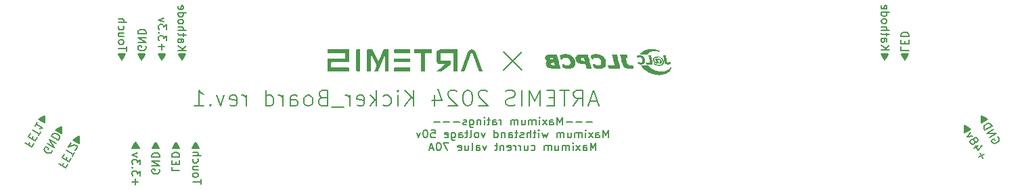
<source format=gbr>
%TF.GenerationSoftware,KiCad,Pcbnew,7.0.9*%
%TF.CreationDate,2024-01-11T17:23:10+09:00*%
%TF.ProjectId,KickerBoard,4b69636b-6572-4426-9f61-72642e6b6963,rev?*%
%TF.SameCoordinates,Original*%
%TF.FileFunction,Legend,Bot*%
%TF.FilePolarity,Positive*%
%FSLAX46Y46*%
G04 Gerber Fmt 4.6, Leading zero omitted, Abs format (unit mm)*
G04 Created by KiCad (PCBNEW 7.0.9) date 2024-01-11 17:23:10*
%MOMM*%
%LPD*%
G01*
G04 APERTURE LIST*
%ADD10C,0.150000*%
%ADD11C,0.180000*%
%ADD12C,0.010000*%
G04 APERTURE END LIST*
D10*
X93741761Y-91087411D02*
X93789380Y-91182649D01*
X93789380Y-91182649D02*
X93789380Y-91325506D01*
X93789380Y-91325506D02*
X93741761Y-91468363D01*
X93741761Y-91468363D02*
X93646523Y-91563601D01*
X93646523Y-91563601D02*
X93551285Y-91611220D01*
X93551285Y-91611220D02*
X93360809Y-91658839D01*
X93360809Y-91658839D02*
X93217952Y-91658839D01*
X93217952Y-91658839D02*
X93027476Y-91611220D01*
X93027476Y-91611220D02*
X92932238Y-91563601D01*
X92932238Y-91563601D02*
X92837000Y-91468363D01*
X92837000Y-91468363D02*
X92789380Y-91325506D01*
X92789380Y-91325506D02*
X92789380Y-91230268D01*
X92789380Y-91230268D02*
X92837000Y-91087411D01*
X92837000Y-91087411D02*
X92884619Y-91039792D01*
X92884619Y-91039792D02*
X93217952Y-91039792D01*
X93217952Y-91039792D02*
X93217952Y-91230268D01*
X92789380Y-90611220D02*
X93789380Y-90611220D01*
X93789380Y-90611220D02*
X92789380Y-90039792D01*
X92789380Y-90039792D02*
X93789380Y-90039792D01*
X92789380Y-89563601D02*
X93789380Y-89563601D01*
X93789380Y-89563601D02*
X93789380Y-89325506D01*
X93789380Y-89325506D02*
X93741761Y-89182649D01*
X93741761Y-89182649D02*
X93646523Y-89087411D01*
X93646523Y-89087411D02*
X93551285Y-89039792D01*
X93551285Y-89039792D02*
X93360809Y-88992173D01*
X93360809Y-88992173D02*
X93217952Y-88992173D01*
X93217952Y-88992173D02*
X93027476Y-89039792D01*
X93027476Y-89039792D02*
X92932238Y-89087411D01*
X92932238Y-89087411D02*
X92837000Y-89182649D01*
X92837000Y-89182649D02*
X92789380Y-89325506D01*
X92789380Y-89325506D02*
X92789380Y-89563601D01*
X97005780Y-106273430D02*
X97005780Y-106749620D01*
X97005780Y-106749620D02*
X98005780Y-106749620D01*
X97529590Y-105940096D02*
X97529590Y-105606763D01*
X97005780Y-105463906D02*
X97005780Y-105940096D01*
X97005780Y-105940096D02*
X98005780Y-105940096D01*
X98005780Y-105940096D02*
X98005780Y-105463906D01*
X97005780Y-105035334D02*
X98005780Y-105035334D01*
X98005780Y-105035334D02*
X98005780Y-104797239D01*
X98005780Y-104797239D02*
X97958161Y-104654382D01*
X97958161Y-104654382D02*
X97862923Y-104559144D01*
X97862923Y-104559144D02*
X97767685Y-104511525D01*
X97767685Y-104511525D02*
X97577209Y-104463906D01*
X97577209Y-104463906D02*
X97434352Y-104463906D01*
X97434352Y-104463906D02*
X97243876Y-104511525D01*
X97243876Y-104511525D02*
X97148638Y-104559144D01*
X97148638Y-104559144D02*
X97053400Y-104654382D01*
X97053400Y-104654382D02*
X97005780Y-104797239D01*
X97005780Y-104797239D02*
X97005780Y-105035334D01*
X100409285Y-103908001D02*
X99647380Y-103908001D01*
X100361666Y-103860382D02*
X99695000Y-103860382D01*
X100361666Y-103812763D02*
X99695000Y-103812763D01*
X100314047Y-103765144D02*
X99742619Y-103765144D01*
X100314047Y-103717525D02*
X99742619Y-103717525D01*
X100266428Y-103669906D02*
X99790238Y-103669906D01*
X100266428Y-103622287D02*
X99790238Y-103622287D01*
X100218809Y-103574668D02*
X99837857Y-103574668D01*
X100171190Y-103527049D02*
X99885476Y-103527049D01*
X100171190Y-103479430D02*
X99885476Y-103479430D01*
X100123571Y-103431811D02*
X99933095Y-103431811D01*
X100123571Y-103384192D02*
X99933095Y-103384192D01*
X100028333Y-103336573D02*
X100028333Y-103288954D01*
X100075952Y-103336573D02*
X99980714Y-103336573D01*
X100409285Y-103955620D02*
X100028333Y-103241335D01*
X100028333Y-103241335D02*
X99647380Y-103955620D01*
X100028333Y-103193716D02*
X99599761Y-103955620D01*
X99599761Y-103955620D02*
X100456904Y-103955620D01*
X100456904Y-103955620D02*
X100028333Y-103193716D01*
X91350980Y-91703277D02*
X91350980Y-91131849D01*
X90350980Y-91417563D02*
X91350980Y-91417563D01*
X90350980Y-90655658D02*
X90398600Y-90750896D01*
X90398600Y-90750896D02*
X90446219Y-90798515D01*
X90446219Y-90798515D02*
X90541457Y-90846134D01*
X90541457Y-90846134D02*
X90827171Y-90846134D01*
X90827171Y-90846134D02*
X90922409Y-90798515D01*
X90922409Y-90798515D02*
X90970028Y-90750896D01*
X90970028Y-90750896D02*
X91017647Y-90655658D01*
X91017647Y-90655658D02*
X91017647Y-90512801D01*
X91017647Y-90512801D02*
X90970028Y-90417563D01*
X90970028Y-90417563D02*
X90922409Y-90369944D01*
X90922409Y-90369944D02*
X90827171Y-90322325D01*
X90827171Y-90322325D02*
X90541457Y-90322325D01*
X90541457Y-90322325D02*
X90446219Y-90369944D01*
X90446219Y-90369944D02*
X90398600Y-90417563D01*
X90398600Y-90417563D02*
X90350980Y-90512801D01*
X90350980Y-90512801D02*
X90350980Y-90655658D01*
X91017647Y-89465182D02*
X90350980Y-89465182D01*
X91017647Y-89893753D02*
X90493838Y-89893753D01*
X90493838Y-89893753D02*
X90398600Y-89846134D01*
X90398600Y-89846134D02*
X90350980Y-89750896D01*
X90350980Y-89750896D02*
X90350980Y-89608039D01*
X90350980Y-89608039D02*
X90398600Y-89512801D01*
X90398600Y-89512801D02*
X90446219Y-89465182D01*
X90398600Y-88560420D02*
X90350980Y-88655658D01*
X90350980Y-88655658D02*
X90350980Y-88846134D01*
X90350980Y-88846134D02*
X90398600Y-88941372D01*
X90398600Y-88941372D02*
X90446219Y-88988991D01*
X90446219Y-88988991D02*
X90541457Y-89036610D01*
X90541457Y-89036610D02*
X90827171Y-89036610D01*
X90827171Y-89036610D02*
X90922409Y-88988991D01*
X90922409Y-88988991D02*
X90970028Y-88941372D01*
X90970028Y-88941372D02*
X91017647Y-88846134D01*
X91017647Y-88846134D02*
X91017647Y-88655658D01*
X91017647Y-88655658D02*
X90970028Y-88560420D01*
X90350980Y-88131848D02*
X91350980Y-88131848D01*
X90350980Y-87703277D02*
X90874790Y-87703277D01*
X90874790Y-87703277D02*
X90970028Y-87750896D01*
X90970028Y-87750896D02*
X91017647Y-87846134D01*
X91017647Y-87846134D02*
X91017647Y-87988991D01*
X91017647Y-87988991D02*
X90970028Y-88084229D01*
X90970028Y-88084229D02*
X90922409Y-88131848D01*
X92884714Y-92129198D02*
X93646619Y-92129198D01*
X92932333Y-92176817D02*
X93599000Y-92176817D01*
X92932333Y-92224436D02*
X93599000Y-92224436D01*
X92979952Y-92272055D02*
X93551380Y-92272055D01*
X92979952Y-92319674D02*
X93551380Y-92319674D01*
X93027571Y-92367293D02*
X93503761Y-92367293D01*
X93027571Y-92414912D02*
X93503761Y-92414912D01*
X93075190Y-92462531D02*
X93456142Y-92462531D01*
X93122809Y-92510150D02*
X93408523Y-92510150D01*
X93122809Y-92557769D02*
X93408523Y-92557769D01*
X93170428Y-92605388D02*
X93360904Y-92605388D01*
X93170428Y-92653007D02*
X93360904Y-92653007D01*
X93265666Y-92700626D02*
X93265666Y-92748245D01*
X93218047Y-92700626D02*
X93313285Y-92700626D01*
X92884714Y-92081579D02*
X93265666Y-92795864D01*
X93265666Y-92795864D02*
X93646619Y-92081579D01*
X93265666Y-92843484D02*
X93694238Y-92081579D01*
X93694238Y-92081579D02*
X92837095Y-92081579D01*
X92837095Y-92081579D02*
X93265666Y-92843484D01*
X82038220Y-104189989D02*
X82031840Y-104296277D01*
X82031840Y-104296277D02*
X81960412Y-104419995D01*
X81960412Y-104419995D02*
X81847744Y-104519903D01*
X81847744Y-104519903D02*
X81717646Y-104554763D01*
X81717646Y-104554763D02*
X81611358Y-104548383D01*
X81611358Y-104548383D02*
X81422591Y-104494384D01*
X81422591Y-104494384D02*
X81298873Y-104422956D01*
X81298873Y-104422956D02*
X81157726Y-104286478D01*
X81157726Y-104286478D02*
X81099057Y-104197620D01*
X81099057Y-104197620D02*
X81064197Y-104067522D01*
X81064197Y-104067522D02*
X81094386Y-103919995D01*
X81094386Y-103919995D02*
X81142005Y-103837516D01*
X81142005Y-103837516D02*
X81254673Y-103737608D01*
X81254673Y-103737608D02*
X81319722Y-103720178D01*
X81319722Y-103720178D02*
X81608397Y-103886845D01*
X81608397Y-103886845D02*
X81513159Y-104051802D01*
X81451529Y-103301405D02*
X82317555Y-103801405D01*
X82317555Y-103801405D02*
X81737243Y-102806534D01*
X81737243Y-102806534D02*
X82603269Y-103306534D01*
X81975339Y-102394141D02*
X82841364Y-102894141D01*
X82841364Y-102894141D02*
X82960412Y-102687944D01*
X82960412Y-102687944D02*
X82990601Y-102540417D01*
X82990601Y-102540417D02*
X82955741Y-102410319D01*
X82955741Y-102410319D02*
X82897072Y-102321461D01*
X82897072Y-102321461D02*
X82755925Y-102184983D01*
X82755925Y-102184983D02*
X82632207Y-102113555D01*
X82632207Y-102113555D02*
X82443440Y-102059556D01*
X82443440Y-102059556D02*
X82337152Y-102053176D01*
X82337152Y-102053176D02*
X82207054Y-102088036D01*
X82207054Y-102088036D02*
X82094386Y-102187944D01*
X82094386Y-102187944D02*
X81975339Y-102394141D01*
X196849459Y-101506858D02*
X196189630Y-101887810D01*
X196784410Y-101489428D02*
X196207060Y-101822762D01*
X196760601Y-101448189D02*
X196183251Y-101781522D01*
X196695552Y-101430759D02*
X196200680Y-101716473D01*
X196671743Y-101389520D02*
X196176871Y-101675234D01*
X196606694Y-101372090D02*
X196194301Y-101610185D01*
X196582884Y-101330851D02*
X196170491Y-101568946D01*
X196517835Y-101313421D02*
X196187921Y-101503897D01*
X196452787Y-101295991D02*
X196205351Y-101438848D01*
X196428977Y-101254752D02*
X196181541Y-101397609D01*
X196363928Y-101237322D02*
X196198971Y-101332560D01*
X196340119Y-101196083D02*
X196175161Y-101291321D01*
X196233831Y-101202462D02*
X196210021Y-101161223D01*
X196275070Y-101178653D02*
X196192591Y-101226272D01*
X196873269Y-101548097D02*
X196186211Y-101119984D01*
X196186211Y-101119984D02*
X196213440Y-101929050D01*
X196162402Y-101078745D02*
X196172201Y-101952859D01*
X196172201Y-101952859D02*
X196914508Y-101524288D01*
X196914508Y-101524288D02*
X196162402Y-101078745D01*
X79285828Y-103226260D02*
X79119161Y-103514935D01*
X78665529Y-103253031D02*
X79531555Y-103753031D01*
X79531555Y-103753031D02*
X79769650Y-103340638D01*
X79547733Y-102772628D02*
X79714400Y-102483953D01*
X79332196Y-102098330D02*
X79094101Y-102510723D01*
X79094101Y-102510723D02*
X79960126Y-103010723D01*
X79960126Y-103010723D02*
X80198221Y-102598330D01*
X80341078Y-102350894D02*
X80626793Y-101856022D01*
X79617910Y-101603458D02*
X80483936Y-102103458D01*
X80189339Y-100613715D02*
X79903625Y-101108586D01*
X80046482Y-100861151D02*
X80912507Y-101361151D01*
X80912507Y-101361151D02*
X80741170Y-101372201D01*
X80741170Y-101372201D02*
X80611073Y-101407060D01*
X80611073Y-101407060D02*
X80522214Y-101465729D01*
X85394368Y-103237144D02*
X84734539Y-102856191D01*
X85376938Y-103172095D02*
X84799587Y-102838762D01*
X85400747Y-103130856D02*
X84823397Y-102797522D01*
X85383317Y-103065807D02*
X84888446Y-102780092D01*
X85407127Y-103024567D02*
X84912255Y-102738853D01*
X85389697Y-102959519D02*
X84977304Y-102721423D01*
X85413507Y-102918279D02*
X85001114Y-102680184D01*
X85396077Y-102853230D02*
X85066163Y-102662754D01*
X85378647Y-102788182D02*
X85131211Y-102645324D01*
X85402457Y-102746942D02*
X85155021Y-102604085D01*
X85385027Y-102681893D02*
X85220070Y-102586655D01*
X85408836Y-102640654D02*
X85243879Y-102545416D01*
X85350167Y-102551796D02*
X85373977Y-102510557D01*
X85391407Y-102575605D02*
X85308928Y-102527986D01*
X85370558Y-103278383D02*
X85397786Y-102469317D01*
X85397786Y-102469317D02*
X84710729Y-102897431D01*
X85421596Y-102428078D02*
X84669490Y-102873621D01*
X84669490Y-102873621D02*
X85411797Y-103302193D01*
X85411797Y-103302193D02*
X85421596Y-102428078D01*
X198495864Y-105167573D02*
X198114912Y-104507745D01*
X197975474Y-105028135D02*
X198635303Y-104647183D01*
X197909967Y-103581341D02*
X197332617Y-103914674D01*
X198358929Y-103597061D02*
X197859387Y-104160401D01*
X197859387Y-104160401D02*
X197549863Y-103624290D01*
X197494155Y-103051610D02*
X197583013Y-103110279D01*
X197583013Y-103110279D02*
X197648062Y-103127708D01*
X197648062Y-103127708D02*
X197754350Y-103121329D01*
X197754350Y-103121329D02*
X197795590Y-103097519D01*
X197795590Y-103097519D02*
X197854259Y-103008661D01*
X197854259Y-103008661D02*
X197871688Y-102943612D01*
X197871688Y-102943612D02*
X197865309Y-102837324D01*
X197865309Y-102837324D02*
X197770071Y-102672367D01*
X197770071Y-102672367D02*
X197681212Y-102613698D01*
X197681212Y-102613698D02*
X197616163Y-102596268D01*
X197616163Y-102596268D02*
X197509875Y-102602648D01*
X197509875Y-102602648D02*
X197468636Y-102626457D01*
X197468636Y-102626457D02*
X197409967Y-102715315D01*
X197409967Y-102715315D02*
X197392537Y-102780364D01*
X197392537Y-102780364D02*
X197398917Y-102886652D01*
X197398917Y-102886652D02*
X197494155Y-103051610D01*
X197494155Y-103051610D02*
X197500535Y-103157898D01*
X197500535Y-103157898D02*
X197483105Y-103222947D01*
X197483105Y-103222947D02*
X197424436Y-103311805D01*
X197424436Y-103311805D02*
X197259479Y-103407043D01*
X197259479Y-103407043D02*
X197153191Y-103413423D01*
X197153191Y-103413423D02*
X197088142Y-103395993D01*
X197088142Y-103395993D02*
X196999283Y-103337324D01*
X196999283Y-103337324D02*
X196904045Y-103172367D01*
X196904045Y-103172367D02*
X196897665Y-103066079D01*
X196897665Y-103066079D02*
X196915095Y-103001030D01*
X196915095Y-103001030D02*
X196973764Y-102912171D01*
X196973764Y-102912171D02*
X197138722Y-102816933D01*
X197138722Y-102816933D02*
X197245010Y-102810553D01*
X197245010Y-102810553D02*
X197310059Y-102827983D01*
X197310059Y-102827983D02*
X197398917Y-102886652D01*
X197219491Y-102385401D02*
X196523093Y-102512538D01*
X196523093Y-102512538D02*
X196981395Y-101973008D01*
X150243963Y-98032809D02*
X149291582Y-98032809D01*
X150434439Y-98604238D02*
X149767773Y-96604238D01*
X149767773Y-96604238D02*
X149101106Y-98604238D01*
X147291582Y-98604238D02*
X147958249Y-97651857D01*
X148434439Y-98604238D02*
X148434439Y-96604238D01*
X148434439Y-96604238D02*
X147672534Y-96604238D01*
X147672534Y-96604238D02*
X147482058Y-96699476D01*
X147482058Y-96699476D02*
X147386820Y-96794714D01*
X147386820Y-96794714D02*
X147291582Y-96985190D01*
X147291582Y-96985190D02*
X147291582Y-97270904D01*
X147291582Y-97270904D02*
X147386820Y-97461380D01*
X147386820Y-97461380D02*
X147482058Y-97556619D01*
X147482058Y-97556619D02*
X147672534Y-97651857D01*
X147672534Y-97651857D02*
X148434439Y-97651857D01*
X146720153Y-96604238D02*
X145577296Y-96604238D01*
X146148725Y-98604238D02*
X146148725Y-96604238D01*
X144910629Y-97556619D02*
X144243962Y-97556619D01*
X143958248Y-98604238D02*
X144910629Y-98604238D01*
X144910629Y-98604238D02*
X144910629Y-96604238D01*
X144910629Y-96604238D02*
X143958248Y-96604238D01*
X143101105Y-98604238D02*
X143101105Y-96604238D01*
X143101105Y-96604238D02*
X142434438Y-98032809D01*
X142434438Y-98032809D02*
X141767772Y-96604238D01*
X141767772Y-96604238D02*
X141767772Y-98604238D01*
X140815391Y-98604238D02*
X140815391Y-96604238D01*
X139958248Y-98509000D02*
X139672534Y-98604238D01*
X139672534Y-98604238D02*
X139196343Y-98604238D01*
X139196343Y-98604238D02*
X139005867Y-98509000D01*
X139005867Y-98509000D02*
X138910629Y-98413761D01*
X138910629Y-98413761D02*
X138815391Y-98223285D01*
X138815391Y-98223285D02*
X138815391Y-98032809D01*
X138815391Y-98032809D02*
X138910629Y-97842333D01*
X138910629Y-97842333D02*
X139005867Y-97747095D01*
X139005867Y-97747095D02*
X139196343Y-97651857D01*
X139196343Y-97651857D02*
X139577296Y-97556619D01*
X139577296Y-97556619D02*
X139767772Y-97461380D01*
X139767772Y-97461380D02*
X139863010Y-97366142D01*
X139863010Y-97366142D02*
X139958248Y-97175666D01*
X139958248Y-97175666D02*
X139958248Y-96985190D01*
X139958248Y-96985190D02*
X139863010Y-96794714D01*
X139863010Y-96794714D02*
X139767772Y-96699476D01*
X139767772Y-96699476D02*
X139577296Y-96604238D01*
X139577296Y-96604238D02*
X139101105Y-96604238D01*
X139101105Y-96604238D02*
X138815391Y-96699476D01*
X136529676Y-96794714D02*
X136434438Y-96699476D01*
X136434438Y-96699476D02*
X136243962Y-96604238D01*
X136243962Y-96604238D02*
X135767771Y-96604238D01*
X135767771Y-96604238D02*
X135577295Y-96699476D01*
X135577295Y-96699476D02*
X135482057Y-96794714D01*
X135482057Y-96794714D02*
X135386819Y-96985190D01*
X135386819Y-96985190D02*
X135386819Y-97175666D01*
X135386819Y-97175666D02*
X135482057Y-97461380D01*
X135482057Y-97461380D02*
X136624914Y-98604238D01*
X136624914Y-98604238D02*
X135386819Y-98604238D01*
X134148724Y-96604238D02*
X133958247Y-96604238D01*
X133958247Y-96604238D02*
X133767771Y-96699476D01*
X133767771Y-96699476D02*
X133672533Y-96794714D01*
X133672533Y-96794714D02*
X133577295Y-96985190D01*
X133577295Y-96985190D02*
X133482057Y-97366142D01*
X133482057Y-97366142D02*
X133482057Y-97842333D01*
X133482057Y-97842333D02*
X133577295Y-98223285D01*
X133577295Y-98223285D02*
X133672533Y-98413761D01*
X133672533Y-98413761D02*
X133767771Y-98509000D01*
X133767771Y-98509000D02*
X133958247Y-98604238D01*
X133958247Y-98604238D02*
X134148724Y-98604238D01*
X134148724Y-98604238D02*
X134339200Y-98509000D01*
X134339200Y-98509000D02*
X134434438Y-98413761D01*
X134434438Y-98413761D02*
X134529676Y-98223285D01*
X134529676Y-98223285D02*
X134624914Y-97842333D01*
X134624914Y-97842333D02*
X134624914Y-97366142D01*
X134624914Y-97366142D02*
X134529676Y-96985190D01*
X134529676Y-96985190D02*
X134434438Y-96794714D01*
X134434438Y-96794714D02*
X134339200Y-96699476D01*
X134339200Y-96699476D02*
X134148724Y-96604238D01*
X132720152Y-96794714D02*
X132624914Y-96699476D01*
X132624914Y-96699476D02*
X132434438Y-96604238D01*
X132434438Y-96604238D02*
X131958247Y-96604238D01*
X131958247Y-96604238D02*
X131767771Y-96699476D01*
X131767771Y-96699476D02*
X131672533Y-96794714D01*
X131672533Y-96794714D02*
X131577295Y-96985190D01*
X131577295Y-96985190D02*
X131577295Y-97175666D01*
X131577295Y-97175666D02*
X131672533Y-97461380D01*
X131672533Y-97461380D02*
X132815390Y-98604238D01*
X132815390Y-98604238D02*
X131577295Y-98604238D01*
X129863009Y-97270904D02*
X129863009Y-98604238D01*
X130339200Y-96509000D02*
X130815390Y-97937571D01*
X130815390Y-97937571D02*
X129577295Y-97937571D01*
X127291580Y-98604238D02*
X127291580Y-96604238D01*
X126148723Y-98604238D02*
X127005866Y-97461380D01*
X126148723Y-96604238D02*
X127291580Y-97747095D01*
X125291580Y-98604238D02*
X125291580Y-97270904D01*
X125291580Y-96604238D02*
X125386818Y-96699476D01*
X125386818Y-96699476D02*
X125291580Y-96794714D01*
X125291580Y-96794714D02*
X125196342Y-96699476D01*
X125196342Y-96699476D02*
X125291580Y-96604238D01*
X125291580Y-96604238D02*
X125291580Y-96794714D01*
X123482056Y-98509000D02*
X123672532Y-98604238D01*
X123672532Y-98604238D02*
X124053485Y-98604238D01*
X124053485Y-98604238D02*
X124243961Y-98509000D01*
X124243961Y-98509000D02*
X124339199Y-98413761D01*
X124339199Y-98413761D02*
X124434437Y-98223285D01*
X124434437Y-98223285D02*
X124434437Y-97651857D01*
X124434437Y-97651857D02*
X124339199Y-97461380D01*
X124339199Y-97461380D02*
X124243961Y-97366142D01*
X124243961Y-97366142D02*
X124053485Y-97270904D01*
X124053485Y-97270904D02*
X123672532Y-97270904D01*
X123672532Y-97270904D02*
X123482056Y-97366142D01*
X122624913Y-98604238D02*
X122624913Y-96604238D01*
X122434437Y-97842333D02*
X121863008Y-98604238D01*
X121863008Y-97270904D02*
X122624913Y-98032809D01*
X120243960Y-98509000D02*
X120434436Y-98604238D01*
X120434436Y-98604238D02*
X120815389Y-98604238D01*
X120815389Y-98604238D02*
X121005865Y-98509000D01*
X121005865Y-98509000D02*
X121101103Y-98318523D01*
X121101103Y-98318523D02*
X121101103Y-97556619D01*
X121101103Y-97556619D02*
X121005865Y-97366142D01*
X121005865Y-97366142D02*
X120815389Y-97270904D01*
X120815389Y-97270904D02*
X120434436Y-97270904D01*
X120434436Y-97270904D02*
X120243960Y-97366142D01*
X120243960Y-97366142D02*
X120148722Y-97556619D01*
X120148722Y-97556619D02*
X120148722Y-97747095D01*
X120148722Y-97747095D02*
X121101103Y-97937571D01*
X119291579Y-98604238D02*
X119291579Y-97270904D01*
X119291579Y-97651857D02*
X119196341Y-97461380D01*
X119196341Y-97461380D02*
X119101103Y-97366142D01*
X119101103Y-97366142D02*
X118910627Y-97270904D01*
X118910627Y-97270904D02*
X118720150Y-97270904D01*
X118529675Y-98794714D02*
X117005865Y-98794714D01*
X115863007Y-97556619D02*
X115577293Y-97651857D01*
X115577293Y-97651857D02*
X115482055Y-97747095D01*
X115482055Y-97747095D02*
X115386817Y-97937571D01*
X115386817Y-97937571D02*
X115386817Y-98223285D01*
X115386817Y-98223285D02*
X115482055Y-98413761D01*
X115482055Y-98413761D02*
X115577293Y-98509000D01*
X115577293Y-98509000D02*
X115767769Y-98604238D01*
X115767769Y-98604238D02*
X116529674Y-98604238D01*
X116529674Y-98604238D02*
X116529674Y-96604238D01*
X116529674Y-96604238D02*
X115863007Y-96604238D01*
X115863007Y-96604238D02*
X115672531Y-96699476D01*
X115672531Y-96699476D02*
X115577293Y-96794714D01*
X115577293Y-96794714D02*
X115482055Y-96985190D01*
X115482055Y-96985190D02*
X115482055Y-97175666D01*
X115482055Y-97175666D02*
X115577293Y-97366142D01*
X115577293Y-97366142D02*
X115672531Y-97461380D01*
X115672531Y-97461380D02*
X115863007Y-97556619D01*
X115863007Y-97556619D02*
X116529674Y-97556619D01*
X114243960Y-98604238D02*
X114434436Y-98509000D01*
X114434436Y-98509000D02*
X114529674Y-98413761D01*
X114529674Y-98413761D02*
X114624912Y-98223285D01*
X114624912Y-98223285D02*
X114624912Y-97651857D01*
X114624912Y-97651857D02*
X114529674Y-97461380D01*
X114529674Y-97461380D02*
X114434436Y-97366142D01*
X114434436Y-97366142D02*
X114243960Y-97270904D01*
X114243960Y-97270904D02*
X113958245Y-97270904D01*
X113958245Y-97270904D02*
X113767769Y-97366142D01*
X113767769Y-97366142D02*
X113672531Y-97461380D01*
X113672531Y-97461380D02*
X113577293Y-97651857D01*
X113577293Y-97651857D02*
X113577293Y-98223285D01*
X113577293Y-98223285D02*
X113672531Y-98413761D01*
X113672531Y-98413761D02*
X113767769Y-98509000D01*
X113767769Y-98509000D02*
X113958245Y-98604238D01*
X113958245Y-98604238D02*
X114243960Y-98604238D01*
X111863007Y-98604238D02*
X111863007Y-97556619D01*
X111863007Y-97556619D02*
X111958245Y-97366142D01*
X111958245Y-97366142D02*
X112148721Y-97270904D01*
X112148721Y-97270904D02*
X112529674Y-97270904D01*
X112529674Y-97270904D02*
X112720150Y-97366142D01*
X111863007Y-98509000D02*
X112053483Y-98604238D01*
X112053483Y-98604238D02*
X112529674Y-98604238D01*
X112529674Y-98604238D02*
X112720150Y-98509000D01*
X112720150Y-98509000D02*
X112815388Y-98318523D01*
X112815388Y-98318523D02*
X112815388Y-98128047D01*
X112815388Y-98128047D02*
X112720150Y-97937571D01*
X112720150Y-97937571D02*
X112529674Y-97842333D01*
X112529674Y-97842333D02*
X112053483Y-97842333D01*
X112053483Y-97842333D02*
X111863007Y-97747095D01*
X110910626Y-98604238D02*
X110910626Y-97270904D01*
X110910626Y-97651857D02*
X110815388Y-97461380D01*
X110815388Y-97461380D02*
X110720150Y-97366142D01*
X110720150Y-97366142D02*
X110529674Y-97270904D01*
X110529674Y-97270904D02*
X110339197Y-97270904D01*
X108815388Y-98604238D02*
X108815388Y-96604238D01*
X108815388Y-98509000D02*
X109005864Y-98604238D01*
X109005864Y-98604238D02*
X109386817Y-98604238D01*
X109386817Y-98604238D02*
X109577293Y-98509000D01*
X109577293Y-98509000D02*
X109672531Y-98413761D01*
X109672531Y-98413761D02*
X109767769Y-98223285D01*
X109767769Y-98223285D02*
X109767769Y-97651857D01*
X109767769Y-97651857D02*
X109672531Y-97461380D01*
X109672531Y-97461380D02*
X109577293Y-97366142D01*
X109577293Y-97366142D02*
X109386817Y-97270904D01*
X109386817Y-97270904D02*
X109005864Y-97270904D01*
X109005864Y-97270904D02*
X108815388Y-97366142D01*
X106339197Y-98604238D02*
X106339197Y-97270904D01*
X106339197Y-97651857D02*
X106243959Y-97461380D01*
X106243959Y-97461380D02*
X106148721Y-97366142D01*
X106148721Y-97366142D02*
X105958245Y-97270904D01*
X105958245Y-97270904D02*
X105767768Y-97270904D01*
X104339197Y-98509000D02*
X104529673Y-98604238D01*
X104529673Y-98604238D02*
X104910626Y-98604238D01*
X104910626Y-98604238D02*
X105101102Y-98509000D01*
X105101102Y-98509000D02*
X105196340Y-98318523D01*
X105196340Y-98318523D02*
X105196340Y-97556619D01*
X105196340Y-97556619D02*
X105101102Y-97366142D01*
X105101102Y-97366142D02*
X104910626Y-97270904D01*
X104910626Y-97270904D02*
X104529673Y-97270904D01*
X104529673Y-97270904D02*
X104339197Y-97366142D01*
X104339197Y-97366142D02*
X104243959Y-97556619D01*
X104243959Y-97556619D02*
X104243959Y-97747095D01*
X104243959Y-97747095D02*
X105196340Y-97937571D01*
X103577292Y-97270904D02*
X103101102Y-98604238D01*
X103101102Y-98604238D02*
X102624911Y-97270904D01*
X101863006Y-98413761D02*
X101767768Y-98509000D01*
X101767768Y-98509000D02*
X101863006Y-98604238D01*
X101863006Y-98604238D02*
X101958244Y-98509000D01*
X101958244Y-98509000D02*
X101863006Y-98413761D01*
X101863006Y-98413761D02*
X101863006Y-98604238D01*
X99863006Y-98604238D02*
X101005863Y-98604238D01*
X100434435Y-98604238D02*
X100434435Y-96604238D01*
X100434435Y-96604238D02*
X100624911Y-96889952D01*
X100624911Y-96889952D02*
X100815387Y-97080428D01*
X100815387Y-97080428D02*
X101005863Y-97175666D01*
X83209968Y-102017944D02*
X82550139Y-101636991D01*
X83192538Y-101952895D02*
X82615187Y-101619562D01*
X83216347Y-101911656D02*
X82638997Y-101578322D01*
X83198917Y-101846607D02*
X82704046Y-101560892D01*
X83222727Y-101805367D02*
X82727855Y-101519653D01*
X83205297Y-101740319D02*
X82792904Y-101502223D01*
X83229107Y-101699079D02*
X82816714Y-101460984D01*
X83211677Y-101634030D02*
X82881763Y-101443554D01*
X83194247Y-101568982D02*
X82946811Y-101426124D01*
X83218057Y-101527742D02*
X82970621Y-101384885D01*
X83200627Y-101462693D02*
X83035670Y-101367455D01*
X83224436Y-101421454D02*
X83059479Y-101326216D01*
X83165767Y-101332596D02*
X83189577Y-101291357D01*
X83207007Y-101356405D02*
X83124528Y-101308786D01*
X83186158Y-102059183D02*
X83213386Y-101250117D01*
X83213386Y-101250117D02*
X82526329Y-101678231D01*
X83237196Y-101208878D02*
X82485090Y-101654421D01*
X82485090Y-101654421D02*
X83227397Y-102082993D01*
X83227397Y-102082993D02*
X83237196Y-101208878D01*
D11*
X140788245Y-91830449D02*
X138502531Y-94116163D01*
X138502531Y-91830449D02*
X140788245Y-94116163D01*
D10*
X90395514Y-92129198D02*
X91157419Y-92129198D01*
X90443133Y-92176817D02*
X91109800Y-92176817D01*
X90443133Y-92224436D02*
X91109800Y-92224436D01*
X90490752Y-92272055D02*
X91062180Y-92272055D01*
X90490752Y-92319674D02*
X91062180Y-92319674D01*
X90538371Y-92367293D02*
X91014561Y-92367293D01*
X90538371Y-92414912D02*
X91014561Y-92414912D01*
X90585990Y-92462531D02*
X90966942Y-92462531D01*
X90633609Y-92510150D02*
X90919323Y-92510150D01*
X90633609Y-92557769D02*
X90919323Y-92557769D01*
X90681228Y-92605388D02*
X90871704Y-92605388D01*
X90681228Y-92653007D02*
X90871704Y-92653007D01*
X90776466Y-92700626D02*
X90776466Y-92748245D01*
X90728847Y-92700626D02*
X90824085Y-92700626D01*
X90395514Y-92081579D02*
X90776466Y-92795864D01*
X90776466Y-92795864D02*
X91157419Y-92081579D01*
X90776466Y-92843484D02*
X91205038Y-92081579D01*
X91205038Y-92081579D02*
X90347895Y-92081579D01*
X90347895Y-92081579D02*
X90776466Y-92843484D01*
X149604760Y-100612066D02*
X148842856Y-100612066D01*
X148366665Y-100612066D02*
X147604761Y-100612066D01*
X147128570Y-100612066D02*
X146366666Y-100612066D01*
X145890475Y-100993019D02*
X145890475Y-99993019D01*
X145890475Y-99993019D02*
X145557142Y-100707304D01*
X145557142Y-100707304D02*
X145223809Y-99993019D01*
X145223809Y-99993019D02*
X145223809Y-100993019D01*
X144319047Y-100993019D02*
X144319047Y-100469209D01*
X144319047Y-100469209D02*
X144366666Y-100373971D01*
X144366666Y-100373971D02*
X144461904Y-100326352D01*
X144461904Y-100326352D02*
X144652380Y-100326352D01*
X144652380Y-100326352D02*
X144747618Y-100373971D01*
X144319047Y-100945400D02*
X144414285Y-100993019D01*
X144414285Y-100993019D02*
X144652380Y-100993019D01*
X144652380Y-100993019D02*
X144747618Y-100945400D01*
X144747618Y-100945400D02*
X144795237Y-100850161D01*
X144795237Y-100850161D02*
X144795237Y-100754923D01*
X144795237Y-100754923D02*
X144747618Y-100659685D01*
X144747618Y-100659685D02*
X144652380Y-100612066D01*
X144652380Y-100612066D02*
X144414285Y-100612066D01*
X144414285Y-100612066D02*
X144319047Y-100564447D01*
X143938094Y-100993019D02*
X143414285Y-100326352D01*
X143938094Y-100326352D02*
X143414285Y-100993019D01*
X143033332Y-100993019D02*
X143033332Y-100326352D01*
X143033332Y-99993019D02*
X143080951Y-100040638D01*
X143080951Y-100040638D02*
X143033332Y-100088257D01*
X143033332Y-100088257D02*
X142985713Y-100040638D01*
X142985713Y-100040638D02*
X143033332Y-99993019D01*
X143033332Y-99993019D02*
X143033332Y-100088257D01*
X142557142Y-100993019D02*
X142557142Y-100326352D01*
X142557142Y-100421590D02*
X142509523Y-100373971D01*
X142509523Y-100373971D02*
X142414285Y-100326352D01*
X142414285Y-100326352D02*
X142271428Y-100326352D01*
X142271428Y-100326352D02*
X142176190Y-100373971D01*
X142176190Y-100373971D02*
X142128571Y-100469209D01*
X142128571Y-100469209D02*
X142128571Y-100993019D01*
X142128571Y-100469209D02*
X142080952Y-100373971D01*
X142080952Y-100373971D02*
X141985714Y-100326352D01*
X141985714Y-100326352D02*
X141842857Y-100326352D01*
X141842857Y-100326352D02*
X141747618Y-100373971D01*
X141747618Y-100373971D02*
X141699999Y-100469209D01*
X141699999Y-100469209D02*
X141699999Y-100993019D01*
X140795238Y-100326352D02*
X140795238Y-100993019D01*
X141223809Y-100326352D02*
X141223809Y-100850161D01*
X141223809Y-100850161D02*
X141176190Y-100945400D01*
X141176190Y-100945400D02*
X141080952Y-100993019D01*
X141080952Y-100993019D02*
X140938095Y-100993019D01*
X140938095Y-100993019D02*
X140842857Y-100945400D01*
X140842857Y-100945400D02*
X140795238Y-100897780D01*
X140319047Y-100993019D02*
X140319047Y-100326352D01*
X140319047Y-100421590D02*
X140271428Y-100373971D01*
X140271428Y-100373971D02*
X140176190Y-100326352D01*
X140176190Y-100326352D02*
X140033333Y-100326352D01*
X140033333Y-100326352D02*
X139938095Y-100373971D01*
X139938095Y-100373971D02*
X139890476Y-100469209D01*
X139890476Y-100469209D02*
X139890476Y-100993019D01*
X139890476Y-100469209D02*
X139842857Y-100373971D01*
X139842857Y-100373971D02*
X139747619Y-100326352D01*
X139747619Y-100326352D02*
X139604762Y-100326352D01*
X139604762Y-100326352D02*
X139509523Y-100373971D01*
X139509523Y-100373971D02*
X139461904Y-100469209D01*
X139461904Y-100469209D02*
X139461904Y-100993019D01*
X138223809Y-100993019D02*
X138223809Y-100326352D01*
X138223809Y-100516828D02*
X138176190Y-100421590D01*
X138176190Y-100421590D02*
X138128571Y-100373971D01*
X138128571Y-100373971D02*
X138033333Y-100326352D01*
X138033333Y-100326352D02*
X137938095Y-100326352D01*
X137176190Y-100993019D02*
X137176190Y-100469209D01*
X137176190Y-100469209D02*
X137223809Y-100373971D01*
X137223809Y-100373971D02*
X137319047Y-100326352D01*
X137319047Y-100326352D02*
X137509523Y-100326352D01*
X137509523Y-100326352D02*
X137604761Y-100373971D01*
X137176190Y-100945400D02*
X137271428Y-100993019D01*
X137271428Y-100993019D02*
X137509523Y-100993019D01*
X137509523Y-100993019D02*
X137604761Y-100945400D01*
X137604761Y-100945400D02*
X137652380Y-100850161D01*
X137652380Y-100850161D02*
X137652380Y-100754923D01*
X137652380Y-100754923D02*
X137604761Y-100659685D01*
X137604761Y-100659685D02*
X137509523Y-100612066D01*
X137509523Y-100612066D02*
X137271428Y-100612066D01*
X137271428Y-100612066D02*
X137176190Y-100564447D01*
X136842856Y-100326352D02*
X136461904Y-100326352D01*
X136699999Y-99993019D02*
X136699999Y-100850161D01*
X136699999Y-100850161D02*
X136652380Y-100945400D01*
X136652380Y-100945400D02*
X136557142Y-100993019D01*
X136557142Y-100993019D02*
X136461904Y-100993019D01*
X136128570Y-100993019D02*
X136128570Y-100326352D01*
X136128570Y-99993019D02*
X136176189Y-100040638D01*
X136176189Y-100040638D02*
X136128570Y-100088257D01*
X136128570Y-100088257D02*
X136080951Y-100040638D01*
X136080951Y-100040638D02*
X136128570Y-99993019D01*
X136128570Y-99993019D02*
X136128570Y-100088257D01*
X135652380Y-100326352D02*
X135652380Y-100993019D01*
X135652380Y-100421590D02*
X135604761Y-100373971D01*
X135604761Y-100373971D02*
X135509523Y-100326352D01*
X135509523Y-100326352D02*
X135366666Y-100326352D01*
X135366666Y-100326352D02*
X135271428Y-100373971D01*
X135271428Y-100373971D02*
X135223809Y-100469209D01*
X135223809Y-100469209D02*
X135223809Y-100993019D01*
X134319047Y-100326352D02*
X134319047Y-101135876D01*
X134319047Y-101135876D02*
X134366666Y-101231114D01*
X134366666Y-101231114D02*
X134414285Y-101278733D01*
X134414285Y-101278733D02*
X134509523Y-101326352D01*
X134509523Y-101326352D02*
X134652380Y-101326352D01*
X134652380Y-101326352D02*
X134747618Y-101278733D01*
X134319047Y-100945400D02*
X134414285Y-100993019D01*
X134414285Y-100993019D02*
X134604761Y-100993019D01*
X134604761Y-100993019D02*
X134699999Y-100945400D01*
X134699999Y-100945400D02*
X134747618Y-100897780D01*
X134747618Y-100897780D02*
X134795237Y-100802542D01*
X134795237Y-100802542D02*
X134795237Y-100516828D01*
X134795237Y-100516828D02*
X134747618Y-100421590D01*
X134747618Y-100421590D02*
X134699999Y-100373971D01*
X134699999Y-100373971D02*
X134604761Y-100326352D01*
X134604761Y-100326352D02*
X134414285Y-100326352D01*
X134414285Y-100326352D02*
X134319047Y-100373971D01*
X133890475Y-100945400D02*
X133795237Y-100993019D01*
X133795237Y-100993019D02*
X133604761Y-100993019D01*
X133604761Y-100993019D02*
X133509523Y-100945400D01*
X133509523Y-100945400D02*
X133461904Y-100850161D01*
X133461904Y-100850161D02*
X133461904Y-100802542D01*
X133461904Y-100802542D02*
X133509523Y-100707304D01*
X133509523Y-100707304D02*
X133604761Y-100659685D01*
X133604761Y-100659685D02*
X133747618Y-100659685D01*
X133747618Y-100659685D02*
X133842856Y-100612066D01*
X133842856Y-100612066D02*
X133890475Y-100516828D01*
X133890475Y-100516828D02*
X133890475Y-100469209D01*
X133890475Y-100469209D02*
X133842856Y-100373971D01*
X133842856Y-100373971D02*
X133747618Y-100326352D01*
X133747618Y-100326352D02*
X133604761Y-100326352D01*
X133604761Y-100326352D02*
X133509523Y-100373971D01*
X133033332Y-100612066D02*
X132271428Y-100612066D01*
X131795237Y-100612066D02*
X131033333Y-100612066D01*
X130557142Y-100612066D02*
X129795238Y-100612066D01*
X151652381Y-102603019D02*
X151652381Y-101603019D01*
X151652381Y-101603019D02*
X151319048Y-102317304D01*
X151319048Y-102317304D02*
X150985715Y-101603019D01*
X150985715Y-101603019D02*
X150985715Y-102603019D01*
X150080953Y-102603019D02*
X150080953Y-102079209D01*
X150080953Y-102079209D02*
X150128572Y-101983971D01*
X150128572Y-101983971D02*
X150223810Y-101936352D01*
X150223810Y-101936352D02*
X150414286Y-101936352D01*
X150414286Y-101936352D02*
X150509524Y-101983971D01*
X150080953Y-102555400D02*
X150176191Y-102603019D01*
X150176191Y-102603019D02*
X150414286Y-102603019D01*
X150414286Y-102603019D02*
X150509524Y-102555400D01*
X150509524Y-102555400D02*
X150557143Y-102460161D01*
X150557143Y-102460161D02*
X150557143Y-102364923D01*
X150557143Y-102364923D02*
X150509524Y-102269685D01*
X150509524Y-102269685D02*
X150414286Y-102222066D01*
X150414286Y-102222066D02*
X150176191Y-102222066D01*
X150176191Y-102222066D02*
X150080953Y-102174447D01*
X149700000Y-102603019D02*
X149176191Y-101936352D01*
X149700000Y-101936352D02*
X149176191Y-102603019D01*
X148795238Y-102603019D02*
X148795238Y-101936352D01*
X148795238Y-101603019D02*
X148842857Y-101650638D01*
X148842857Y-101650638D02*
X148795238Y-101698257D01*
X148795238Y-101698257D02*
X148747619Y-101650638D01*
X148747619Y-101650638D02*
X148795238Y-101603019D01*
X148795238Y-101603019D02*
X148795238Y-101698257D01*
X148319048Y-102603019D02*
X148319048Y-101936352D01*
X148319048Y-102031590D02*
X148271429Y-101983971D01*
X148271429Y-101983971D02*
X148176191Y-101936352D01*
X148176191Y-101936352D02*
X148033334Y-101936352D01*
X148033334Y-101936352D02*
X147938096Y-101983971D01*
X147938096Y-101983971D02*
X147890477Y-102079209D01*
X147890477Y-102079209D02*
X147890477Y-102603019D01*
X147890477Y-102079209D02*
X147842858Y-101983971D01*
X147842858Y-101983971D02*
X147747620Y-101936352D01*
X147747620Y-101936352D02*
X147604763Y-101936352D01*
X147604763Y-101936352D02*
X147509524Y-101983971D01*
X147509524Y-101983971D02*
X147461905Y-102079209D01*
X147461905Y-102079209D02*
X147461905Y-102603019D01*
X146557144Y-101936352D02*
X146557144Y-102603019D01*
X146985715Y-101936352D02*
X146985715Y-102460161D01*
X146985715Y-102460161D02*
X146938096Y-102555400D01*
X146938096Y-102555400D02*
X146842858Y-102603019D01*
X146842858Y-102603019D02*
X146700001Y-102603019D01*
X146700001Y-102603019D02*
X146604763Y-102555400D01*
X146604763Y-102555400D02*
X146557144Y-102507780D01*
X146080953Y-102603019D02*
X146080953Y-101936352D01*
X146080953Y-102031590D02*
X146033334Y-101983971D01*
X146033334Y-101983971D02*
X145938096Y-101936352D01*
X145938096Y-101936352D02*
X145795239Y-101936352D01*
X145795239Y-101936352D02*
X145700001Y-101983971D01*
X145700001Y-101983971D02*
X145652382Y-102079209D01*
X145652382Y-102079209D02*
X145652382Y-102603019D01*
X145652382Y-102079209D02*
X145604763Y-101983971D01*
X145604763Y-101983971D02*
X145509525Y-101936352D01*
X145509525Y-101936352D02*
X145366668Y-101936352D01*
X145366668Y-101936352D02*
X145271429Y-101983971D01*
X145271429Y-101983971D02*
X145223810Y-102079209D01*
X145223810Y-102079209D02*
X145223810Y-102603019D01*
X144080953Y-101936352D02*
X143890477Y-102603019D01*
X143890477Y-102603019D02*
X143700001Y-102126828D01*
X143700001Y-102126828D02*
X143509525Y-102603019D01*
X143509525Y-102603019D02*
X143319049Y-101936352D01*
X142938096Y-102603019D02*
X142938096Y-101936352D01*
X142938096Y-101603019D02*
X142985715Y-101650638D01*
X142985715Y-101650638D02*
X142938096Y-101698257D01*
X142938096Y-101698257D02*
X142890477Y-101650638D01*
X142890477Y-101650638D02*
X142938096Y-101603019D01*
X142938096Y-101603019D02*
X142938096Y-101698257D01*
X142604763Y-101936352D02*
X142223811Y-101936352D01*
X142461906Y-101603019D02*
X142461906Y-102460161D01*
X142461906Y-102460161D02*
X142414287Y-102555400D01*
X142414287Y-102555400D02*
X142319049Y-102603019D01*
X142319049Y-102603019D02*
X142223811Y-102603019D01*
X141890477Y-102603019D02*
X141890477Y-101603019D01*
X141461906Y-102603019D02*
X141461906Y-102079209D01*
X141461906Y-102079209D02*
X141509525Y-101983971D01*
X141509525Y-101983971D02*
X141604763Y-101936352D01*
X141604763Y-101936352D02*
X141747620Y-101936352D01*
X141747620Y-101936352D02*
X141842858Y-101983971D01*
X141842858Y-101983971D02*
X141890477Y-102031590D01*
X141033334Y-102555400D02*
X140938096Y-102603019D01*
X140938096Y-102603019D02*
X140747620Y-102603019D01*
X140747620Y-102603019D02*
X140652382Y-102555400D01*
X140652382Y-102555400D02*
X140604763Y-102460161D01*
X140604763Y-102460161D02*
X140604763Y-102412542D01*
X140604763Y-102412542D02*
X140652382Y-102317304D01*
X140652382Y-102317304D02*
X140747620Y-102269685D01*
X140747620Y-102269685D02*
X140890477Y-102269685D01*
X140890477Y-102269685D02*
X140985715Y-102222066D01*
X140985715Y-102222066D02*
X141033334Y-102126828D01*
X141033334Y-102126828D02*
X141033334Y-102079209D01*
X141033334Y-102079209D02*
X140985715Y-101983971D01*
X140985715Y-101983971D02*
X140890477Y-101936352D01*
X140890477Y-101936352D02*
X140747620Y-101936352D01*
X140747620Y-101936352D02*
X140652382Y-101983971D01*
X140319048Y-101936352D02*
X139938096Y-101936352D01*
X140176191Y-101603019D02*
X140176191Y-102460161D01*
X140176191Y-102460161D02*
X140128572Y-102555400D01*
X140128572Y-102555400D02*
X140033334Y-102603019D01*
X140033334Y-102603019D02*
X139938096Y-102603019D01*
X139176191Y-102603019D02*
X139176191Y-102079209D01*
X139176191Y-102079209D02*
X139223810Y-101983971D01*
X139223810Y-101983971D02*
X139319048Y-101936352D01*
X139319048Y-101936352D02*
X139509524Y-101936352D01*
X139509524Y-101936352D02*
X139604762Y-101983971D01*
X139176191Y-102555400D02*
X139271429Y-102603019D01*
X139271429Y-102603019D02*
X139509524Y-102603019D01*
X139509524Y-102603019D02*
X139604762Y-102555400D01*
X139604762Y-102555400D02*
X139652381Y-102460161D01*
X139652381Y-102460161D02*
X139652381Y-102364923D01*
X139652381Y-102364923D02*
X139604762Y-102269685D01*
X139604762Y-102269685D02*
X139509524Y-102222066D01*
X139509524Y-102222066D02*
X139271429Y-102222066D01*
X139271429Y-102222066D02*
X139176191Y-102174447D01*
X138700000Y-101936352D02*
X138700000Y-102603019D01*
X138700000Y-102031590D02*
X138652381Y-101983971D01*
X138652381Y-101983971D02*
X138557143Y-101936352D01*
X138557143Y-101936352D02*
X138414286Y-101936352D01*
X138414286Y-101936352D02*
X138319048Y-101983971D01*
X138319048Y-101983971D02*
X138271429Y-102079209D01*
X138271429Y-102079209D02*
X138271429Y-102603019D01*
X137366667Y-102603019D02*
X137366667Y-101603019D01*
X137366667Y-102555400D02*
X137461905Y-102603019D01*
X137461905Y-102603019D02*
X137652381Y-102603019D01*
X137652381Y-102603019D02*
X137747619Y-102555400D01*
X137747619Y-102555400D02*
X137795238Y-102507780D01*
X137795238Y-102507780D02*
X137842857Y-102412542D01*
X137842857Y-102412542D02*
X137842857Y-102126828D01*
X137842857Y-102126828D02*
X137795238Y-102031590D01*
X137795238Y-102031590D02*
X137747619Y-101983971D01*
X137747619Y-101983971D02*
X137652381Y-101936352D01*
X137652381Y-101936352D02*
X137461905Y-101936352D01*
X137461905Y-101936352D02*
X137366667Y-101983971D01*
X136223809Y-101936352D02*
X135985714Y-102603019D01*
X135985714Y-102603019D02*
X135747619Y-101936352D01*
X135223809Y-102603019D02*
X135319047Y-102555400D01*
X135319047Y-102555400D02*
X135366666Y-102507780D01*
X135366666Y-102507780D02*
X135414285Y-102412542D01*
X135414285Y-102412542D02*
X135414285Y-102126828D01*
X135414285Y-102126828D02*
X135366666Y-102031590D01*
X135366666Y-102031590D02*
X135319047Y-101983971D01*
X135319047Y-101983971D02*
X135223809Y-101936352D01*
X135223809Y-101936352D02*
X135080952Y-101936352D01*
X135080952Y-101936352D02*
X134985714Y-101983971D01*
X134985714Y-101983971D02*
X134938095Y-102031590D01*
X134938095Y-102031590D02*
X134890476Y-102126828D01*
X134890476Y-102126828D02*
X134890476Y-102412542D01*
X134890476Y-102412542D02*
X134938095Y-102507780D01*
X134938095Y-102507780D02*
X134985714Y-102555400D01*
X134985714Y-102555400D02*
X135080952Y-102603019D01*
X135080952Y-102603019D02*
X135223809Y-102603019D01*
X134319047Y-102603019D02*
X134414285Y-102555400D01*
X134414285Y-102555400D02*
X134461904Y-102460161D01*
X134461904Y-102460161D02*
X134461904Y-101603019D01*
X134080951Y-101936352D02*
X133699999Y-101936352D01*
X133938094Y-101603019D02*
X133938094Y-102460161D01*
X133938094Y-102460161D02*
X133890475Y-102555400D01*
X133890475Y-102555400D02*
X133795237Y-102603019D01*
X133795237Y-102603019D02*
X133699999Y-102603019D01*
X132938094Y-102603019D02*
X132938094Y-102079209D01*
X132938094Y-102079209D02*
X132985713Y-101983971D01*
X132985713Y-101983971D02*
X133080951Y-101936352D01*
X133080951Y-101936352D02*
X133271427Y-101936352D01*
X133271427Y-101936352D02*
X133366665Y-101983971D01*
X132938094Y-102555400D02*
X133033332Y-102603019D01*
X133033332Y-102603019D02*
X133271427Y-102603019D01*
X133271427Y-102603019D02*
X133366665Y-102555400D01*
X133366665Y-102555400D02*
X133414284Y-102460161D01*
X133414284Y-102460161D02*
X133414284Y-102364923D01*
X133414284Y-102364923D02*
X133366665Y-102269685D01*
X133366665Y-102269685D02*
X133271427Y-102222066D01*
X133271427Y-102222066D02*
X133033332Y-102222066D01*
X133033332Y-102222066D02*
X132938094Y-102174447D01*
X132033332Y-101936352D02*
X132033332Y-102745876D01*
X132033332Y-102745876D02*
X132080951Y-102841114D01*
X132080951Y-102841114D02*
X132128570Y-102888733D01*
X132128570Y-102888733D02*
X132223808Y-102936352D01*
X132223808Y-102936352D02*
X132366665Y-102936352D01*
X132366665Y-102936352D02*
X132461903Y-102888733D01*
X132033332Y-102555400D02*
X132128570Y-102603019D01*
X132128570Y-102603019D02*
X132319046Y-102603019D01*
X132319046Y-102603019D02*
X132414284Y-102555400D01*
X132414284Y-102555400D02*
X132461903Y-102507780D01*
X132461903Y-102507780D02*
X132509522Y-102412542D01*
X132509522Y-102412542D02*
X132509522Y-102126828D01*
X132509522Y-102126828D02*
X132461903Y-102031590D01*
X132461903Y-102031590D02*
X132414284Y-101983971D01*
X132414284Y-101983971D02*
X132319046Y-101936352D01*
X132319046Y-101936352D02*
X132128570Y-101936352D01*
X132128570Y-101936352D02*
X132033332Y-101983971D01*
X131176189Y-102555400D02*
X131271427Y-102603019D01*
X131271427Y-102603019D02*
X131461903Y-102603019D01*
X131461903Y-102603019D02*
X131557141Y-102555400D01*
X131557141Y-102555400D02*
X131604760Y-102460161D01*
X131604760Y-102460161D02*
X131604760Y-102079209D01*
X131604760Y-102079209D02*
X131557141Y-101983971D01*
X131557141Y-101983971D02*
X131461903Y-101936352D01*
X131461903Y-101936352D02*
X131271427Y-101936352D01*
X131271427Y-101936352D02*
X131176189Y-101983971D01*
X131176189Y-101983971D02*
X131128570Y-102079209D01*
X131128570Y-102079209D02*
X131128570Y-102174447D01*
X131128570Y-102174447D02*
X131604760Y-102269685D01*
X129461903Y-101603019D02*
X129938093Y-101603019D01*
X129938093Y-101603019D02*
X129985712Y-102079209D01*
X129985712Y-102079209D02*
X129938093Y-102031590D01*
X129938093Y-102031590D02*
X129842855Y-101983971D01*
X129842855Y-101983971D02*
X129604760Y-101983971D01*
X129604760Y-101983971D02*
X129509522Y-102031590D01*
X129509522Y-102031590D02*
X129461903Y-102079209D01*
X129461903Y-102079209D02*
X129414284Y-102174447D01*
X129414284Y-102174447D02*
X129414284Y-102412542D01*
X129414284Y-102412542D02*
X129461903Y-102507780D01*
X129461903Y-102507780D02*
X129509522Y-102555400D01*
X129509522Y-102555400D02*
X129604760Y-102603019D01*
X129604760Y-102603019D02*
X129842855Y-102603019D01*
X129842855Y-102603019D02*
X129938093Y-102555400D01*
X129938093Y-102555400D02*
X129985712Y-102507780D01*
X128795236Y-101603019D02*
X128699998Y-101603019D01*
X128699998Y-101603019D02*
X128604760Y-101650638D01*
X128604760Y-101650638D02*
X128557141Y-101698257D01*
X128557141Y-101698257D02*
X128509522Y-101793495D01*
X128509522Y-101793495D02*
X128461903Y-101983971D01*
X128461903Y-101983971D02*
X128461903Y-102222066D01*
X128461903Y-102222066D02*
X128509522Y-102412542D01*
X128509522Y-102412542D02*
X128557141Y-102507780D01*
X128557141Y-102507780D02*
X128604760Y-102555400D01*
X128604760Y-102555400D02*
X128699998Y-102603019D01*
X128699998Y-102603019D02*
X128795236Y-102603019D01*
X128795236Y-102603019D02*
X128890474Y-102555400D01*
X128890474Y-102555400D02*
X128938093Y-102507780D01*
X128938093Y-102507780D02*
X128985712Y-102412542D01*
X128985712Y-102412542D02*
X129033331Y-102222066D01*
X129033331Y-102222066D02*
X129033331Y-101983971D01*
X129033331Y-101983971D02*
X128985712Y-101793495D01*
X128985712Y-101793495D02*
X128938093Y-101698257D01*
X128938093Y-101698257D02*
X128890474Y-101650638D01*
X128890474Y-101650638D02*
X128795236Y-101603019D01*
X128128569Y-101936352D02*
X127890474Y-102603019D01*
X127890474Y-102603019D02*
X127652379Y-101936352D01*
X150080953Y-104213019D02*
X150080953Y-103213019D01*
X150080953Y-103213019D02*
X149747620Y-103927304D01*
X149747620Y-103927304D02*
X149414287Y-103213019D01*
X149414287Y-103213019D02*
X149414287Y-104213019D01*
X148509525Y-104213019D02*
X148509525Y-103689209D01*
X148509525Y-103689209D02*
X148557144Y-103593971D01*
X148557144Y-103593971D02*
X148652382Y-103546352D01*
X148652382Y-103546352D02*
X148842858Y-103546352D01*
X148842858Y-103546352D02*
X148938096Y-103593971D01*
X148509525Y-104165400D02*
X148604763Y-104213019D01*
X148604763Y-104213019D02*
X148842858Y-104213019D01*
X148842858Y-104213019D02*
X148938096Y-104165400D01*
X148938096Y-104165400D02*
X148985715Y-104070161D01*
X148985715Y-104070161D02*
X148985715Y-103974923D01*
X148985715Y-103974923D02*
X148938096Y-103879685D01*
X148938096Y-103879685D02*
X148842858Y-103832066D01*
X148842858Y-103832066D02*
X148604763Y-103832066D01*
X148604763Y-103832066D02*
X148509525Y-103784447D01*
X148128572Y-104213019D02*
X147604763Y-103546352D01*
X148128572Y-103546352D02*
X147604763Y-104213019D01*
X147223810Y-104213019D02*
X147223810Y-103546352D01*
X147223810Y-103213019D02*
X147271429Y-103260638D01*
X147271429Y-103260638D02*
X147223810Y-103308257D01*
X147223810Y-103308257D02*
X147176191Y-103260638D01*
X147176191Y-103260638D02*
X147223810Y-103213019D01*
X147223810Y-103213019D02*
X147223810Y-103308257D01*
X146747620Y-104213019D02*
X146747620Y-103546352D01*
X146747620Y-103641590D02*
X146700001Y-103593971D01*
X146700001Y-103593971D02*
X146604763Y-103546352D01*
X146604763Y-103546352D02*
X146461906Y-103546352D01*
X146461906Y-103546352D02*
X146366668Y-103593971D01*
X146366668Y-103593971D02*
X146319049Y-103689209D01*
X146319049Y-103689209D02*
X146319049Y-104213019D01*
X146319049Y-103689209D02*
X146271430Y-103593971D01*
X146271430Y-103593971D02*
X146176192Y-103546352D01*
X146176192Y-103546352D02*
X146033335Y-103546352D01*
X146033335Y-103546352D02*
X145938096Y-103593971D01*
X145938096Y-103593971D02*
X145890477Y-103689209D01*
X145890477Y-103689209D02*
X145890477Y-104213019D01*
X144985716Y-103546352D02*
X144985716Y-104213019D01*
X145414287Y-103546352D02*
X145414287Y-104070161D01*
X145414287Y-104070161D02*
X145366668Y-104165400D01*
X145366668Y-104165400D02*
X145271430Y-104213019D01*
X145271430Y-104213019D02*
X145128573Y-104213019D01*
X145128573Y-104213019D02*
X145033335Y-104165400D01*
X145033335Y-104165400D02*
X144985716Y-104117780D01*
X144509525Y-104213019D02*
X144509525Y-103546352D01*
X144509525Y-103641590D02*
X144461906Y-103593971D01*
X144461906Y-103593971D02*
X144366668Y-103546352D01*
X144366668Y-103546352D02*
X144223811Y-103546352D01*
X144223811Y-103546352D02*
X144128573Y-103593971D01*
X144128573Y-103593971D02*
X144080954Y-103689209D01*
X144080954Y-103689209D02*
X144080954Y-104213019D01*
X144080954Y-103689209D02*
X144033335Y-103593971D01*
X144033335Y-103593971D02*
X143938097Y-103546352D01*
X143938097Y-103546352D02*
X143795240Y-103546352D01*
X143795240Y-103546352D02*
X143700001Y-103593971D01*
X143700001Y-103593971D02*
X143652382Y-103689209D01*
X143652382Y-103689209D02*
X143652382Y-104213019D01*
X141985716Y-104165400D02*
X142080954Y-104213019D01*
X142080954Y-104213019D02*
X142271430Y-104213019D01*
X142271430Y-104213019D02*
X142366668Y-104165400D01*
X142366668Y-104165400D02*
X142414287Y-104117780D01*
X142414287Y-104117780D02*
X142461906Y-104022542D01*
X142461906Y-104022542D02*
X142461906Y-103736828D01*
X142461906Y-103736828D02*
X142414287Y-103641590D01*
X142414287Y-103641590D02*
X142366668Y-103593971D01*
X142366668Y-103593971D02*
X142271430Y-103546352D01*
X142271430Y-103546352D02*
X142080954Y-103546352D01*
X142080954Y-103546352D02*
X141985716Y-103593971D01*
X141128573Y-103546352D02*
X141128573Y-104213019D01*
X141557144Y-103546352D02*
X141557144Y-104070161D01*
X141557144Y-104070161D02*
X141509525Y-104165400D01*
X141509525Y-104165400D02*
X141414287Y-104213019D01*
X141414287Y-104213019D02*
X141271430Y-104213019D01*
X141271430Y-104213019D02*
X141176192Y-104165400D01*
X141176192Y-104165400D02*
X141128573Y-104117780D01*
X140652382Y-104213019D02*
X140652382Y-103546352D01*
X140652382Y-103736828D02*
X140604763Y-103641590D01*
X140604763Y-103641590D02*
X140557144Y-103593971D01*
X140557144Y-103593971D02*
X140461906Y-103546352D01*
X140461906Y-103546352D02*
X140366668Y-103546352D01*
X140033334Y-104213019D02*
X140033334Y-103546352D01*
X140033334Y-103736828D02*
X139985715Y-103641590D01*
X139985715Y-103641590D02*
X139938096Y-103593971D01*
X139938096Y-103593971D02*
X139842858Y-103546352D01*
X139842858Y-103546352D02*
X139747620Y-103546352D01*
X139033334Y-104165400D02*
X139128572Y-104213019D01*
X139128572Y-104213019D02*
X139319048Y-104213019D01*
X139319048Y-104213019D02*
X139414286Y-104165400D01*
X139414286Y-104165400D02*
X139461905Y-104070161D01*
X139461905Y-104070161D02*
X139461905Y-103689209D01*
X139461905Y-103689209D02*
X139414286Y-103593971D01*
X139414286Y-103593971D02*
X139319048Y-103546352D01*
X139319048Y-103546352D02*
X139128572Y-103546352D01*
X139128572Y-103546352D02*
X139033334Y-103593971D01*
X139033334Y-103593971D02*
X138985715Y-103689209D01*
X138985715Y-103689209D02*
X138985715Y-103784447D01*
X138985715Y-103784447D02*
X139461905Y-103879685D01*
X138557143Y-103546352D02*
X138557143Y-104213019D01*
X138557143Y-103641590D02*
X138509524Y-103593971D01*
X138509524Y-103593971D02*
X138414286Y-103546352D01*
X138414286Y-103546352D02*
X138271429Y-103546352D01*
X138271429Y-103546352D02*
X138176191Y-103593971D01*
X138176191Y-103593971D02*
X138128572Y-103689209D01*
X138128572Y-103689209D02*
X138128572Y-104213019D01*
X137795238Y-103546352D02*
X137414286Y-103546352D01*
X137652381Y-103213019D02*
X137652381Y-104070161D01*
X137652381Y-104070161D02*
X137604762Y-104165400D01*
X137604762Y-104165400D02*
X137509524Y-104213019D01*
X137509524Y-104213019D02*
X137414286Y-104213019D01*
X136414285Y-103546352D02*
X136176190Y-104213019D01*
X136176190Y-104213019D02*
X135938095Y-103546352D01*
X135128571Y-104213019D02*
X135128571Y-103689209D01*
X135128571Y-103689209D02*
X135176190Y-103593971D01*
X135176190Y-103593971D02*
X135271428Y-103546352D01*
X135271428Y-103546352D02*
X135461904Y-103546352D01*
X135461904Y-103546352D02*
X135557142Y-103593971D01*
X135128571Y-104165400D02*
X135223809Y-104213019D01*
X135223809Y-104213019D02*
X135461904Y-104213019D01*
X135461904Y-104213019D02*
X135557142Y-104165400D01*
X135557142Y-104165400D02*
X135604761Y-104070161D01*
X135604761Y-104070161D02*
X135604761Y-103974923D01*
X135604761Y-103974923D02*
X135557142Y-103879685D01*
X135557142Y-103879685D02*
X135461904Y-103832066D01*
X135461904Y-103832066D02*
X135223809Y-103832066D01*
X135223809Y-103832066D02*
X135128571Y-103784447D01*
X134509523Y-104213019D02*
X134604761Y-104165400D01*
X134604761Y-104165400D02*
X134652380Y-104070161D01*
X134652380Y-104070161D02*
X134652380Y-103213019D01*
X133699999Y-103546352D02*
X133699999Y-104213019D01*
X134128570Y-103546352D02*
X134128570Y-104070161D01*
X134128570Y-104070161D02*
X134080951Y-104165400D01*
X134080951Y-104165400D02*
X133985713Y-104213019D01*
X133985713Y-104213019D02*
X133842856Y-104213019D01*
X133842856Y-104213019D02*
X133747618Y-104165400D01*
X133747618Y-104165400D02*
X133699999Y-104117780D01*
X132842856Y-104165400D02*
X132938094Y-104213019D01*
X132938094Y-104213019D02*
X133128570Y-104213019D01*
X133128570Y-104213019D02*
X133223808Y-104165400D01*
X133223808Y-104165400D02*
X133271427Y-104070161D01*
X133271427Y-104070161D02*
X133271427Y-103689209D01*
X133271427Y-103689209D02*
X133223808Y-103593971D01*
X133223808Y-103593971D02*
X133128570Y-103546352D01*
X133128570Y-103546352D02*
X132938094Y-103546352D01*
X132938094Y-103546352D02*
X132842856Y-103593971D01*
X132842856Y-103593971D02*
X132795237Y-103689209D01*
X132795237Y-103689209D02*
X132795237Y-103784447D01*
X132795237Y-103784447D02*
X133271427Y-103879685D01*
X131699998Y-103213019D02*
X131033332Y-103213019D01*
X131033332Y-103213019D02*
X131461903Y-104213019D01*
X130461903Y-103213019D02*
X130366665Y-103213019D01*
X130366665Y-103213019D02*
X130271427Y-103260638D01*
X130271427Y-103260638D02*
X130223808Y-103308257D01*
X130223808Y-103308257D02*
X130176189Y-103403495D01*
X130176189Y-103403495D02*
X130128570Y-103593971D01*
X130128570Y-103593971D02*
X130128570Y-103832066D01*
X130128570Y-103832066D02*
X130176189Y-104022542D01*
X130176189Y-104022542D02*
X130223808Y-104117780D01*
X130223808Y-104117780D02*
X130271427Y-104165400D01*
X130271427Y-104165400D02*
X130366665Y-104213019D01*
X130366665Y-104213019D02*
X130461903Y-104213019D01*
X130461903Y-104213019D02*
X130557141Y-104165400D01*
X130557141Y-104165400D02*
X130604760Y-104117780D01*
X130604760Y-104117780D02*
X130652379Y-104022542D01*
X130652379Y-104022542D02*
X130699998Y-103832066D01*
X130699998Y-103832066D02*
X130699998Y-103593971D01*
X130699998Y-103593971D02*
X130652379Y-103403495D01*
X130652379Y-103403495D02*
X130604760Y-103308257D01*
X130604760Y-103308257D02*
X130557141Y-103260638D01*
X130557141Y-103260638D02*
X130461903Y-103213019D01*
X129747617Y-103927304D02*
X129271427Y-103927304D01*
X129842855Y-104213019D02*
X129509522Y-103213019D01*
X129509522Y-103213019D02*
X129176189Y-104213019D01*
X95761133Y-91560420D02*
X95761133Y-90798516D01*
X95380180Y-91179468D02*
X96142085Y-91179468D01*
X96380180Y-90417563D02*
X96380180Y-89798516D01*
X96380180Y-89798516D02*
X95999228Y-90131849D01*
X95999228Y-90131849D02*
X95999228Y-89988992D01*
X95999228Y-89988992D02*
X95951609Y-89893754D01*
X95951609Y-89893754D02*
X95903990Y-89846135D01*
X95903990Y-89846135D02*
X95808752Y-89798516D01*
X95808752Y-89798516D02*
X95570657Y-89798516D01*
X95570657Y-89798516D02*
X95475419Y-89846135D01*
X95475419Y-89846135D02*
X95427800Y-89893754D01*
X95427800Y-89893754D02*
X95380180Y-89988992D01*
X95380180Y-89988992D02*
X95380180Y-90274706D01*
X95380180Y-90274706D02*
X95427800Y-90369944D01*
X95427800Y-90369944D02*
X95475419Y-90417563D01*
X95475419Y-89369944D02*
X95427800Y-89322325D01*
X95427800Y-89322325D02*
X95380180Y-89369944D01*
X95380180Y-89369944D02*
X95427800Y-89417563D01*
X95427800Y-89417563D02*
X95475419Y-89369944D01*
X95475419Y-89369944D02*
X95380180Y-89369944D01*
X96380180Y-88988992D02*
X96380180Y-88369945D01*
X96380180Y-88369945D02*
X95999228Y-88703278D01*
X95999228Y-88703278D02*
X95999228Y-88560421D01*
X95999228Y-88560421D02*
X95951609Y-88465183D01*
X95951609Y-88465183D02*
X95903990Y-88417564D01*
X95903990Y-88417564D02*
X95808752Y-88369945D01*
X95808752Y-88369945D02*
X95570657Y-88369945D01*
X95570657Y-88369945D02*
X95475419Y-88417564D01*
X95475419Y-88417564D02*
X95427800Y-88465183D01*
X95427800Y-88465183D02*
X95380180Y-88560421D01*
X95380180Y-88560421D02*
X95380180Y-88846135D01*
X95380180Y-88846135D02*
X95427800Y-88941373D01*
X95427800Y-88941373D02*
X95475419Y-88988992D01*
X96046847Y-88036611D02*
X95380180Y-87798516D01*
X95380180Y-87798516D02*
X96046847Y-87560421D01*
X83502228Y-105817060D02*
X83335561Y-106105735D01*
X82881929Y-105843831D02*
X83747955Y-106343831D01*
X83747955Y-106343831D02*
X83986050Y-105931438D01*
X83764133Y-105363428D02*
X83930800Y-105074753D01*
X83548596Y-104689130D02*
X83310501Y-105101523D01*
X83310501Y-105101523D02*
X84176526Y-105601523D01*
X84176526Y-105601523D02*
X84414621Y-105189130D01*
X84557478Y-104941694D02*
X84843193Y-104446822D01*
X83834310Y-104194258D02*
X84700336Y-104694258D01*
X84903571Y-104151767D02*
X84968620Y-104134338D01*
X84968620Y-104134338D02*
X85057479Y-104075668D01*
X85057479Y-104075668D02*
X85176526Y-103869472D01*
X85176526Y-103869472D02*
X85182906Y-103763184D01*
X85182906Y-103763184D02*
X85165476Y-103698135D01*
X85165476Y-103698135D02*
X85106807Y-103609277D01*
X85106807Y-103609277D02*
X85024328Y-103561658D01*
X85024328Y-103561658D02*
X84876801Y-103531468D01*
X84876801Y-103531468D02*
X84096215Y-103740626D01*
X84096215Y-103740626D02*
X84405739Y-103204515D01*
X185804180Y-91560420D02*
X186804180Y-91560420D01*
X185804180Y-90988992D02*
X186375609Y-91417563D01*
X186804180Y-90988992D02*
X186232752Y-91560420D01*
X185804180Y-90131849D02*
X186327990Y-90131849D01*
X186327990Y-90131849D02*
X186423228Y-90179468D01*
X186423228Y-90179468D02*
X186470847Y-90274706D01*
X186470847Y-90274706D02*
X186470847Y-90465182D01*
X186470847Y-90465182D02*
X186423228Y-90560420D01*
X185851800Y-90131849D02*
X185804180Y-90227087D01*
X185804180Y-90227087D02*
X185804180Y-90465182D01*
X185804180Y-90465182D02*
X185851800Y-90560420D01*
X185851800Y-90560420D02*
X185947038Y-90608039D01*
X185947038Y-90608039D02*
X186042276Y-90608039D01*
X186042276Y-90608039D02*
X186137514Y-90560420D01*
X186137514Y-90560420D02*
X186185133Y-90465182D01*
X186185133Y-90465182D02*
X186185133Y-90227087D01*
X186185133Y-90227087D02*
X186232752Y-90131849D01*
X186470847Y-89798515D02*
X186470847Y-89417563D01*
X186804180Y-89655658D02*
X185947038Y-89655658D01*
X185947038Y-89655658D02*
X185851800Y-89608039D01*
X185851800Y-89608039D02*
X185804180Y-89512801D01*
X185804180Y-89512801D02*
X185804180Y-89417563D01*
X185804180Y-89084229D02*
X186804180Y-89084229D01*
X185804180Y-88655658D02*
X186327990Y-88655658D01*
X186327990Y-88655658D02*
X186423228Y-88703277D01*
X186423228Y-88703277D02*
X186470847Y-88798515D01*
X186470847Y-88798515D02*
X186470847Y-88941372D01*
X186470847Y-88941372D02*
X186423228Y-89036610D01*
X186423228Y-89036610D02*
X186375609Y-89084229D01*
X185804180Y-88036610D02*
X185851800Y-88131848D01*
X185851800Y-88131848D02*
X185899419Y-88179467D01*
X185899419Y-88179467D02*
X185994657Y-88227086D01*
X185994657Y-88227086D02*
X186280371Y-88227086D01*
X186280371Y-88227086D02*
X186375609Y-88179467D01*
X186375609Y-88179467D02*
X186423228Y-88131848D01*
X186423228Y-88131848D02*
X186470847Y-88036610D01*
X186470847Y-88036610D02*
X186470847Y-87893753D01*
X186470847Y-87893753D02*
X186423228Y-87798515D01*
X186423228Y-87798515D02*
X186375609Y-87750896D01*
X186375609Y-87750896D02*
X186280371Y-87703277D01*
X186280371Y-87703277D02*
X185994657Y-87703277D01*
X185994657Y-87703277D02*
X185899419Y-87750896D01*
X185899419Y-87750896D02*
X185851800Y-87798515D01*
X185851800Y-87798515D02*
X185804180Y-87893753D01*
X185804180Y-87893753D02*
X185804180Y-88036610D01*
X185804180Y-86846134D02*
X186804180Y-86846134D01*
X185851800Y-86846134D02*
X185804180Y-86941372D01*
X185804180Y-86941372D02*
X185804180Y-87131848D01*
X185804180Y-87131848D02*
X185851800Y-87227086D01*
X185851800Y-87227086D02*
X185899419Y-87274705D01*
X185899419Y-87274705D02*
X185994657Y-87322324D01*
X185994657Y-87322324D02*
X186280371Y-87322324D01*
X186280371Y-87322324D02*
X186375609Y-87274705D01*
X186375609Y-87274705D02*
X186423228Y-87227086D01*
X186423228Y-87227086D02*
X186470847Y-87131848D01*
X186470847Y-87131848D02*
X186470847Y-86941372D01*
X186470847Y-86941372D02*
X186423228Y-86846134D01*
X185851800Y-85988991D02*
X185804180Y-86084229D01*
X185804180Y-86084229D02*
X185804180Y-86274705D01*
X185804180Y-86274705D02*
X185851800Y-86369943D01*
X185851800Y-86369943D02*
X185947038Y-86417562D01*
X185947038Y-86417562D02*
X186327990Y-86417562D01*
X186327990Y-86417562D02*
X186423228Y-86369943D01*
X186423228Y-86369943D02*
X186470847Y-86274705D01*
X186470847Y-86274705D02*
X186470847Y-86084229D01*
X186470847Y-86084229D02*
X186423228Y-85988991D01*
X186423228Y-85988991D02*
X186327990Y-85941372D01*
X186327990Y-85941372D02*
X186232752Y-85941372D01*
X186232752Y-85941372D02*
X186137514Y-86417562D01*
X199005169Y-100262258D02*
X198345340Y-100643210D01*
X198940120Y-100244828D02*
X198362770Y-100578162D01*
X198916311Y-100203589D02*
X198338961Y-100536922D01*
X198851262Y-100186159D02*
X198356390Y-100471873D01*
X198827453Y-100144920D02*
X198332581Y-100430634D01*
X198762404Y-100127490D02*
X198350011Y-100365585D01*
X198738594Y-100086251D02*
X198326201Y-100324346D01*
X198673545Y-100068821D02*
X198343631Y-100259297D01*
X198608497Y-100051391D02*
X198361061Y-100194248D01*
X198584687Y-100010152D02*
X198337251Y-100153009D01*
X198519638Y-99992722D02*
X198354681Y-100087960D01*
X198495829Y-99951483D02*
X198330871Y-100046721D01*
X198389541Y-99957862D02*
X198365731Y-99916623D01*
X198430780Y-99934053D02*
X198348301Y-99981672D01*
X199028979Y-100303497D02*
X198341921Y-99875384D01*
X198341921Y-99875384D02*
X198369150Y-100684450D01*
X198318112Y-99834145D02*
X198327911Y-100708259D01*
X198327911Y-100708259D02*
X199070218Y-100279688D01*
X199070218Y-100279688D02*
X198318112Y-99834145D01*
X200354431Y-102497827D02*
X200443290Y-102556496D01*
X200443290Y-102556496D02*
X200514718Y-102680214D01*
X200514718Y-102680214D02*
X200544907Y-102827741D01*
X200544907Y-102827741D02*
X200510048Y-102957839D01*
X200510048Y-102957839D02*
X200451379Y-103046697D01*
X200451379Y-103046697D02*
X200310231Y-103183175D01*
X200310231Y-103183175D02*
X200186513Y-103254603D01*
X200186513Y-103254603D02*
X199997746Y-103308602D01*
X199997746Y-103308602D02*
X199891458Y-103314982D01*
X199891458Y-103314982D02*
X199761361Y-103280122D01*
X199761361Y-103280122D02*
X199648693Y-103180214D01*
X199648693Y-103180214D02*
X199601074Y-103097735D01*
X199601074Y-103097735D02*
X199570884Y-102950208D01*
X199570884Y-102950208D02*
X199588314Y-102885159D01*
X199588314Y-102885159D02*
X199876989Y-102718492D01*
X199876989Y-102718492D02*
X199972227Y-102883449D01*
X199291550Y-102561624D02*
X200157575Y-102061624D01*
X200157575Y-102061624D02*
X199005836Y-102066753D01*
X199005836Y-102066753D02*
X199871861Y-101566753D01*
X198767740Y-101654360D02*
X199633766Y-101154360D01*
X199633766Y-101154360D02*
X199514718Y-100948163D01*
X199514718Y-100948163D02*
X199402050Y-100848255D01*
X199402050Y-100848255D02*
X199271953Y-100813395D01*
X199271953Y-100813395D02*
X199165665Y-100819775D01*
X199165665Y-100819775D02*
X198976898Y-100873774D01*
X198976898Y-100873774D02*
X198853180Y-100945202D01*
X198853180Y-100945202D02*
X198712032Y-101081680D01*
X198712032Y-101081680D02*
X198653363Y-101170538D01*
X198653363Y-101170538D02*
X198618504Y-101300636D01*
X198618504Y-101300636D02*
X198648693Y-101448163D01*
X198648693Y-101448163D02*
X198767740Y-101654360D01*
X185848714Y-92129198D02*
X186610619Y-92129198D01*
X185896333Y-92176817D02*
X186563000Y-92176817D01*
X185896333Y-92224436D02*
X186563000Y-92224436D01*
X185943952Y-92272055D02*
X186515380Y-92272055D01*
X185943952Y-92319674D02*
X186515380Y-92319674D01*
X185991571Y-92367293D02*
X186467761Y-92367293D01*
X185991571Y-92414912D02*
X186467761Y-92414912D01*
X186039190Y-92462531D02*
X186420142Y-92462531D01*
X186086809Y-92510150D02*
X186372523Y-92510150D01*
X186086809Y-92557769D02*
X186372523Y-92557769D01*
X186134428Y-92605388D02*
X186324904Y-92605388D01*
X186134428Y-92653007D02*
X186324904Y-92653007D01*
X186229666Y-92700626D02*
X186229666Y-92748245D01*
X186182047Y-92700626D02*
X186277285Y-92700626D01*
X185848714Y-92081579D02*
X186229666Y-92795864D01*
X186229666Y-92795864D02*
X186610619Y-92081579D01*
X186229666Y-92843484D02*
X186658238Y-92081579D01*
X186658238Y-92081579D02*
X185801095Y-92081579D01*
X185801095Y-92081579D02*
X186229666Y-92843484D01*
X100647380Y-108416477D02*
X100647380Y-107845049D01*
X99647380Y-108130763D02*
X100647380Y-108130763D01*
X99647380Y-107368858D02*
X99695000Y-107464096D01*
X99695000Y-107464096D02*
X99742619Y-107511715D01*
X99742619Y-107511715D02*
X99837857Y-107559334D01*
X99837857Y-107559334D02*
X100123571Y-107559334D01*
X100123571Y-107559334D02*
X100218809Y-107511715D01*
X100218809Y-107511715D02*
X100266428Y-107464096D01*
X100266428Y-107464096D02*
X100314047Y-107368858D01*
X100314047Y-107368858D02*
X100314047Y-107226001D01*
X100314047Y-107226001D02*
X100266428Y-107130763D01*
X100266428Y-107130763D02*
X100218809Y-107083144D01*
X100218809Y-107083144D02*
X100123571Y-107035525D01*
X100123571Y-107035525D02*
X99837857Y-107035525D01*
X99837857Y-107035525D02*
X99742619Y-107083144D01*
X99742619Y-107083144D02*
X99695000Y-107130763D01*
X99695000Y-107130763D02*
X99647380Y-107226001D01*
X99647380Y-107226001D02*
X99647380Y-107368858D01*
X100314047Y-106178382D02*
X99647380Y-106178382D01*
X100314047Y-106606953D02*
X99790238Y-106606953D01*
X99790238Y-106606953D02*
X99695000Y-106559334D01*
X99695000Y-106559334D02*
X99647380Y-106464096D01*
X99647380Y-106464096D02*
X99647380Y-106321239D01*
X99647380Y-106321239D02*
X99695000Y-106226001D01*
X99695000Y-106226001D02*
X99742619Y-106178382D01*
X99695000Y-105273620D02*
X99647380Y-105368858D01*
X99647380Y-105368858D02*
X99647380Y-105559334D01*
X99647380Y-105559334D02*
X99695000Y-105654572D01*
X99695000Y-105654572D02*
X99742619Y-105702191D01*
X99742619Y-105702191D02*
X99837857Y-105749810D01*
X99837857Y-105749810D02*
X100123571Y-105749810D01*
X100123571Y-105749810D02*
X100218809Y-105702191D01*
X100218809Y-105702191D02*
X100266428Y-105654572D01*
X100266428Y-105654572D02*
X100314047Y-105559334D01*
X100314047Y-105559334D02*
X100314047Y-105368858D01*
X100314047Y-105368858D02*
X100266428Y-105273620D01*
X99647380Y-104845048D02*
X100647380Y-104845048D01*
X99647380Y-104416477D02*
X100171190Y-104416477D01*
X100171190Y-104416477D02*
X100266428Y-104464096D01*
X100266428Y-104464096D02*
X100314047Y-104559334D01*
X100314047Y-104559334D02*
X100314047Y-104702191D01*
X100314047Y-104702191D02*
X100266428Y-104797429D01*
X100266428Y-104797429D02*
X100218809Y-104845048D01*
X188337914Y-92129198D02*
X189099819Y-92129198D01*
X188385533Y-92176817D02*
X189052200Y-92176817D01*
X188385533Y-92224436D02*
X189052200Y-92224436D01*
X188433152Y-92272055D02*
X189004580Y-92272055D01*
X188433152Y-92319674D02*
X189004580Y-92319674D01*
X188480771Y-92367293D02*
X188956961Y-92367293D01*
X188480771Y-92414912D02*
X188956961Y-92414912D01*
X188528390Y-92462531D02*
X188909342Y-92462531D01*
X188576009Y-92510150D02*
X188861723Y-92510150D01*
X188576009Y-92557769D02*
X188861723Y-92557769D01*
X188623628Y-92605388D02*
X188814104Y-92605388D01*
X188623628Y-92653007D02*
X188814104Y-92653007D01*
X188718866Y-92700626D02*
X188718866Y-92748245D01*
X188671247Y-92700626D02*
X188766485Y-92700626D01*
X188337914Y-92081579D02*
X188718866Y-92795864D01*
X188718866Y-92795864D02*
X189099819Y-92081579D01*
X188718866Y-92843484D02*
X189147438Y-92081579D01*
X189147438Y-92081579D02*
X188290295Y-92081579D01*
X188290295Y-92081579D02*
X188718866Y-92843484D01*
X92890885Y-103908001D02*
X92128980Y-103908001D01*
X92843266Y-103860382D02*
X92176600Y-103860382D01*
X92843266Y-103812763D02*
X92176600Y-103812763D01*
X92795647Y-103765144D02*
X92224219Y-103765144D01*
X92795647Y-103717525D02*
X92224219Y-103717525D01*
X92748028Y-103669906D02*
X92271838Y-103669906D01*
X92748028Y-103622287D02*
X92271838Y-103622287D01*
X92700409Y-103574668D02*
X92319457Y-103574668D01*
X92652790Y-103527049D02*
X92367076Y-103527049D01*
X92652790Y-103479430D02*
X92367076Y-103479430D01*
X92605171Y-103431811D02*
X92414695Y-103431811D01*
X92605171Y-103384192D02*
X92414695Y-103384192D01*
X92509933Y-103336573D02*
X92509933Y-103288954D01*
X92557552Y-103336573D02*
X92462314Y-103336573D01*
X92890885Y-103955620D02*
X92509933Y-103241335D01*
X92509933Y-103241335D02*
X92128980Y-103955620D01*
X92509933Y-103193716D02*
X92081361Y-103955620D01*
X92081361Y-103955620D02*
X92938504Y-103955620D01*
X92938504Y-103955620D02*
X92509933Y-103193716D01*
X92459133Y-108527620D02*
X92459133Y-107765716D01*
X92078180Y-108146668D02*
X92840085Y-108146668D01*
X93078180Y-107384763D02*
X93078180Y-106765716D01*
X93078180Y-106765716D02*
X92697228Y-107099049D01*
X92697228Y-107099049D02*
X92697228Y-106956192D01*
X92697228Y-106956192D02*
X92649609Y-106860954D01*
X92649609Y-106860954D02*
X92601990Y-106813335D01*
X92601990Y-106813335D02*
X92506752Y-106765716D01*
X92506752Y-106765716D02*
X92268657Y-106765716D01*
X92268657Y-106765716D02*
X92173419Y-106813335D01*
X92173419Y-106813335D02*
X92125800Y-106860954D01*
X92125800Y-106860954D02*
X92078180Y-106956192D01*
X92078180Y-106956192D02*
X92078180Y-107241906D01*
X92078180Y-107241906D02*
X92125800Y-107337144D01*
X92125800Y-107337144D02*
X92173419Y-107384763D01*
X92173419Y-106337144D02*
X92125800Y-106289525D01*
X92125800Y-106289525D02*
X92078180Y-106337144D01*
X92078180Y-106337144D02*
X92125800Y-106384763D01*
X92125800Y-106384763D02*
X92173419Y-106337144D01*
X92173419Y-106337144D02*
X92078180Y-106337144D01*
X93078180Y-105956192D02*
X93078180Y-105337145D01*
X93078180Y-105337145D02*
X92697228Y-105670478D01*
X92697228Y-105670478D02*
X92697228Y-105527621D01*
X92697228Y-105527621D02*
X92649609Y-105432383D01*
X92649609Y-105432383D02*
X92601990Y-105384764D01*
X92601990Y-105384764D02*
X92506752Y-105337145D01*
X92506752Y-105337145D02*
X92268657Y-105337145D01*
X92268657Y-105337145D02*
X92173419Y-105384764D01*
X92173419Y-105384764D02*
X92125800Y-105432383D01*
X92125800Y-105432383D02*
X92078180Y-105527621D01*
X92078180Y-105527621D02*
X92078180Y-105813335D01*
X92078180Y-105813335D02*
X92125800Y-105908573D01*
X92125800Y-105908573D02*
X92173419Y-105956192D01*
X92744847Y-105003811D02*
X92078180Y-104765716D01*
X92078180Y-104765716D02*
X92744847Y-104527621D01*
X81127168Y-100646344D02*
X80467339Y-100265391D01*
X81109738Y-100581295D02*
X80532387Y-100247962D01*
X81133547Y-100540056D02*
X80556197Y-100206722D01*
X81116117Y-100475007D02*
X80621246Y-100189292D01*
X81139927Y-100433767D02*
X80645055Y-100148053D01*
X81122497Y-100368719D02*
X80710104Y-100130623D01*
X81146307Y-100327479D02*
X80733914Y-100089384D01*
X81128877Y-100262430D02*
X80798963Y-100071954D01*
X81111447Y-100197382D02*
X80864011Y-100054524D01*
X81135257Y-100156142D02*
X80887821Y-100013285D01*
X81117827Y-100091093D02*
X80952870Y-99995855D01*
X81141636Y-100049854D02*
X80976679Y-99954616D01*
X81082967Y-99960996D02*
X81106777Y-99919757D01*
X81124207Y-99984805D02*
X81041728Y-99937186D01*
X81103358Y-100687583D02*
X81130586Y-99878517D01*
X81130586Y-99878517D02*
X80443529Y-100306631D01*
X81154396Y-99837278D02*
X80402290Y-100282821D01*
X80402290Y-100282821D02*
X81144597Y-100711393D01*
X81144597Y-100711393D02*
X81154396Y-99837278D01*
X97920085Y-103908001D02*
X97158180Y-103908001D01*
X97872466Y-103860382D02*
X97205800Y-103860382D01*
X97872466Y-103812763D02*
X97205800Y-103812763D01*
X97824847Y-103765144D02*
X97253419Y-103765144D01*
X97824847Y-103717525D02*
X97253419Y-103717525D01*
X97777228Y-103669906D02*
X97301038Y-103669906D01*
X97777228Y-103622287D02*
X97301038Y-103622287D01*
X97729609Y-103574668D02*
X97348657Y-103574668D01*
X97681990Y-103527049D02*
X97396276Y-103527049D01*
X97681990Y-103479430D02*
X97396276Y-103479430D01*
X97634371Y-103431811D02*
X97443895Y-103431811D01*
X97634371Y-103384192D02*
X97443895Y-103384192D01*
X97539133Y-103336573D02*
X97539133Y-103288954D01*
X97586752Y-103336573D02*
X97491514Y-103336573D01*
X97920085Y-103955620D02*
X97539133Y-103241335D01*
X97539133Y-103241335D02*
X97158180Y-103955620D01*
X97539133Y-103193716D02*
X97110561Y-103955620D01*
X97110561Y-103955620D02*
X97967704Y-103955620D01*
X97967704Y-103955620D02*
X97539133Y-103193716D01*
X188242580Y-91135030D02*
X188242580Y-91611220D01*
X188242580Y-91611220D02*
X189242580Y-91611220D01*
X188766390Y-90801696D02*
X188766390Y-90468363D01*
X188242580Y-90325506D02*
X188242580Y-90801696D01*
X188242580Y-90801696D02*
X189242580Y-90801696D01*
X189242580Y-90801696D02*
X189242580Y-90325506D01*
X188242580Y-89896934D02*
X189242580Y-89896934D01*
X189242580Y-89896934D02*
X189242580Y-89658839D01*
X189242580Y-89658839D02*
X189194961Y-89515982D01*
X189194961Y-89515982D02*
X189099723Y-89420744D01*
X189099723Y-89420744D02*
X189004485Y-89373125D01*
X189004485Y-89373125D02*
X188814009Y-89325506D01*
X188814009Y-89325506D02*
X188671152Y-89325506D01*
X188671152Y-89325506D02*
X188480676Y-89373125D01*
X188480676Y-89373125D02*
X188385438Y-89420744D01*
X188385438Y-89420744D02*
X188290200Y-89515982D01*
X188290200Y-89515982D02*
X188242580Y-89658839D01*
X188242580Y-89658839D02*
X188242580Y-89896934D01*
X95380085Y-103908001D02*
X94618180Y-103908001D01*
X95332466Y-103860382D02*
X94665800Y-103860382D01*
X95332466Y-103812763D02*
X94665800Y-103812763D01*
X95284847Y-103765144D02*
X94713419Y-103765144D01*
X95284847Y-103717525D02*
X94713419Y-103717525D01*
X95237228Y-103669906D02*
X94761038Y-103669906D01*
X95237228Y-103622287D02*
X94761038Y-103622287D01*
X95189609Y-103574668D02*
X94808657Y-103574668D01*
X95141990Y-103527049D02*
X94856276Y-103527049D01*
X95141990Y-103479430D02*
X94856276Y-103479430D01*
X95094371Y-103431811D02*
X94903895Y-103431811D01*
X95094371Y-103384192D02*
X94903895Y-103384192D01*
X94999133Y-103336573D02*
X94999133Y-103288954D01*
X95046752Y-103336573D02*
X94951514Y-103336573D01*
X95380085Y-103955620D02*
X94999133Y-103241335D01*
X94999133Y-103241335D02*
X94618180Y-103955620D01*
X94999133Y-103193716D02*
X94570561Y-103955620D01*
X94570561Y-103955620D02*
X95427704Y-103955620D01*
X95427704Y-103955620D02*
X94999133Y-103193716D01*
X97913914Y-92129198D02*
X98675819Y-92129198D01*
X97961533Y-92176817D02*
X98628200Y-92176817D01*
X97961533Y-92224436D02*
X98628200Y-92224436D01*
X98009152Y-92272055D02*
X98580580Y-92272055D01*
X98009152Y-92319674D02*
X98580580Y-92319674D01*
X98056771Y-92367293D02*
X98532961Y-92367293D01*
X98056771Y-92414912D02*
X98532961Y-92414912D01*
X98104390Y-92462531D02*
X98485342Y-92462531D01*
X98152009Y-92510150D02*
X98437723Y-92510150D01*
X98152009Y-92557769D02*
X98437723Y-92557769D01*
X98199628Y-92605388D02*
X98390104Y-92605388D01*
X98199628Y-92653007D02*
X98390104Y-92653007D01*
X98294866Y-92700626D02*
X98294866Y-92748245D01*
X98247247Y-92700626D02*
X98342485Y-92700626D01*
X97913914Y-92081579D02*
X98294866Y-92795864D01*
X98294866Y-92795864D02*
X98675819Y-92081579D01*
X98294866Y-92843484D02*
X98723438Y-92081579D01*
X98723438Y-92081579D02*
X97866295Y-92081579D01*
X97866295Y-92081579D02*
X98294866Y-92843484D01*
X95424714Y-92129198D02*
X96186619Y-92129198D01*
X95472333Y-92176817D02*
X96139000Y-92176817D01*
X95472333Y-92224436D02*
X96139000Y-92224436D01*
X95519952Y-92272055D02*
X96091380Y-92272055D01*
X95519952Y-92319674D02*
X96091380Y-92319674D01*
X95567571Y-92367293D02*
X96043761Y-92367293D01*
X95567571Y-92414912D02*
X96043761Y-92414912D01*
X95615190Y-92462531D02*
X95996142Y-92462531D01*
X95662809Y-92510150D02*
X95948523Y-92510150D01*
X95662809Y-92557769D02*
X95948523Y-92557769D01*
X95710428Y-92605388D02*
X95900904Y-92605388D01*
X95710428Y-92653007D02*
X95900904Y-92653007D01*
X95805666Y-92700626D02*
X95805666Y-92748245D01*
X95758047Y-92700626D02*
X95853285Y-92700626D01*
X95424714Y-92081579D02*
X95805666Y-92795864D01*
X95805666Y-92795864D02*
X96186619Y-92081579D01*
X95805666Y-92843484D02*
X96234238Y-92081579D01*
X96234238Y-92081579D02*
X95377095Y-92081579D01*
X95377095Y-92081579D02*
X95805666Y-92843484D01*
X95468961Y-106581411D02*
X95516580Y-106676649D01*
X95516580Y-106676649D02*
X95516580Y-106819506D01*
X95516580Y-106819506D02*
X95468961Y-106962363D01*
X95468961Y-106962363D02*
X95373723Y-107057601D01*
X95373723Y-107057601D02*
X95278485Y-107105220D01*
X95278485Y-107105220D02*
X95088009Y-107152839D01*
X95088009Y-107152839D02*
X94945152Y-107152839D01*
X94945152Y-107152839D02*
X94754676Y-107105220D01*
X94754676Y-107105220D02*
X94659438Y-107057601D01*
X94659438Y-107057601D02*
X94564200Y-106962363D01*
X94564200Y-106962363D02*
X94516580Y-106819506D01*
X94516580Y-106819506D02*
X94516580Y-106724268D01*
X94516580Y-106724268D02*
X94564200Y-106581411D01*
X94564200Y-106581411D02*
X94611819Y-106533792D01*
X94611819Y-106533792D02*
X94945152Y-106533792D01*
X94945152Y-106533792D02*
X94945152Y-106724268D01*
X94516580Y-106105220D02*
X95516580Y-106105220D01*
X95516580Y-106105220D02*
X94516580Y-105533792D01*
X94516580Y-105533792D02*
X95516580Y-105533792D01*
X94516580Y-105057601D02*
X95516580Y-105057601D01*
X95516580Y-105057601D02*
X95516580Y-104819506D01*
X95516580Y-104819506D02*
X95468961Y-104676649D01*
X95468961Y-104676649D02*
X95373723Y-104581411D01*
X95373723Y-104581411D02*
X95278485Y-104533792D01*
X95278485Y-104533792D02*
X95088009Y-104486173D01*
X95088009Y-104486173D02*
X94945152Y-104486173D01*
X94945152Y-104486173D02*
X94754676Y-104533792D01*
X94754676Y-104533792D02*
X94659438Y-104581411D01*
X94659438Y-104581411D02*
X94564200Y-104676649D01*
X94564200Y-104676649D02*
X94516580Y-104819506D01*
X94516580Y-104819506D02*
X94516580Y-105057601D01*
X97818580Y-91611220D02*
X98818580Y-91611220D01*
X97818580Y-91039792D02*
X98390009Y-91468363D01*
X98818580Y-91039792D02*
X98247152Y-91611220D01*
X97818580Y-90182649D02*
X98342390Y-90182649D01*
X98342390Y-90182649D02*
X98437628Y-90230268D01*
X98437628Y-90230268D02*
X98485247Y-90325506D01*
X98485247Y-90325506D02*
X98485247Y-90515982D01*
X98485247Y-90515982D02*
X98437628Y-90611220D01*
X97866200Y-90182649D02*
X97818580Y-90277887D01*
X97818580Y-90277887D02*
X97818580Y-90515982D01*
X97818580Y-90515982D02*
X97866200Y-90611220D01*
X97866200Y-90611220D02*
X97961438Y-90658839D01*
X97961438Y-90658839D02*
X98056676Y-90658839D01*
X98056676Y-90658839D02*
X98151914Y-90611220D01*
X98151914Y-90611220D02*
X98199533Y-90515982D01*
X98199533Y-90515982D02*
X98199533Y-90277887D01*
X98199533Y-90277887D02*
X98247152Y-90182649D01*
X98485247Y-89849315D02*
X98485247Y-89468363D01*
X98818580Y-89706458D02*
X97961438Y-89706458D01*
X97961438Y-89706458D02*
X97866200Y-89658839D01*
X97866200Y-89658839D02*
X97818580Y-89563601D01*
X97818580Y-89563601D02*
X97818580Y-89468363D01*
X97818580Y-89135029D02*
X98818580Y-89135029D01*
X97818580Y-88706458D02*
X98342390Y-88706458D01*
X98342390Y-88706458D02*
X98437628Y-88754077D01*
X98437628Y-88754077D02*
X98485247Y-88849315D01*
X98485247Y-88849315D02*
X98485247Y-88992172D01*
X98485247Y-88992172D02*
X98437628Y-89087410D01*
X98437628Y-89087410D02*
X98390009Y-89135029D01*
X97818580Y-88087410D02*
X97866200Y-88182648D01*
X97866200Y-88182648D02*
X97913819Y-88230267D01*
X97913819Y-88230267D02*
X98009057Y-88277886D01*
X98009057Y-88277886D02*
X98294771Y-88277886D01*
X98294771Y-88277886D02*
X98390009Y-88230267D01*
X98390009Y-88230267D02*
X98437628Y-88182648D01*
X98437628Y-88182648D02*
X98485247Y-88087410D01*
X98485247Y-88087410D02*
X98485247Y-87944553D01*
X98485247Y-87944553D02*
X98437628Y-87849315D01*
X98437628Y-87849315D02*
X98390009Y-87801696D01*
X98390009Y-87801696D02*
X98294771Y-87754077D01*
X98294771Y-87754077D02*
X98009057Y-87754077D01*
X98009057Y-87754077D02*
X97913819Y-87801696D01*
X97913819Y-87801696D02*
X97866200Y-87849315D01*
X97866200Y-87849315D02*
X97818580Y-87944553D01*
X97818580Y-87944553D02*
X97818580Y-88087410D01*
X97818580Y-86896934D02*
X98818580Y-86896934D01*
X97866200Y-86896934D02*
X97818580Y-86992172D01*
X97818580Y-86992172D02*
X97818580Y-87182648D01*
X97818580Y-87182648D02*
X97866200Y-87277886D01*
X97866200Y-87277886D02*
X97913819Y-87325505D01*
X97913819Y-87325505D02*
X98009057Y-87373124D01*
X98009057Y-87373124D02*
X98294771Y-87373124D01*
X98294771Y-87373124D02*
X98390009Y-87325505D01*
X98390009Y-87325505D02*
X98437628Y-87277886D01*
X98437628Y-87277886D02*
X98485247Y-87182648D01*
X98485247Y-87182648D02*
X98485247Y-86992172D01*
X98485247Y-86992172D02*
X98437628Y-86896934D01*
X97866200Y-86039791D02*
X97818580Y-86135029D01*
X97818580Y-86135029D02*
X97818580Y-86325505D01*
X97818580Y-86325505D02*
X97866200Y-86420743D01*
X97866200Y-86420743D02*
X97961438Y-86468362D01*
X97961438Y-86468362D02*
X98342390Y-86468362D01*
X98342390Y-86468362D02*
X98437628Y-86420743D01*
X98437628Y-86420743D02*
X98485247Y-86325505D01*
X98485247Y-86325505D02*
X98485247Y-86135029D01*
X98485247Y-86135029D02*
X98437628Y-86039791D01*
X98437628Y-86039791D02*
X98342390Y-85992172D01*
X98342390Y-85992172D02*
X98247152Y-85992172D01*
X98247152Y-85992172D02*
X98151914Y-86468362D01*
%TO.C,G\u002A\u002A\u002A*%
G36*
X125990551Y-91500887D02*
G01*
X126097744Y-91500910D01*
X126195718Y-91500952D01*
X126284887Y-91501015D01*
X126365664Y-91501104D01*
X126438460Y-91501221D01*
X126503688Y-91501369D01*
X126561762Y-91501552D01*
X126613094Y-91501773D01*
X126658096Y-91502034D01*
X126697182Y-91502340D01*
X126730763Y-91502693D01*
X126759254Y-91503096D01*
X126783065Y-91503553D01*
X126802611Y-91504067D01*
X126818303Y-91504641D01*
X126830555Y-91505279D01*
X126839779Y-91505982D01*
X126846387Y-91506756D01*
X126850793Y-91507602D01*
X126853409Y-91508524D01*
X126853763Y-91508707D01*
X126861053Y-91512732D01*
X126867041Y-91517180D01*
X126871856Y-91523017D01*
X126875626Y-91531207D01*
X126878478Y-91542717D01*
X126880540Y-91558512D01*
X126881940Y-91579559D01*
X126882807Y-91606821D01*
X126883267Y-91641267D01*
X126883450Y-91683860D01*
X126883482Y-91735567D01*
X126883482Y-91925398D01*
X126863917Y-91944964D01*
X126844351Y-91964530D01*
X125869839Y-91964511D01*
X125791735Y-91964509D01*
X125681716Y-91964502D01*
X125581070Y-91964486D01*
X125489370Y-91964457D01*
X125406193Y-91964411D01*
X125331112Y-91964344D01*
X125263702Y-91964251D01*
X125203538Y-91964128D01*
X125150194Y-91963971D01*
X125103244Y-91963776D01*
X125062265Y-91963539D01*
X125026829Y-91963254D01*
X124996512Y-91962919D01*
X124970889Y-91962528D01*
X124949533Y-91962078D01*
X124932019Y-91961565D01*
X124917923Y-91960983D01*
X124906819Y-91960329D01*
X124898280Y-91959599D01*
X124891883Y-91958788D01*
X124887201Y-91957893D01*
X124883809Y-91956908D01*
X124881281Y-91955830D01*
X124879193Y-91954654D01*
X124877892Y-91953860D01*
X124870219Y-91948930D01*
X124863941Y-91943775D01*
X124858927Y-91937410D01*
X124855044Y-91928849D01*
X124852163Y-91917107D01*
X124850151Y-91901198D01*
X124848877Y-91880137D01*
X124848210Y-91852938D01*
X124848018Y-91818617D01*
X124848170Y-91776188D01*
X124848535Y-91724665D01*
X124849970Y-91535373D01*
X124887620Y-91500879D01*
X125873728Y-91500879D01*
X125990551Y-91500887D01*
G37*
G36*
X126866231Y-92666232D02*
G01*
X126883482Y-92685056D01*
X126883482Y-92874369D01*
X126883450Y-92924921D01*
X126883270Y-92967592D01*
X126882816Y-93002100D01*
X126881966Y-93029415D01*
X126880594Y-93050507D01*
X126878576Y-93066345D01*
X126875787Y-93077898D01*
X126872104Y-93086135D01*
X126867401Y-93092027D01*
X126861555Y-93096541D01*
X126854441Y-93100649D01*
X126852475Y-93101391D01*
X126848327Y-93102236D01*
X126841885Y-93103009D01*
X126832738Y-93103714D01*
X126820478Y-93104354D01*
X126804694Y-93104932D01*
X126784976Y-93105451D01*
X126760916Y-93105915D01*
X126732102Y-93106326D01*
X126698126Y-93106688D01*
X126658578Y-93107004D01*
X126613048Y-93107277D01*
X126561125Y-93107511D01*
X126502402Y-93107708D01*
X126436467Y-93107872D01*
X126362911Y-93108006D01*
X126281324Y-93108113D01*
X126191297Y-93108196D01*
X126092420Y-93108259D01*
X125984283Y-93108305D01*
X125866476Y-93108336D01*
X125856770Y-93108338D01*
X125739964Y-93108355D01*
X125632792Y-93108354D01*
X125534839Y-93108332D01*
X125445695Y-93108287D01*
X125364944Y-93108216D01*
X125292175Y-93108114D01*
X125226974Y-93107979D01*
X125168929Y-93107809D01*
X125117625Y-93107599D01*
X125072651Y-93107347D01*
X125033592Y-93107049D01*
X125000037Y-93106703D01*
X124971572Y-93106306D01*
X124947784Y-93105853D01*
X124928259Y-93105343D01*
X124912586Y-93104772D01*
X124900350Y-93104137D01*
X124891139Y-93103434D01*
X124884539Y-93102661D01*
X124880139Y-93101815D01*
X124877524Y-93100893D01*
X124870980Y-93097339D01*
X124864714Y-93092950D01*
X124859673Y-93087304D01*
X124855722Y-93079419D01*
X124852730Y-93068317D01*
X124850563Y-93053016D01*
X124849088Y-93032537D01*
X124848172Y-93005899D01*
X124847683Y-92972122D01*
X124847486Y-92930227D01*
X124847451Y-92879232D01*
X124847463Y-92841091D01*
X124847578Y-92797905D01*
X124847915Y-92762994D01*
X124848589Y-92735323D01*
X124849719Y-92713859D01*
X124851423Y-92697566D01*
X124853818Y-92685410D01*
X124857022Y-92676358D01*
X124861152Y-92669374D01*
X124866327Y-92663424D01*
X124872662Y-92657474D01*
X124874094Y-92656277D01*
X124875911Y-92655178D01*
X124878534Y-92654173D01*
X124882385Y-92653260D01*
X124887886Y-92652432D01*
X124895458Y-92651686D01*
X124905522Y-92651018D01*
X124918500Y-92650424D01*
X124934813Y-92649898D01*
X124954884Y-92649438D01*
X124979132Y-92649038D01*
X125007981Y-92648694D01*
X125041851Y-92648402D01*
X125081164Y-92648158D01*
X125126342Y-92647958D01*
X125177805Y-92647797D01*
X125235975Y-92647670D01*
X125301275Y-92647575D01*
X125374125Y-92647506D01*
X125454947Y-92647459D01*
X125544162Y-92647430D01*
X125642192Y-92647414D01*
X125749459Y-92647408D01*
X125866383Y-92647407D01*
X126848979Y-92647407D01*
X126866231Y-92666232D01*
G37*
G36*
X120547415Y-91518131D02*
G01*
X120566240Y-91535382D01*
X120566240Y-92873042D01*
X120566241Y-92911140D01*
X120566247Y-93046842D01*
X120566257Y-93172918D01*
X120566263Y-93289724D01*
X120566258Y-93397618D01*
X120566235Y-93496955D01*
X120566188Y-93588094D01*
X120566108Y-93671391D01*
X120565990Y-93747203D01*
X120565826Y-93815888D01*
X120565609Y-93877801D01*
X120565332Y-93933301D01*
X120564989Y-93982743D01*
X120564572Y-94026485D01*
X120564074Y-94064884D01*
X120563489Y-94098298D01*
X120562809Y-94127081D01*
X120562027Y-94151593D01*
X120561137Y-94172189D01*
X120560131Y-94189228D01*
X120559003Y-94203064D01*
X120557745Y-94214057D01*
X120556351Y-94222562D01*
X120554813Y-94228936D01*
X120553125Y-94233537D01*
X120551279Y-94236721D01*
X120549269Y-94238846D01*
X120547088Y-94240268D01*
X120544728Y-94241345D01*
X120542183Y-94242433D01*
X120539446Y-94243889D01*
X120538785Y-94244285D01*
X120534080Y-94246420D01*
X120527409Y-94248145D01*
X120517757Y-94249504D01*
X120504110Y-94250541D01*
X120485455Y-94251299D01*
X120460776Y-94251822D01*
X120429061Y-94252153D01*
X120389295Y-94252335D01*
X120340464Y-94252412D01*
X120339063Y-94252413D01*
X120288241Y-94252419D01*
X120246499Y-94252264D01*
X120212860Y-94251809D01*
X120186349Y-94250912D01*
X120165990Y-94249434D01*
X120150807Y-94247234D01*
X120139825Y-94244173D01*
X120132067Y-94240110D01*
X120126559Y-94234905D01*
X120122325Y-94228418D01*
X120118388Y-94220508D01*
X120117837Y-94219128D01*
X120117022Y-94216035D01*
X120116266Y-94211491D01*
X120115568Y-94205135D01*
X120114924Y-94196610D01*
X120114333Y-94185555D01*
X120113792Y-94171610D01*
X120113299Y-94154417D01*
X120112853Y-94133616D01*
X120112450Y-94108847D01*
X120112088Y-94079750D01*
X120111766Y-94045967D01*
X120111481Y-94007138D01*
X120111231Y-93962903D01*
X120111014Y-93912902D01*
X120110827Y-93856777D01*
X120110668Y-93794167D01*
X120110536Y-93724714D01*
X120110427Y-93648057D01*
X120110340Y-93563837D01*
X120110272Y-93471696D01*
X120110222Y-93371272D01*
X120110187Y-93262207D01*
X120110164Y-93144141D01*
X120110152Y-93016715D01*
X120110149Y-92879569D01*
X120110149Y-92849358D01*
X120110142Y-92713561D01*
X120110131Y-92587408D01*
X120110124Y-92470538D01*
X120110128Y-92362594D01*
X120110150Y-92263216D01*
X120110197Y-92172044D01*
X120110277Y-92088719D01*
X120110397Y-92012882D01*
X120110565Y-91944174D01*
X120110787Y-91882236D01*
X120111070Y-91826708D01*
X120111424Y-91777231D01*
X120111853Y-91733445D01*
X120112367Y-91694992D01*
X120112971Y-91661513D01*
X120113674Y-91632647D01*
X120114483Y-91608036D01*
X120115405Y-91587320D01*
X120116447Y-91570140D01*
X120117616Y-91556138D01*
X120118921Y-91544953D01*
X120120367Y-91536226D01*
X120121964Y-91529599D01*
X120123717Y-91524711D01*
X120125634Y-91521204D01*
X120127722Y-91518719D01*
X120129989Y-91516895D01*
X120132443Y-91515374D01*
X120135089Y-91513797D01*
X120137936Y-91511805D01*
X120139577Y-91510535D01*
X120143449Y-91507954D01*
X120148190Y-91505879D01*
X120154823Y-91504256D01*
X120164372Y-91503028D01*
X120177861Y-91502141D01*
X120196312Y-91501540D01*
X120220748Y-91501168D01*
X120252195Y-91500970D01*
X120291673Y-91500893D01*
X120340208Y-91500879D01*
X120528591Y-91500879D01*
X120547415Y-91518131D01*
G37*
G36*
X125540099Y-93793890D02*
G01*
X125639170Y-93793907D01*
X125747487Y-93793926D01*
X125865466Y-93793935D01*
X125929624Y-93793936D01*
X126042073Y-93793949D01*
X126145076Y-93793977D01*
X126239048Y-93794024D01*
X126324401Y-93794092D01*
X126401548Y-93794186D01*
X126470904Y-93794309D01*
X126532880Y-93794463D01*
X126587892Y-93794653D01*
X126636350Y-93794881D01*
X126678670Y-93795150D01*
X126715263Y-93795464D01*
X126746544Y-93795827D01*
X126772926Y-93796241D01*
X126794822Y-93796710D01*
X126812644Y-93797237D01*
X126826807Y-93797825D01*
X126837724Y-93798478D01*
X126845807Y-93799198D01*
X126851471Y-93799990D01*
X126855128Y-93800856D01*
X126857191Y-93801800D01*
X126861948Y-93805251D01*
X126867646Y-93810266D01*
X126872240Y-93816337D01*
X126875847Y-93824467D01*
X126878587Y-93835658D01*
X126880579Y-93850913D01*
X126881941Y-93871235D01*
X126882794Y-93897627D01*
X126883256Y-93931089D01*
X126883446Y-93972626D01*
X126883482Y-94023240D01*
X126883460Y-94065700D01*
X126883301Y-94109116D01*
X126882876Y-94144242D01*
X126882056Y-94172058D01*
X126880713Y-94193548D01*
X126878717Y-94209694D01*
X126875940Y-94221479D01*
X126872253Y-94229885D01*
X126867527Y-94235895D01*
X126861632Y-94240491D01*
X126854441Y-94244657D01*
X126852475Y-94245399D01*
X126848327Y-94246244D01*
X126841885Y-94247017D01*
X126832738Y-94247722D01*
X126820478Y-94248362D01*
X126804694Y-94248940D01*
X126784976Y-94249459D01*
X126760916Y-94249923D01*
X126732102Y-94250334D01*
X126698126Y-94250696D01*
X126658578Y-94251012D01*
X126613048Y-94251285D01*
X126561125Y-94251519D01*
X126502402Y-94251716D01*
X126436467Y-94251880D01*
X126362911Y-94252014D01*
X126281324Y-94252121D01*
X126191297Y-94252204D01*
X126092420Y-94252267D01*
X125984283Y-94252313D01*
X125866476Y-94252344D01*
X125850740Y-94252347D01*
X125734035Y-94252381D01*
X125626940Y-94252419D01*
X125529035Y-94252448D01*
X125439906Y-94252456D01*
X125359134Y-94252432D01*
X125286303Y-94252362D01*
X125220996Y-94252234D01*
X125162796Y-94252037D01*
X125111286Y-94251757D01*
X125066048Y-94251382D01*
X125026666Y-94250901D01*
X124992724Y-94250300D01*
X124963803Y-94249568D01*
X124939487Y-94248692D01*
X124919358Y-94247660D01*
X124903001Y-94246459D01*
X124889998Y-94245077D01*
X124879932Y-94243502D01*
X124872386Y-94241722D01*
X124866942Y-94239724D01*
X124863185Y-94237496D01*
X124860697Y-94235025D01*
X124859061Y-94232300D01*
X124857860Y-94229308D01*
X124856677Y-94226036D01*
X124855095Y-94222473D01*
X124854906Y-94222074D01*
X124852697Y-94211889D01*
X124850826Y-94193175D01*
X124849295Y-94167364D01*
X124848104Y-94135885D01*
X124847253Y-94100171D01*
X124846743Y-94061651D01*
X124846575Y-94021758D01*
X124846748Y-93981921D01*
X124847262Y-93943572D01*
X124848120Y-93908142D01*
X124849320Y-93877062D01*
X124850863Y-93851762D01*
X124852750Y-93833674D01*
X124854981Y-93824228D01*
X124855595Y-93822964D01*
X124856945Y-93819473D01*
X124857963Y-93816272D01*
X124859064Y-93813349D01*
X124860666Y-93810690D01*
X124863185Y-93808284D01*
X124867037Y-93806117D01*
X124872639Y-93804178D01*
X124880408Y-93802454D01*
X124890759Y-93800932D01*
X124904110Y-93799601D01*
X124920876Y-93798446D01*
X124941475Y-93797457D01*
X124966322Y-93796620D01*
X124995835Y-93795923D01*
X125030429Y-93795354D01*
X125070521Y-93794899D01*
X125116528Y-93794547D01*
X125168866Y-93794286D01*
X125227952Y-93794101D01*
X125294202Y-93793982D01*
X125368032Y-93793916D01*
X125449859Y-93793889D01*
X125540099Y-93793890D01*
G37*
G36*
X128534908Y-91499883D02*
G01*
X128625990Y-91499945D01*
X128716047Y-91500060D01*
X128804513Y-91500228D01*
X128890823Y-91500450D01*
X128974411Y-91500725D01*
X129054710Y-91501054D01*
X129131155Y-91501436D01*
X129203180Y-91501872D01*
X129270219Y-91502362D01*
X129331706Y-91502905D01*
X129387075Y-91503502D01*
X129435760Y-91504153D01*
X129477196Y-91504858D01*
X129510816Y-91505617D01*
X129536055Y-91506429D01*
X129552346Y-91507296D01*
X129559124Y-91508217D01*
X129566343Y-91512238D01*
X129572628Y-91516984D01*
X129577688Y-91523196D01*
X129581645Y-91531832D01*
X129584622Y-91543849D01*
X129586740Y-91560203D01*
X129588120Y-91581852D01*
X129588885Y-91609752D01*
X129589157Y-91644860D01*
X129589057Y-91688133D01*
X129588708Y-91740528D01*
X129587272Y-91930036D01*
X129549622Y-91964530D01*
X128718702Y-91964530D01*
X128687689Y-91995543D01*
X128687689Y-93101616D01*
X128687693Y-93202702D01*
X128687706Y-93320786D01*
X128687719Y-93429493D01*
X128687720Y-93529217D01*
X128687701Y-93620346D01*
X128687651Y-93703274D01*
X128687560Y-93778391D01*
X128687419Y-93846088D01*
X128687217Y-93906758D01*
X128686944Y-93960791D01*
X128686591Y-94008578D01*
X128686148Y-94050512D01*
X128685604Y-94086983D01*
X128684950Y-94118383D01*
X128684176Y-94145103D01*
X128683272Y-94167534D01*
X128682227Y-94186069D01*
X128681033Y-94201097D01*
X128679678Y-94213011D01*
X128678154Y-94222202D01*
X128676450Y-94229061D01*
X128674555Y-94233979D01*
X128672461Y-94237348D01*
X128670158Y-94239560D01*
X128667635Y-94241006D01*
X128664882Y-94242076D01*
X128661889Y-94243162D01*
X128658647Y-94244657D01*
X128656130Y-94245797D01*
X128649601Y-94247580D01*
X128639739Y-94249013D01*
X128625582Y-94250135D01*
X128606164Y-94250981D01*
X128580523Y-94251588D01*
X128547694Y-94251993D01*
X128506714Y-94252233D01*
X128456619Y-94252344D01*
X128268387Y-94252546D01*
X128251252Y-94235411D01*
X128238963Y-94220002D01*
X128234122Y-94203913D01*
X128234122Y-94203665D01*
X128234116Y-94196105D01*
X128234098Y-94178988D01*
X128234070Y-94152780D01*
X128234031Y-94117946D01*
X128233983Y-94074950D01*
X128233927Y-94024258D01*
X128233862Y-93966336D01*
X128233789Y-93901647D01*
X128233708Y-93830658D01*
X128233621Y-93753834D01*
X128233527Y-93671639D01*
X128233428Y-93584540D01*
X128233323Y-93493000D01*
X128233214Y-93397485D01*
X128233100Y-93298461D01*
X128232983Y-93196393D01*
X128232862Y-93091745D01*
X128231597Y-91993941D01*
X128215139Y-91979235D01*
X128198680Y-91964530D01*
X127787776Y-91964530D01*
X127765345Y-91964528D01*
X127692938Y-91964497D01*
X127629786Y-91964416D01*
X127575246Y-91964274D01*
X127528677Y-91964059D01*
X127489436Y-91963761D01*
X127456882Y-91963368D01*
X127430372Y-91962868D01*
X127409266Y-91962251D01*
X127392920Y-91961504D01*
X127380693Y-91960617D01*
X127371944Y-91959578D01*
X127366029Y-91958376D01*
X127362308Y-91956999D01*
X127359348Y-91955474D01*
X127352421Y-91951680D01*
X127346776Y-91947504D01*
X127342281Y-91941975D01*
X127338805Y-91934125D01*
X127336217Y-91922982D01*
X127334387Y-91907579D01*
X127333184Y-91886945D01*
X127332476Y-91860110D01*
X127332132Y-91826104D01*
X127332022Y-91783959D01*
X127332014Y-91732704D01*
X127332013Y-91712319D01*
X127332044Y-91664600D01*
X127332227Y-91625627D01*
X127332692Y-91594429D01*
X127333571Y-91570037D01*
X127334994Y-91551482D01*
X127337094Y-91537793D01*
X127339999Y-91528001D01*
X127343843Y-91521137D01*
X127348755Y-91516230D01*
X127354866Y-91512311D01*
X127362308Y-91508410D01*
X127365368Y-91507831D01*
X127378122Y-91506942D01*
X127400038Y-91506105D01*
X127430550Y-91505320D01*
X127469091Y-91504588D01*
X127515097Y-91503909D01*
X127568001Y-91503282D01*
X127627237Y-91502708D01*
X127692239Y-91502187D01*
X127762442Y-91501718D01*
X127837279Y-91501302D01*
X127916185Y-91500939D01*
X127998593Y-91500629D01*
X128083938Y-91500372D01*
X128171654Y-91500168D01*
X128261175Y-91500017D01*
X128351935Y-91499919D01*
X128443368Y-91499874D01*
X128534908Y-91499883D01*
G37*
G36*
X117856077Y-91500898D02*
G01*
X117960731Y-91500900D01*
X118089275Y-91500905D01*
X118208383Y-91500915D01*
X118318419Y-91500933D01*
X118419750Y-91500962D01*
X118512739Y-91501005D01*
X118597752Y-91501064D01*
X118675153Y-91501142D01*
X118745308Y-91501242D01*
X118808581Y-91501367D01*
X118865338Y-91501519D01*
X118915943Y-91501701D01*
X118960761Y-91501917D01*
X119000157Y-91502168D01*
X119034496Y-91502457D01*
X119064143Y-91502788D01*
X119089463Y-91503162D01*
X119110820Y-91503584D01*
X119128580Y-91504055D01*
X119143108Y-91504578D01*
X119154768Y-91505157D01*
X119163926Y-91505793D01*
X119170946Y-91506490D01*
X119176193Y-91507250D01*
X119180033Y-91508076D01*
X119182829Y-91508971D01*
X119184947Y-91509938D01*
X119186753Y-91510980D01*
X119188457Y-91512070D01*
X119200585Y-91522706D01*
X119208219Y-91534093D01*
X119208716Y-91537751D01*
X119209389Y-91551502D01*
X119209989Y-91575076D01*
X119210517Y-91608320D01*
X119210971Y-91651081D01*
X119211351Y-91703206D01*
X119211656Y-91764541D01*
X119211886Y-91834936D01*
X119212039Y-91914235D01*
X119212115Y-92002287D01*
X119212113Y-92098939D01*
X119212033Y-92204038D01*
X119211873Y-92317430D01*
X119210566Y-93087718D01*
X119195807Y-93103123D01*
X119181048Y-93118527D01*
X118086345Y-93119832D01*
X118043459Y-93119883D01*
X117923088Y-93120029D01*
X117812263Y-93120168D01*
X117710585Y-93120306D01*
X117617654Y-93120447D01*
X117533072Y-93120594D01*
X117456440Y-93120751D01*
X117387359Y-93120923D01*
X117325431Y-93121114D01*
X117270255Y-93121328D01*
X117221433Y-93121569D01*
X117178567Y-93121841D01*
X117141257Y-93122148D01*
X117109105Y-93122494D01*
X117081711Y-93122884D01*
X117058676Y-93123322D01*
X117039602Y-93123811D01*
X117024090Y-93124356D01*
X117011740Y-93124961D01*
X117002155Y-93125630D01*
X116994934Y-93126367D01*
X116989679Y-93127176D01*
X116985991Y-93128061D01*
X116983471Y-93129027D01*
X116981720Y-93130077D01*
X116980339Y-93131216D01*
X116978105Y-93133219D01*
X116973251Y-93137916D01*
X116969139Y-93143034D01*
X116965709Y-93149380D01*
X116962899Y-93157758D01*
X116960647Y-93168972D01*
X116958892Y-93183828D01*
X116957571Y-93203129D01*
X116956623Y-93227682D01*
X116955986Y-93258290D01*
X116955599Y-93295759D01*
X116955399Y-93340892D01*
X116955325Y-93394496D01*
X116955316Y-93457374D01*
X116955317Y-93515426D01*
X116955370Y-93570497D01*
X116955557Y-93616980D01*
X116955964Y-93655656D01*
X116956673Y-93687308D01*
X116957770Y-93712719D01*
X116959339Y-93732668D01*
X116961463Y-93747940D01*
X116964226Y-93759314D01*
X116967714Y-93767575D01*
X116972009Y-93773502D01*
X116977197Y-93777879D01*
X116983361Y-93781487D01*
X116990586Y-93785107D01*
X116992764Y-93786032D01*
X116995964Y-93786961D01*
X117000423Y-93787814D01*
X117006542Y-93788595D01*
X117014720Y-93789307D01*
X117025360Y-93789952D01*
X117038863Y-93790535D01*
X117055628Y-93791058D01*
X117076058Y-93791525D01*
X117100553Y-93791938D01*
X117129514Y-93792301D01*
X117163341Y-93792618D01*
X117202437Y-93792891D01*
X117247202Y-93793123D01*
X117298037Y-93793318D01*
X117355342Y-93793479D01*
X117419519Y-93793609D01*
X117490969Y-93793712D01*
X117570093Y-93793790D01*
X117657291Y-93793847D01*
X117752965Y-93793886D01*
X117857515Y-93793910D01*
X117971343Y-93793923D01*
X118094849Y-93793927D01*
X119181473Y-93793935D01*
X119194637Y-93807099D01*
X119195247Y-93807722D01*
X119205028Y-93821484D01*
X119210696Y-93836077D01*
X119211311Y-93844478D01*
X119211808Y-93861779D01*
X119212168Y-93886693D01*
X119212384Y-93917978D01*
X119212447Y-93954394D01*
X119212348Y-93994701D01*
X119212078Y-94037656D01*
X119210566Y-94223421D01*
X119193117Y-94237984D01*
X119175669Y-94252546D01*
X117861131Y-94252546D01*
X117781769Y-94252544D01*
X117650061Y-94252534D01*
X117527875Y-94252511D01*
X117414859Y-94252475D01*
X117310657Y-94252423D01*
X117214915Y-94252353D01*
X117127278Y-94252263D01*
X117047392Y-94252151D01*
X116974903Y-94252015D01*
X116909456Y-94251853D01*
X116850697Y-94251662D01*
X116798271Y-94251442D01*
X116751825Y-94251189D01*
X116711002Y-94250902D01*
X116675450Y-94250579D01*
X116644814Y-94250217D01*
X116618738Y-94249815D01*
X116596870Y-94249371D01*
X116578854Y-94248882D01*
X116564336Y-94248346D01*
X116552961Y-94247762D01*
X116544376Y-94247128D01*
X116538225Y-94246441D01*
X116534154Y-94245699D01*
X116531809Y-94244901D01*
X116528210Y-94243224D01*
X116524527Y-94241686D01*
X116521201Y-94240054D01*
X116518214Y-94237851D01*
X116515547Y-94234602D01*
X116513183Y-94229832D01*
X116511104Y-94223065D01*
X116509290Y-94213826D01*
X116507725Y-94201639D01*
X116506391Y-94186029D01*
X116505268Y-94166520D01*
X116504340Y-94142637D01*
X116503587Y-94113905D01*
X116502992Y-94079848D01*
X116502537Y-94039991D01*
X116502204Y-93993858D01*
X116501974Y-93940973D01*
X116501829Y-93880862D01*
X116501752Y-93813049D01*
X116501724Y-93737058D01*
X116501728Y-93652415D01*
X116501744Y-93558642D01*
X116501755Y-93455266D01*
X116501759Y-93363518D01*
X116501770Y-93270428D01*
X116501795Y-93186493D01*
X116501840Y-93111227D01*
X116501911Y-93044143D01*
X116502014Y-92984754D01*
X116502157Y-92932574D01*
X116502346Y-92887115D01*
X116502586Y-92847892D01*
X116502884Y-92814416D01*
X116503247Y-92786202D01*
X116503681Y-92762762D01*
X116504193Y-92743610D01*
X116504788Y-92728259D01*
X116505474Y-92716223D01*
X116506256Y-92707013D01*
X116507140Y-92700144D01*
X116508135Y-92695129D01*
X116509245Y-92691481D01*
X116510476Y-92688713D01*
X116511837Y-92686339D01*
X116512938Y-92684619D01*
X116523530Y-92672515D01*
X116534825Y-92664920D01*
X116535296Y-92664806D01*
X116543780Y-92664211D01*
X116562155Y-92663652D01*
X116590261Y-92663130D01*
X116627939Y-92662645D01*
X116675030Y-92662199D01*
X116731374Y-92661792D01*
X116796813Y-92661425D01*
X116871186Y-92661098D01*
X116954335Y-92660813D01*
X117046100Y-92660569D01*
X117146322Y-92660368D01*
X117254842Y-92660211D01*
X117371501Y-92660098D01*
X117496138Y-92660029D01*
X117628595Y-92660006D01*
X117667033Y-92660005D01*
X117789082Y-92659993D01*
X117901548Y-92659964D01*
X118004814Y-92659916D01*
X118099264Y-92659845D01*
X118185278Y-92659750D01*
X118263241Y-92659627D01*
X118333534Y-92659475D01*
X118396540Y-92659291D01*
X118452642Y-92659072D01*
X118502222Y-92658817D01*
X118545663Y-92658521D01*
X118583348Y-92658184D01*
X118615658Y-92657802D01*
X118642977Y-92657373D01*
X118665687Y-92656895D01*
X118684170Y-92656364D01*
X118698810Y-92655779D01*
X118709989Y-92655137D01*
X118718089Y-92654435D01*
X118723493Y-92653672D01*
X118726583Y-92652844D01*
X118730384Y-92651281D01*
X118736436Y-92648639D01*
X118741593Y-92645556D01*
X118745924Y-92641292D01*
X118749496Y-92635104D01*
X118752378Y-92626252D01*
X118754636Y-92613993D01*
X118756338Y-92597587D01*
X118757551Y-92576291D01*
X118758344Y-92549365D01*
X118758784Y-92516067D01*
X118758939Y-92475656D01*
X118758876Y-92427389D01*
X118758663Y-92370526D01*
X118758367Y-92304325D01*
X118756994Y-91993937D01*
X118740536Y-91979233D01*
X118724077Y-91964530D01*
X116548584Y-91964530D01*
X116531533Y-91953039D01*
X116529873Y-91951921D01*
X116522777Y-91946940D01*
X116516987Y-91941835D01*
X116512377Y-91935609D01*
X116508823Y-91927267D01*
X116506199Y-91915813D01*
X116504380Y-91900253D01*
X116503240Y-91879591D01*
X116502655Y-91852832D01*
X116502500Y-91818979D01*
X116502649Y-91777038D01*
X116502976Y-91726013D01*
X116504256Y-91535373D01*
X116541906Y-91500879D01*
X117856077Y-91500898D01*
G37*
G36*
X131765966Y-91500925D02*
G01*
X131900221Y-91500966D01*
X132024657Y-91501055D01*
X132139252Y-91501194D01*
X132243986Y-91501381D01*
X132338841Y-91501617D01*
X132423796Y-91501902D01*
X132498830Y-91502235D01*
X132563925Y-91502617D01*
X132619060Y-91503047D01*
X132664216Y-91503525D01*
X132699372Y-91504051D01*
X132724508Y-91504626D01*
X132739605Y-91505248D01*
X132744642Y-91505919D01*
X132744642Y-91506073D01*
X132744643Y-91512827D01*
X132744644Y-91529193D01*
X132744645Y-91554759D01*
X132744645Y-91589114D01*
X132744646Y-91631845D01*
X132744647Y-91682542D01*
X132744647Y-91740793D01*
X132744648Y-91806187D01*
X132744649Y-91878311D01*
X132744649Y-91956755D01*
X132744650Y-92041107D01*
X132744650Y-92225889D01*
X132744651Y-92325496D01*
X132744651Y-92762430D01*
X132744652Y-92879232D01*
X132744652Y-92895374D01*
X132744651Y-93011843D01*
X132744651Y-93446876D01*
X132744650Y-93545867D01*
X132744650Y-93729248D01*
X132744649Y-93812815D01*
X132744649Y-93890418D01*
X132744648Y-93961644D01*
X132744647Y-94026084D01*
X132744647Y-94083324D01*
X132744646Y-94132954D01*
X132744645Y-94174562D01*
X132744645Y-94207737D01*
X132744644Y-94232067D01*
X132744643Y-94247140D01*
X132744642Y-94252546D01*
X132741335Y-94253655D01*
X132728283Y-94254838D01*
X132705501Y-94255815D01*
X132673181Y-94256583D01*
X132631514Y-94257137D01*
X132580692Y-94257473D01*
X132520906Y-94257585D01*
X132507371Y-94257584D01*
X132455889Y-94257539D01*
X132413416Y-94257407D01*
X132379088Y-94257157D01*
X132352038Y-94256760D01*
X132331400Y-94256185D01*
X132316309Y-94255400D01*
X132305899Y-94254376D01*
X132299305Y-94253081D01*
X132295660Y-94251485D01*
X132294099Y-94249557D01*
X132293977Y-94248350D01*
X132293692Y-94238520D01*
X132293415Y-94219256D01*
X132293148Y-94191011D01*
X132292892Y-94154239D01*
X132292647Y-94109394D01*
X132292416Y-94056931D01*
X132292199Y-93997303D01*
X132291998Y-93930964D01*
X132291813Y-93858367D01*
X132291647Y-93779968D01*
X132291499Y-93696219D01*
X132291372Y-93607575D01*
X132291267Y-93514489D01*
X132291184Y-93417416D01*
X132291125Y-93316809D01*
X132291091Y-93213122D01*
X132291084Y-93106809D01*
X132291149Y-91972089D01*
X131511215Y-91970568D01*
X131446703Y-91970449D01*
X131339434Y-91970287D01*
X131241758Y-91970192D01*
X131153362Y-91970165D01*
X131073935Y-91970207D01*
X131003165Y-91970321D01*
X130940740Y-91970507D01*
X130886349Y-91970768D01*
X130839679Y-91971104D01*
X130800419Y-91971519D01*
X130768258Y-91972012D01*
X130742882Y-91972587D01*
X130723981Y-91973244D01*
X130711243Y-91973986D01*
X130704356Y-91974813D01*
X130699423Y-91975957D01*
X130677495Y-91984447D01*
X130658959Y-91999053D01*
X130656626Y-92001373D01*
X130650775Y-92007263D01*
X130645721Y-92012991D01*
X130641404Y-92019287D01*
X130637759Y-92026884D01*
X130634724Y-92036513D01*
X130632238Y-92048905D01*
X130630236Y-92064793D01*
X130628657Y-92084907D01*
X130627438Y-92109979D01*
X130626517Y-92140741D01*
X130625830Y-92177924D01*
X130625315Y-92222261D01*
X130624910Y-92274481D01*
X130624552Y-92335318D01*
X130624178Y-92405502D01*
X130624083Y-92424094D01*
X130623802Y-92499796D01*
X130623732Y-92567658D01*
X130623867Y-92627360D01*
X130624207Y-92678583D01*
X130624748Y-92721006D01*
X130625488Y-92754310D01*
X130626423Y-92778176D01*
X130627551Y-92792283D01*
X130628009Y-92795617D01*
X130634121Y-92827369D01*
X130643102Y-92851175D01*
X130656301Y-92868900D01*
X130675067Y-92882413D01*
X130700747Y-92893579D01*
X130704633Y-92894257D01*
X130716961Y-92895172D01*
X130737455Y-92896034D01*
X130766305Y-92896844D01*
X130803704Y-92897604D01*
X130849843Y-92898319D01*
X130904912Y-92898989D01*
X130969104Y-92899618D01*
X131042610Y-92900208D01*
X131125620Y-92900761D01*
X131218328Y-92901281D01*
X131320923Y-92901769D01*
X131925685Y-92904431D01*
X131928311Y-93339135D01*
X131851402Y-93401852D01*
X131816477Y-93430329D01*
X131738695Y-93493707D01*
X131668290Y-93551016D01*
X131605363Y-93602170D01*
X131550016Y-93647089D01*
X131502351Y-93685687D01*
X131483024Y-93701328D01*
X131454889Y-93724118D01*
X131421859Y-93750890D01*
X131385206Y-93780611D01*
X131346204Y-93812249D01*
X131306125Y-93844770D01*
X131266242Y-93877143D01*
X131227826Y-93908333D01*
X131192151Y-93937308D01*
X131160489Y-93963036D01*
X131134113Y-93984484D01*
X131114296Y-94000619D01*
X131105289Y-94007951D01*
X131088474Y-94021627D01*
X131065930Y-94039952D01*
X131038786Y-94062012D01*
X131008169Y-94086888D01*
X130975207Y-94113665D01*
X130941029Y-94141425D01*
X130798000Y-94257585D01*
X130461157Y-94257585D01*
X130400152Y-94257559D01*
X130339675Y-94257457D01*
X130288157Y-94257268D01*
X130245002Y-94256982D01*
X130209614Y-94256586D01*
X130181397Y-94256069D01*
X130159754Y-94255421D01*
X130144089Y-94254630D01*
X130133806Y-94253685D01*
X130128308Y-94252574D01*
X130127000Y-94251286D01*
X130128741Y-94248628D01*
X130136899Y-94240075D01*
X130148721Y-94229867D01*
X130149585Y-94229179D01*
X130158955Y-94221646D01*
X130175000Y-94208689D01*
X130196738Y-94191102D01*
X130223188Y-94169680D01*
X130253371Y-94145217D01*
X130286303Y-94118507D01*
X130321006Y-94090346D01*
X130385474Y-94038013D01*
X130480321Y-93961021D01*
X130567826Y-93889988D01*
X130648286Y-93824672D01*
X130721994Y-93764833D01*
X130789246Y-93710229D01*
X130850337Y-93660619D01*
X130905562Y-93615762D01*
X130955217Y-93575416D01*
X130999596Y-93539342D01*
X131038995Y-93507297D01*
X131073708Y-93479041D01*
X131104031Y-93454333D01*
X131130259Y-93432930D01*
X131152687Y-93414593D01*
X131171610Y-93399080D01*
X131187324Y-93386149D01*
X131200122Y-93375561D01*
X131210302Y-93367073D01*
X131218156Y-93360445D01*
X131223982Y-93355435D01*
X131228073Y-93351803D01*
X131230725Y-93349307D01*
X131232233Y-93347706D01*
X131232893Y-93346759D01*
X131232998Y-93346224D01*
X131232845Y-93345862D01*
X131232728Y-93345430D01*
X131232052Y-93345126D01*
X131223604Y-93344296D01*
X131206057Y-93343469D01*
X131180131Y-93342658D01*
X131146542Y-93341877D01*
X131106008Y-93341140D01*
X131059246Y-93340460D01*
X131006974Y-93339851D01*
X130949909Y-93339327D01*
X130888770Y-93338900D01*
X130837364Y-93338594D01*
X130775642Y-93338199D01*
X130722547Y-93337779D01*
X130677244Y-93337285D01*
X130638898Y-93336664D01*
X130606671Y-93335865D01*
X130579729Y-93334838D01*
X130557235Y-93333530D01*
X130538352Y-93331890D01*
X130522246Y-93329868D01*
X130508080Y-93327411D01*
X130495018Y-93324468D01*
X130482225Y-93320988D01*
X130468863Y-93316920D01*
X130454097Y-93312213D01*
X130412860Y-93297513D01*
X130354670Y-93270355D01*
X130302841Y-93237306D01*
X130255691Y-93197390D01*
X130225811Y-93165406D01*
X130193924Y-93120791D01*
X130168242Y-93070449D01*
X130147762Y-93012662D01*
X130147069Y-93010301D01*
X130142778Y-92995583D01*
X130138995Y-92982003D01*
X130135690Y-92968863D01*
X130132828Y-92955459D01*
X130130379Y-92941092D01*
X130128311Y-92925059D01*
X130126590Y-92906660D01*
X130125186Y-92885193D01*
X130124065Y-92859958D01*
X130123197Y-92830253D01*
X130122549Y-92795376D01*
X130122088Y-92754628D01*
X130121783Y-92707306D01*
X130121602Y-92652709D01*
X130121512Y-92590137D01*
X130121481Y-92518888D01*
X130121478Y-92438260D01*
X130121478Y-92436348D01*
X130121480Y-92356920D01*
X130121506Y-92286847D01*
X130121585Y-92225418D01*
X130121746Y-92171925D01*
X130122018Y-92125659D01*
X130122430Y-92085910D01*
X130123010Y-92051969D01*
X130123789Y-92023126D01*
X130124795Y-91998673D01*
X130126058Y-91977900D01*
X130127605Y-91960099D01*
X130129467Y-91944559D01*
X130131672Y-91930572D01*
X130134250Y-91917428D01*
X130137229Y-91904419D01*
X130140639Y-91890834D01*
X130144508Y-91875966D01*
X130157442Y-91833215D01*
X130184785Y-91768637D01*
X130219710Y-91710642D01*
X130262042Y-91659399D01*
X130311609Y-91615080D01*
X130368236Y-91577854D01*
X130431749Y-91547893D01*
X130501974Y-91525366D01*
X130511005Y-91523067D01*
X130521333Y-91520502D01*
X130531502Y-91518144D01*
X130541939Y-91515984D01*
X130553070Y-91514012D01*
X130565322Y-91512222D01*
X130579121Y-91510603D01*
X130594894Y-91509147D01*
X130613067Y-91507845D01*
X130634068Y-91506689D01*
X130658322Y-91505670D01*
X130686257Y-91504780D01*
X130718299Y-91504009D01*
X130754874Y-91503349D01*
X130796410Y-91502791D01*
X130843332Y-91502327D01*
X130896068Y-91501948D01*
X130955043Y-91501645D01*
X131020686Y-91501410D01*
X131093421Y-91501233D01*
X131173676Y-91501107D01*
X131261877Y-91501022D01*
X131358452Y-91500969D01*
X131463826Y-91500941D01*
X131578426Y-91500929D01*
X131702679Y-91500923D01*
X131765966Y-91500925D01*
G37*
G36*
X134583305Y-91504283D02*
G01*
X134622891Y-91507913D01*
X134657193Y-91514336D01*
X134715543Y-91532838D01*
X134782573Y-91563436D01*
X134845613Y-91602567D01*
X134903848Y-91649559D01*
X134956462Y-91703739D01*
X135002638Y-91764437D01*
X135041560Y-91830978D01*
X135058782Y-91867537D01*
X135079622Y-91917584D01*
X135101331Y-91975484D01*
X135123474Y-92040125D01*
X135126329Y-92048631D01*
X135133495Y-92069281D01*
X135142173Y-92093700D01*
X135151073Y-92118240D01*
X135156708Y-92133649D01*
X135164292Y-92154567D01*
X135170287Y-92171309D01*
X135173741Y-92181236D01*
X135176274Y-92188686D01*
X135182097Y-92205441D01*
X135189899Y-92227668D01*
X135198859Y-92253045D01*
X135208158Y-92279251D01*
X135216975Y-92303965D01*
X135224491Y-92324867D01*
X135226964Y-92331734D01*
X135234614Y-92353163D01*
X135243515Y-92378283D01*
X135252209Y-92402982D01*
X135255715Y-92412969D01*
X135264667Y-92438343D01*
X135273214Y-92462423D01*
X135279898Y-92481097D01*
X135283125Y-92490097D01*
X135290262Y-92510145D01*
X135299353Y-92535797D01*
X135309565Y-92564697D01*
X135320063Y-92594490D01*
X135335074Y-92637139D01*
X135353948Y-92690707D01*
X135371039Y-92739149D01*
X135386038Y-92781588D01*
X135398633Y-92817146D01*
X135408516Y-92844947D01*
X135415375Y-92864113D01*
X135417840Y-92870982D01*
X135425473Y-92892410D01*
X135434361Y-92917530D01*
X135443050Y-92942228D01*
X135446555Y-92952205D01*
X135455538Y-92977582D01*
X135464142Y-93001666D01*
X135470899Y-93020343D01*
X135476181Y-93034886D01*
X135482191Y-93051710D01*
X135486171Y-93063181D01*
X135488390Y-93069726D01*
X135494900Y-93088496D01*
X135503616Y-93113288D01*
X135513726Y-93141816D01*
X135524421Y-93171795D01*
X135534888Y-93200942D01*
X135544316Y-93226970D01*
X135549171Y-93240369D01*
X135558083Y-93265307D01*
X135566088Y-93288097D01*
X135571895Y-93305085D01*
X135574776Y-93313586D01*
X135581985Y-93334237D01*
X135590692Y-93358658D01*
X135599604Y-93383200D01*
X135605239Y-93398610D01*
X135612824Y-93419527D01*
X135618818Y-93436270D01*
X135622273Y-93446197D01*
X135624806Y-93453646D01*
X135630629Y-93470401D01*
X135638431Y-93492628D01*
X135647391Y-93518005D01*
X135656690Y-93544211D01*
X135665507Y-93568926D01*
X135673022Y-93589827D01*
X135675496Y-93596694D01*
X135683146Y-93618123D01*
X135692047Y-93643243D01*
X135700741Y-93667943D01*
X135704247Y-93677927D01*
X135713204Y-93703302D01*
X135721761Y-93727383D01*
X135728459Y-93746058D01*
X135730932Y-93752924D01*
X135738582Y-93774353D01*
X135747484Y-93799473D01*
X135756177Y-93824173D01*
X135759683Y-93834159D01*
X135768635Y-93859534D01*
X135777182Y-93883614D01*
X135783866Y-93902288D01*
X135786313Y-93909099D01*
X135793153Y-93928290D01*
X135801824Y-93952752D01*
X135811678Y-93980638D01*
X135822065Y-94010103D01*
X135832334Y-94039300D01*
X135841836Y-94066382D01*
X135849920Y-94089502D01*
X135855939Y-94106815D01*
X135859240Y-94116474D01*
X135862254Y-94125228D01*
X135868001Y-94141539D01*
X135875521Y-94162677D01*
X135883962Y-94186238D01*
X135883980Y-94186287D01*
X135891954Y-94208828D01*
X135898483Y-94227971D01*
X135902894Y-94241694D01*
X135904514Y-94247974D01*
X135903514Y-94248447D01*
X135894354Y-94249435D01*
X135876292Y-94250316D01*
X135850138Y-94251075D01*
X135816703Y-94251693D01*
X135776800Y-94252156D01*
X135731241Y-94252445D01*
X135680836Y-94252546D01*
X135640834Y-94252535D01*
X135594208Y-94252470D01*
X135556143Y-94252315D01*
X135525760Y-94252035D01*
X135502183Y-94251597D01*
X135484534Y-94250966D01*
X135471935Y-94250109D01*
X135463508Y-94248990D01*
X135458377Y-94247576D01*
X135455664Y-94245833D01*
X135454491Y-94243726D01*
X135452063Y-94236411D01*
X135446982Y-94221974D01*
X135440708Y-94204669D01*
X135438203Y-94197810D01*
X135430479Y-94176380D01*
X135421525Y-94151257D01*
X135412811Y-94126554D01*
X135409305Y-94116569D01*
X135400348Y-94091194D01*
X135391791Y-94067113D01*
X135385093Y-94048439D01*
X135382623Y-94041578D01*
X135374978Y-94020149D01*
X135366086Y-93995026D01*
X135357405Y-93970323D01*
X135354158Y-93961075D01*
X135343736Y-93931671D01*
X135332471Y-93900196D01*
X135322291Y-93872050D01*
X135317437Y-93858651D01*
X135308524Y-93833713D01*
X135300519Y-93810923D01*
X135294712Y-93793935D01*
X135291844Y-93785459D01*
X135284660Y-93764805D01*
X135275994Y-93740374D01*
X135267134Y-93715820D01*
X135263627Y-93706166D01*
X135252822Y-93676164D01*
X135241644Y-93644824D01*
X135232020Y-93617546D01*
X135228522Y-93607569D01*
X135219577Y-93582192D01*
X135211027Y-93558108D01*
X135204332Y-93539431D01*
X135201858Y-93532564D01*
X135194208Y-93511135D01*
X135185307Y-93486015D01*
X135176614Y-93461316D01*
X135173107Y-93451331D01*
X135164150Y-93425956D01*
X135155593Y-93401875D01*
X135148895Y-93383200D01*
X135146422Y-93376334D01*
X135138772Y-93354905D01*
X135129870Y-93329785D01*
X135121177Y-93305085D01*
X135117671Y-93295105D01*
X135108698Y-93269729D01*
X135100112Y-93245647D01*
X135093378Y-93226970D01*
X135087081Y-93209433D01*
X135078380Y-93184698D01*
X135070366Y-93161454D01*
X135063742Y-93142180D01*
X135055040Y-93117283D01*
X135047435Y-93095939D01*
X135044962Y-93089072D01*
X135037311Y-93067643D01*
X135028410Y-93042523D01*
X135019716Y-93017823D01*
X135016210Y-93007839D01*
X135007253Y-92982464D01*
X134998696Y-92958383D01*
X134991998Y-92939708D01*
X134989525Y-92932842D01*
X134981874Y-92911413D01*
X134972973Y-92886293D01*
X134964280Y-92861593D01*
X134960773Y-92851608D01*
X134951816Y-92826234D01*
X134943259Y-92802153D01*
X134936561Y-92783478D01*
X134934091Y-92776618D01*
X134926446Y-92755188D01*
X134917554Y-92730066D01*
X134908874Y-92705363D01*
X134905620Y-92696098D01*
X134895189Y-92666697D01*
X134883908Y-92635229D01*
X134873706Y-92607089D01*
X134868103Y-92591694D01*
X134860560Y-92570771D01*
X134854609Y-92554023D01*
X134851193Y-92544093D01*
X134850749Y-92542752D01*
X134846914Y-92531617D01*
X134840614Y-92513659D01*
X134832614Y-92491055D01*
X134823681Y-92465978D01*
X134813665Y-92437884D01*
X134802485Y-92406394D01*
X134791974Y-92376675D01*
X134783501Y-92352585D01*
X134780000Y-92342605D01*
X134771049Y-92317229D01*
X134762496Y-92293147D01*
X134755800Y-92274470D01*
X134751125Y-92261462D01*
X134742132Y-92236197D01*
X134731620Y-92206472D01*
X134720654Y-92175309D01*
X134710300Y-92145731D01*
X134701623Y-92120760D01*
X134700763Y-92118354D01*
X134689660Y-92094281D01*
X134674579Y-92069575D01*
X134657831Y-92047659D01*
X134641724Y-92031957D01*
X134625697Y-92021217D01*
X134591681Y-92006508D01*
X134556119Y-92000552D01*
X134520692Y-92003322D01*
X134487083Y-92014792D01*
X134456975Y-92034933D01*
X134446121Y-92045440D01*
X134431476Y-92063813D01*
X134418082Y-92086760D01*
X134404945Y-92116067D01*
X134391075Y-92153518D01*
X134386670Y-92166207D01*
X134377673Y-92191902D01*
X134369200Y-92215848D01*
X134362624Y-92234153D01*
X134356327Y-92251690D01*
X134347626Y-92276425D01*
X134339612Y-92299669D01*
X134332988Y-92318943D01*
X134324286Y-92343840D01*
X134316681Y-92365185D01*
X134314208Y-92372051D01*
X134306557Y-92393480D01*
X134297656Y-92418600D01*
X134288962Y-92443300D01*
X134285456Y-92453285D01*
X134276499Y-92478659D01*
X134267942Y-92502740D01*
X134261244Y-92521415D01*
X134258771Y-92528281D01*
X134251120Y-92549710D01*
X134242219Y-92574830D01*
X134233526Y-92599530D01*
X134230019Y-92609515D01*
X134221062Y-92634890D01*
X134212505Y-92658970D01*
X134205807Y-92677645D01*
X134203334Y-92684512D01*
X134195684Y-92705940D01*
X134186783Y-92731060D01*
X134178089Y-92755760D01*
X134174583Y-92765745D01*
X134165626Y-92791120D01*
X134157069Y-92815200D01*
X134150371Y-92833875D01*
X134147899Y-92840738D01*
X134140252Y-92862167D01*
X134131356Y-92887289D01*
X134122670Y-92911990D01*
X134114662Y-92934762D01*
X134104218Y-92964299D01*
X134093038Y-92995792D01*
X134082490Y-93025383D01*
X134080440Y-93031123D01*
X134071650Y-93055834D01*
X134063965Y-93077583D01*
X134058153Y-93094197D01*
X134054978Y-93103498D01*
X134052953Y-93109449D01*
X134047697Y-93124339D01*
X134040553Y-93144235D01*
X134032465Y-93166494D01*
X134028942Y-93176165D01*
X134018117Y-93206164D01*
X134006925Y-93237496D01*
X133997297Y-93264768D01*
X133993800Y-93274744D01*
X133984854Y-93300122D01*
X133976305Y-93324206D01*
X133969610Y-93342883D01*
X133967136Y-93349750D01*
X133959486Y-93371178D01*
X133950585Y-93396298D01*
X133941891Y-93420998D01*
X133938385Y-93430978D01*
X133929412Y-93456354D01*
X133920827Y-93480437D01*
X133914092Y-93499113D01*
X133907795Y-93516650D01*
X133899095Y-93541386D01*
X133891081Y-93564629D01*
X133884462Y-93583906D01*
X133875780Y-93608802D01*
X133868206Y-93630145D01*
X133866076Y-93636072D01*
X133856505Y-93662825D01*
X133844806Y-93695666D01*
X133831931Y-93731913D01*
X133818832Y-93768881D01*
X133806462Y-93803889D01*
X133795772Y-93834252D01*
X133792256Y-93844246D01*
X133783287Y-93869618D01*
X133774722Y-93893695D01*
X133768022Y-93912367D01*
X133765549Y-93919234D01*
X133757899Y-93940663D01*
X133748997Y-93965783D01*
X133740304Y-93990482D01*
X133736798Y-94000467D01*
X133727840Y-94025842D01*
X133719283Y-94049922D01*
X133712586Y-94068597D01*
X133712392Y-94069133D01*
X133707245Y-94083441D01*
X133701197Y-94100409D01*
X133693764Y-94121409D01*
X133684461Y-94147811D01*
X133672805Y-94180987D01*
X133658311Y-94222308D01*
X133648593Y-94250026D01*
X133423399Y-94251338D01*
X133387443Y-94251524D01*
X133343293Y-94251687D01*
X133303166Y-94251761D01*
X133268071Y-94251747D01*
X133239018Y-94251649D01*
X133217017Y-94251468D01*
X133203076Y-94251206D01*
X133198205Y-94250865D01*
X133198224Y-94250720D01*
X133200125Y-94244543D01*
X133204664Y-94230979D01*
X133211182Y-94211931D01*
X133219018Y-94189304D01*
X133227515Y-94165002D01*
X133236013Y-94140931D01*
X133243852Y-94118994D01*
X133246265Y-94112270D01*
X133253135Y-94093012D01*
X133262025Y-94067993D01*
X133272051Y-94039706D01*
X133282327Y-94010641D01*
X133286780Y-93998030D01*
X133299512Y-93961986D01*
X133313608Y-93922094D01*
X133327647Y-93882375D01*
X133340207Y-93846851D01*
X133348823Y-93822456D01*
X133358120Y-93796055D01*
X133365951Y-93773738D01*
X133371680Y-93757310D01*
X133374676Y-93748577D01*
X133377633Y-93739971D01*
X133383339Y-93723893D01*
X133389915Y-93705740D01*
X133392412Y-93698880D01*
X133400116Y-93677450D01*
X133409056Y-93652327D01*
X133417764Y-93627625D01*
X133421271Y-93617642D01*
X133430233Y-93592266D01*
X133438798Y-93568185D01*
X133445507Y-93549510D01*
X133447558Y-93543838D01*
X133455829Y-93520815D01*
X133466872Y-93489921D01*
X133480250Y-93452384D01*
X133495526Y-93409431D01*
X133512266Y-93362290D01*
X133530032Y-93312190D01*
X133548388Y-93260359D01*
X133566899Y-93208025D01*
X133585127Y-93156415D01*
X133592958Y-93134249D01*
X133603462Y-93104575D01*
X133613058Y-93077531D01*
X133620933Y-93055410D01*
X133626273Y-93040502D01*
X133628741Y-93033634D01*
X133636379Y-93012205D01*
X133645272Y-92987086D01*
X133653962Y-92962387D01*
X133657469Y-92952402D01*
X133666426Y-92927027D01*
X133674983Y-92902947D01*
X133681680Y-92884272D01*
X133684154Y-92877405D01*
X133691804Y-92855976D01*
X133700705Y-92830856D01*
X133709399Y-92806157D01*
X133712905Y-92796180D01*
X133721888Y-92770803D01*
X133730491Y-92746719D01*
X133737248Y-92728042D01*
X133742530Y-92713499D01*
X133748540Y-92696675D01*
X133752521Y-92685204D01*
X133755044Y-92677812D01*
X133760865Y-92661096D01*
X133768664Y-92638894D01*
X133777623Y-92613523D01*
X133786923Y-92587301D01*
X133795745Y-92562545D01*
X133803271Y-92541573D01*
X133806504Y-92532563D01*
X133813651Y-92512515D01*
X133822759Y-92486865D01*
X133832991Y-92457969D01*
X133843514Y-92428181D01*
X133848234Y-92414806D01*
X133860738Y-92379430D01*
X133873752Y-92342668D01*
X133885992Y-92308151D01*
X133896170Y-92279510D01*
X133897548Y-92275636D01*
X133906833Y-92249404D01*
X133915441Y-92224876D01*
X133922466Y-92204649D01*
X133926999Y-92191316D01*
X133929137Y-92184983D01*
X133934684Y-92169465D01*
X133939004Y-92158558D01*
X133941479Y-92152348D01*
X133946851Y-92137796D01*
X133953897Y-92118055D01*
X133961739Y-92095562D01*
X133963399Y-92090745D01*
X133973257Y-92062153D01*
X133980437Y-92041378D01*
X133985467Y-92026922D01*
X133988879Y-92017287D01*
X133991201Y-92010975D01*
X133992964Y-92006488D01*
X133994695Y-92002327D01*
X133997101Y-91996099D01*
X134002410Y-91981547D01*
X134009434Y-91961813D01*
X134017301Y-91939331D01*
X134026881Y-91912904D01*
X134053807Y-91849953D01*
X134084602Y-91793816D01*
X134120572Y-91742287D01*
X134163024Y-91693160D01*
X134201698Y-91655426D01*
X134260916Y-91607591D01*
X134323866Y-91567357D01*
X134389209Y-91535549D01*
X134455605Y-91512991D01*
X134466938Y-91510369D01*
X134501919Y-91505488D01*
X134541844Y-91503467D01*
X134583305Y-91504283D01*
G37*
G36*
X124155828Y-91518131D02*
G01*
X124174653Y-91535382D01*
X124174653Y-92873042D01*
X124174654Y-92937432D01*
X124174663Y-93071507D01*
X124174675Y-93196021D01*
X124174682Y-93311329D01*
X124174678Y-93417788D01*
X124174655Y-93515752D01*
X124174606Y-93605579D01*
X124174524Y-93687624D01*
X124174403Y-93762242D01*
X124174234Y-93829789D01*
X124174010Y-93890622D01*
X124173725Y-93945097D01*
X124173371Y-93993568D01*
X124172942Y-94036392D01*
X124172430Y-94073924D01*
X124171827Y-94106522D01*
X124171128Y-94134539D01*
X124170324Y-94158333D01*
X124169408Y-94178258D01*
X124168374Y-94194671D01*
X124167215Y-94207928D01*
X124165922Y-94218385D01*
X124164489Y-94226397D01*
X124162910Y-94232319D01*
X124161175Y-94236509D01*
X124159280Y-94239322D01*
X124157216Y-94241113D01*
X124154976Y-94242239D01*
X124152553Y-94243055D01*
X124149941Y-94243917D01*
X124147131Y-94245181D01*
X124146861Y-94245323D01*
X124141295Y-94247180D01*
X124131978Y-94248692D01*
X124118006Y-94249893D01*
X124098476Y-94250813D01*
X124072482Y-94251487D01*
X124039123Y-94251945D01*
X123997492Y-94252220D01*
X123946687Y-94252344D01*
X123759038Y-94252546D01*
X123742580Y-94237840D01*
X123726121Y-94223135D01*
X123723601Y-93185807D01*
X123723507Y-93147298D01*
X123723202Y-93027479D01*
X123722900Y-92917252D01*
X123722599Y-92816246D01*
X123722295Y-92724087D01*
X123721985Y-92640402D01*
X123721665Y-92564818D01*
X123721332Y-92496963D01*
X123720982Y-92436463D01*
X123720613Y-92382946D01*
X123720221Y-92336039D01*
X123719802Y-92295369D01*
X123719354Y-92260563D01*
X123718872Y-92231248D01*
X123718355Y-92207051D01*
X123717797Y-92187600D01*
X123717196Y-92172522D01*
X123716549Y-92161444D01*
X123715852Y-92153992D01*
X123715102Y-92149795D01*
X123714295Y-92148478D01*
X123713048Y-92148901D01*
X123710508Y-92151537D01*
X123706950Y-92157198D01*
X123702062Y-92166585D01*
X123695534Y-92180397D01*
X123687053Y-92199335D01*
X123676309Y-92224100D01*
X123662991Y-92255391D01*
X123646785Y-92293908D01*
X123627382Y-92340352D01*
X123604470Y-92395423D01*
X123595997Y-92415709D01*
X123586255Y-92438800D01*
X123577979Y-92458169D01*
X123572357Y-92471018D01*
X123570102Y-92476108D01*
X123562869Y-92492911D01*
X123553898Y-92514181D01*
X123544620Y-92536534D01*
X123540607Y-92546249D01*
X123531289Y-92568544D01*
X123522905Y-92588272D01*
X123516889Y-92602050D01*
X123512564Y-92612001D01*
X123504934Y-92630018D01*
X123495022Y-92653696D01*
X123483625Y-92681126D01*
X123471543Y-92710403D01*
X123460385Y-92737448D01*
X123448907Y-92765091D01*
X123438852Y-92789128D01*
X123431016Y-92807652D01*
X123426199Y-92818756D01*
X123423946Y-92823847D01*
X123416716Y-92840649D01*
X123407746Y-92861919D01*
X123398470Y-92884272D01*
X123394456Y-92893988D01*
X123385140Y-92916283D01*
X123376761Y-92936011D01*
X123370751Y-92949788D01*
X123368500Y-92954879D01*
X123361275Y-92971681D01*
X123352309Y-92992951D01*
X123343033Y-93015304D01*
X123339019Y-93025026D01*
X123329722Y-93047318D01*
X123321376Y-93067044D01*
X123315408Y-93080820D01*
X123313120Y-93086062D01*
X123306403Y-93101822D01*
X123297241Y-93123595D01*
X123286538Y-93149229D01*
X123275198Y-93176573D01*
X123268907Y-93191774D01*
X123258007Y-93218020D01*
X123248352Y-93241154D01*
X123240807Y-93259106D01*
X123236236Y-93269808D01*
X123231502Y-93280643D01*
X123223207Y-93299796D01*
X123215676Y-93317520D01*
X123207393Y-93337405D01*
X123196840Y-93363042D01*
X123192841Y-93372746D01*
X123183540Y-93395045D01*
X123175171Y-93414777D01*
X123169164Y-93428558D01*
X123166912Y-93433649D01*
X123159687Y-93450451D01*
X123150721Y-93471721D01*
X123141446Y-93494073D01*
X123137433Y-93503790D01*
X123128116Y-93526084D01*
X123119736Y-93545812D01*
X123113725Y-93559589D01*
X123111424Y-93564822D01*
X123104684Y-93580580D01*
X123095511Y-93602355D01*
X123084809Y-93627993D01*
X123073482Y-93655343D01*
X123067371Y-93670128D01*
X123056265Y-93696826D01*
X123046268Y-93720655D01*
X123038285Y-93739463D01*
X123033222Y-93751097D01*
X123028176Y-93762674D01*
X123020144Y-93781627D01*
X123010510Y-93804706D01*
X123000407Y-93829212D01*
X122990989Y-93852068D01*
X122981288Y-93875329D01*
X122973112Y-93894649D01*
X122967595Y-93907327D01*
X122965340Y-93912418D01*
X122958107Y-93929221D01*
X122949136Y-93950491D01*
X122939858Y-93972843D01*
X122935845Y-93982560D01*
X122926530Y-94004854D01*
X122918153Y-94024582D01*
X122912146Y-94038359D01*
X122910622Y-94041811D01*
X122904295Y-94056594D01*
X122895477Y-94077586D01*
X122885122Y-94102506D01*
X122874185Y-94129073D01*
X122869630Y-94140253D01*
X122858586Y-94167390D01*
X122848827Y-94189773D01*
X122839320Y-94207859D01*
X122829032Y-94222104D01*
X122816930Y-94232965D01*
X122801982Y-94240897D01*
X122783155Y-94246358D01*
X122759416Y-94249802D01*
X122729732Y-94251687D01*
X122693071Y-94252468D01*
X122648399Y-94252602D01*
X122594684Y-94252546D01*
X122407786Y-94252546D01*
X122395416Y-94240176D01*
X122394489Y-94239228D01*
X122386377Y-94228838D01*
X122383046Y-94220603D01*
X122383385Y-94218561D01*
X122386742Y-94207921D01*
X122393085Y-94190710D01*
X122401669Y-94168811D01*
X122411745Y-94144104D01*
X122422568Y-94118472D01*
X122433390Y-94093796D01*
X122435638Y-94088704D01*
X122442855Y-94071901D01*
X122451815Y-94050632D01*
X122461089Y-94028280D01*
X122465102Y-94018565D01*
X122474421Y-93996270D01*
X122482807Y-93976541D01*
X122488825Y-93962764D01*
X122493870Y-93951187D01*
X122501901Y-93932234D01*
X122511535Y-93909155D01*
X122521637Y-93884649D01*
X122531055Y-93861793D01*
X122540757Y-93838532D01*
X122548934Y-93819213D01*
X122554452Y-93806534D01*
X122556756Y-93801303D01*
X122563500Y-93785545D01*
X122572675Y-93763770D01*
X122583378Y-93738131D01*
X122594703Y-93710780D01*
X122600304Y-93697253D01*
X122612040Y-93669241D01*
X122623066Y-93643332D01*
X122632350Y-93621937D01*
X122638861Y-93607466D01*
X122639807Y-93605424D01*
X122647155Y-93586182D01*
X122650917Y-93566630D01*
X122652064Y-93541950D01*
X122652142Y-93535178D01*
X122652232Y-93525997D01*
X122651900Y-93517954D01*
X122650712Y-93509912D01*
X122648236Y-93500731D01*
X122644038Y-93489274D01*
X122637684Y-93474402D01*
X122628742Y-93454977D01*
X122616779Y-93429861D01*
X122601361Y-93397915D01*
X122582055Y-93358002D01*
X122554912Y-93301821D01*
X122531527Y-93253394D01*
X122511629Y-93212157D01*
X122494763Y-93177169D01*
X122480474Y-93147484D01*
X122468309Y-93122160D01*
X122457812Y-93100253D01*
X122448530Y-93080820D01*
X122432750Y-93047773D01*
X122409018Y-92998186D01*
X122382280Y-92942422D01*
X122353318Y-92882114D01*
X122322918Y-92818893D01*
X122291863Y-92754393D01*
X122260936Y-92690244D01*
X122259153Y-92686548D01*
X122248339Y-92664127D01*
X122238505Y-92643724D01*
X122228983Y-92623951D01*
X122219106Y-92603418D01*
X122208207Y-92580738D01*
X122195619Y-92554522D01*
X122180674Y-92523383D01*
X122162706Y-92485931D01*
X122141047Y-92440780D01*
X122138842Y-92436183D01*
X122123982Y-92405245D01*
X122106998Y-92369928D01*
X122089817Y-92334241D01*
X122074367Y-92302189D01*
X122072185Y-92297665D01*
X122056159Y-92264390D01*
X122038556Y-92227775D01*
X122021364Y-92191958D01*
X122006571Y-92161077D01*
X121991022Y-92128622D01*
X121974120Y-92093549D01*
X121960679Y-92066030D01*
X121950232Y-92045179D01*
X121942307Y-92030108D01*
X121936434Y-92019931D01*
X121932143Y-92013760D01*
X121928963Y-92010707D01*
X121926426Y-92009887D01*
X121925996Y-92010187D01*
X121925225Y-92012561D01*
X121924515Y-92017611D01*
X121923863Y-92025706D01*
X121923267Y-92037217D01*
X121922724Y-92052514D01*
X121922232Y-92071967D01*
X121921790Y-92095947D01*
X121921393Y-92124823D01*
X121921041Y-92158966D01*
X121920731Y-92198746D01*
X121920460Y-92244533D01*
X121920226Y-92296697D01*
X121920026Y-92355609D01*
X121919859Y-92421639D01*
X121919722Y-92495157D01*
X121919612Y-92576533D01*
X121919528Y-92666137D01*
X121919466Y-92764340D01*
X121919425Y-92871512D01*
X121919402Y-92988022D01*
X121919395Y-93114242D01*
X121919395Y-94218598D01*
X121901397Y-94235572D01*
X121883400Y-94252546D01*
X121501437Y-94252546D01*
X121483630Y-94234739D01*
X121465824Y-94216932D01*
X121465824Y-92881334D01*
X121465826Y-92773959D01*
X121465839Y-92643058D01*
X121465863Y-92521613D01*
X121465902Y-92409275D01*
X121465956Y-92305690D01*
X121466029Y-92210508D01*
X121466121Y-92123377D01*
X121466235Y-92043946D01*
X121466374Y-91971862D01*
X121466538Y-91906775D01*
X121466730Y-91848332D01*
X121466952Y-91796183D01*
X121467206Y-91749975D01*
X121467494Y-91709357D01*
X121467818Y-91673978D01*
X121468180Y-91643485D01*
X121468581Y-91617528D01*
X121469025Y-91595754D01*
X121469512Y-91577813D01*
X121470045Y-91563352D01*
X121470626Y-91552021D01*
X121471257Y-91543466D01*
X121471940Y-91537338D01*
X121472676Y-91533284D01*
X121473468Y-91530952D01*
X121473611Y-91530676D01*
X121476769Y-91524614D01*
X121480019Y-91519435D01*
X121484131Y-91515070D01*
X121489873Y-91511449D01*
X121498012Y-91508503D01*
X121509318Y-91506161D01*
X121524557Y-91504356D01*
X121544499Y-91503016D01*
X121569911Y-91502074D01*
X121601562Y-91501458D01*
X121640220Y-91501101D01*
X121686652Y-91500931D01*
X121741627Y-91500881D01*
X121805914Y-91500879D01*
X121860198Y-91500882D01*
X121916524Y-91500930D01*
X121964244Y-91501084D01*
X122004159Y-91501407D01*
X122037073Y-91501961D01*
X122063788Y-91502807D01*
X122085106Y-91504008D01*
X122101828Y-91505627D01*
X122114759Y-91507725D01*
X122124699Y-91510364D01*
X122132451Y-91513607D01*
X122138817Y-91517515D01*
X122144600Y-91522152D01*
X122150603Y-91527578D01*
X122151784Y-91528791D01*
X122158310Y-91537953D01*
X122167864Y-91554281D01*
X122180622Y-91578117D01*
X122196757Y-91609804D01*
X122216446Y-91649683D01*
X122239862Y-91698095D01*
X122267182Y-91755383D01*
X122276846Y-91775688D01*
X122292837Y-91809115D01*
X122312819Y-91850740D01*
X122336559Y-91900080D01*
X122363826Y-91956650D01*
X122394386Y-92019966D01*
X122400322Y-92032262D01*
X122416174Y-92065123D01*
X122432468Y-92098933D01*
X122447595Y-92130352D01*
X122459945Y-92156038D01*
X122486726Y-92211804D01*
X122519225Y-92279485D01*
X122551281Y-92346253D01*
X122580933Y-92408022D01*
X122581320Y-92408828D01*
X122592169Y-92431422D01*
X122603516Y-92455039D01*
X122615916Y-92480831D01*
X122629923Y-92509947D01*
X122646089Y-92543540D01*
X122664970Y-92582760D01*
X122687118Y-92628758D01*
X122713088Y-92682685D01*
X122714385Y-92685379D01*
X122726121Y-92709764D01*
X122737148Y-92732714D01*
X122748186Y-92755735D01*
X122759956Y-92780333D01*
X122773177Y-92808012D01*
X122788568Y-92840277D01*
X122806850Y-92878635D01*
X122828741Y-92924589D01*
X122831010Y-92929344D01*
X122845317Y-92958607D01*
X122856528Y-92979774D01*
X122865379Y-92993886D01*
X122872606Y-93001981D01*
X122878944Y-93005100D01*
X122885129Y-93004283D01*
X122886779Y-93003457D01*
X122889073Y-93001459D01*
X122891847Y-92997767D01*
X122895408Y-92991690D01*
X122900065Y-92982535D01*
X122906126Y-92969610D01*
X122913900Y-92952224D01*
X122923694Y-92929683D01*
X122935817Y-92901296D01*
X122950577Y-92866370D01*
X122968283Y-92824214D01*
X122989242Y-92774136D01*
X123013763Y-92715443D01*
X123019254Y-92702331D01*
X123028190Y-92681146D01*
X123035681Y-92663568D01*
X123040516Y-92652447D01*
X123042494Y-92647930D01*
X123048779Y-92633155D01*
X123056998Y-92613503D01*
X123065892Y-92591970D01*
X123069892Y-92582266D01*
X123079193Y-92559967D01*
X123087562Y-92540235D01*
X123093568Y-92526454D01*
X123094978Y-92523298D01*
X123098472Y-92515327D01*
X123102981Y-92504837D01*
X123108864Y-92490980D01*
X123116474Y-92472906D01*
X123126169Y-92449768D01*
X123138305Y-92420716D01*
X123153236Y-92384902D01*
X123171321Y-92341476D01*
X123192913Y-92289589D01*
X123192918Y-92289577D01*
X123205278Y-92259954D01*
X123216923Y-92232195D01*
X123227070Y-92208161D01*
X123234930Y-92189714D01*
X123239718Y-92178716D01*
X123241970Y-92173625D01*
X123249196Y-92156823D01*
X123258162Y-92135553D01*
X123267438Y-92113200D01*
X123271451Y-92103485D01*
X123280771Y-92081190D01*
X123289156Y-92061462D01*
X123295174Y-92047685D01*
X123300219Y-92036108D01*
X123308251Y-92017155D01*
X123317884Y-91994076D01*
X123327986Y-91969570D01*
X123337404Y-91946714D01*
X123347105Y-91923453D01*
X123355281Y-91904133D01*
X123360798Y-91891454D01*
X123363053Y-91886364D01*
X123370286Y-91869561D01*
X123379257Y-91848291D01*
X123388535Y-91825939D01*
X123392481Y-91816387D01*
X123401913Y-91793841D01*
X123410484Y-91773704D01*
X123416726Y-91759439D01*
X123419563Y-91753028D01*
X123424363Y-91741438D01*
X123426260Y-91735650D01*
X123427442Y-91731924D01*
X123431848Y-91721173D01*
X123438396Y-91706395D01*
X123440878Y-91700880D01*
X123449405Y-91681361D01*
X123459399Y-91657902D01*
X123469179Y-91634431D01*
X123477861Y-91613419D01*
X123490472Y-91583743D01*
X123500789Y-91561317D01*
X123509679Y-91544785D01*
X123518007Y-91532790D01*
X123526638Y-91523977D01*
X123536438Y-91516988D01*
X123548272Y-91510468D01*
X123549605Y-91509800D01*
X123554167Y-91507850D01*
X123559730Y-91506206D01*
X123567119Y-91504842D01*
X123577160Y-91503732D01*
X123590678Y-91502851D01*
X123608499Y-91502171D01*
X123631447Y-91501668D01*
X123660348Y-91501314D01*
X123696027Y-91501085D01*
X123739310Y-91500953D01*
X123791021Y-91500893D01*
X123851987Y-91500879D01*
X124137003Y-91500879D01*
X124155828Y-91518131D01*
G37*
D12*
X158110556Y-92475322D02*
X158127700Y-92494100D01*
X158124118Y-92503837D01*
X158095950Y-92515267D01*
X158081345Y-92512879D01*
X158064200Y-92494100D01*
X158067783Y-92484363D01*
X158095950Y-92472934D01*
X158110556Y-92475322D01*
G36*
X158110556Y-92475322D02*
G01*
X158127700Y-92494100D01*
X158124118Y-92503837D01*
X158095950Y-92515267D01*
X158081345Y-92512879D01*
X158064200Y-92494100D01*
X158067783Y-92484363D01*
X158095950Y-92472934D01*
X158110556Y-92475322D01*
G37*
X157539257Y-93344455D02*
X157556200Y-93372517D01*
X157552513Y-93387324D01*
X157524450Y-93404267D01*
X157509644Y-93400579D01*
X157492700Y-93372517D01*
X157496388Y-93357710D01*
X157524450Y-93340767D01*
X157539257Y-93344455D01*
G36*
X157539257Y-93344455D02*
G01*
X157556200Y-93372517D01*
X157552513Y-93387324D01*
X157524450Y-93404267D01*
X157509644Y-93400579D01*
X157492700Y-93372517D01*
X157496388Y-93357710D01*
X157524450Y-93340767D01*
X157539257Y-93344455D01*
G37*
X157412257Y-93280955D02*
X157429200Y-93309017D01*
X157425513Y-93323824D01*
X157397450Y-93340767D01*
X157382644Y-93337079D01*
X157365700Y-93309017D01*
X157369388Y-93294210D01*
X157397450Y-93277267D01*
X157412257Y-93280955D01*
G36*
X157412257Y-93280955D02*
G01*
X157429200Y-93309017D01*
X157425513Y-93323824D01*
X157397450Y-93340767D01*
X157382644Y-93337079D01*
X157365700Y-93309017D01*
X157369388Y-93294210D01*
X157397450Y-93277267D01*
X157412257Y-93280955D01*
G37*
X157412257Y-93026955D02*
X157429200Y-93055017D01*
X157425513Y-93069824D01*
X157397450Y-93086767D01*
X157382644Y-93083079D01*
X157365700Y-93055017D01*
X157369388Y-93040210D01*
X157397450Y-93023267D01*
X157412257Y-93026955D01*
G36*
X157412257Y-93026955D02*
G01*
X157429200Y-93055017D01*
X157425513Y-93069824D01*
X157397450Y-93086767D01*
X157382644Y-93083079D01*
X157365700Y-93055017D01*
X157369388Y-93040210D01*
X157397450Y-93023267D01*
X157412257Y-93026955D01*
G37*
X157861999Y-92397949D02*
X157899553Y-92402366D01*
X157967904Y-92414033D01*
X157996375Y-92425424D01*
X157986728Y-92435715D01*
X157940725Y-92444084D01*
X157860128Y-92449709D01*
X157746700Y-92451767D01*
X157646405Y-92452401D01*
X157569445Y-92455080D01*
X157522492Y-92460619D01*
X157499069Y-92469828D01*
X157492700Y-92483517D01*
X157479614Y-92505801D01*
X157429200Y-92515267D01*
X157395685Y-92517212D01*
X157370945Y-92533790D01*
X157365700Y-92578767D01*
X157359157Y-92623335D01*
X157333950Y-92642267D01*
X157320484Y-92646140D01*
X157306356Y-92674736D01*
X157302200Y-92737517D01*
X157303491Y-92777916D01*
X157313024Y-92820301D01*
X157333950Y-92832767D01*
X157356234Y-92845854D01*
X157365700Y-92896267D01*
X157359157Y-92940835D01*
X157333950Y-92959767D01*
X157319144Y-92956079D01*
X157302200Y-92928017D01*
X157298513Y-92913210D01*
X157270450Y-92896267D01*
X157258262Y-92892630D01*
X157246374Y-92870406D01*
X157240364Y-92821253D01*
X157238700Y-92737517D01*
X157239428Y-92676576D01*
X157243873Y-92617134D01*
X157253703Y-92587083D01*
X157270450Y-92578767D01*
X157285257Y-92575079D01*
X157302200Y-92547017D01*
X157305888Y-92532210D01*
X157333950Y-92515267D01*
X157348757Y-92511579D01*
X157365700Y-92483517D01*
X157378324Y-92461459D01*
X157427437Y-92451767D01*
X157472586Y-92445026D01*
X157497123Y-92427916D01*
X157522986Y-92410583D01*
X157581731Y-92398106D01*
X157664023Y-92391332D01*
X157760549Y-92391024D01*
X157861999Y-92397949D01*
G36*
X157861999Y-92397949D02*
G01*
X157899553Y-92402366D01*
X157967904Y-92414033D01*
X157996375Y-92425424D01*
X157986728Y-92435715D01*
X157940725Y-92444084D01*
X157860128Y-92449709D01*
X157746700Y-92451767D01*
X157646405Y-92452401D01*
X157569445Y-92455080D01*
X157522492Y-92460619D01*
X157499069Y-92469828D01*
X157492700Y-92483517D01*
X157479614Y-92505801D01*
X157429200Y-92515267D01*
X157395685Y-92517212D01*
X157370945Y-92533790D01*
X157365700Y-92578767D01*
X157359157Y-92623335D01*
X157333950Y-92642267D01*
X157320484Y-92646140D01*
X157306356Y-92674736D01*
X157302200Y-92737517D01*
X157303491Y-92777916D01*
X157313024Y-92820301D01*
X157333950Y-92832767D01*
X157356234Y-92845854D01*
X157365700Y-92896267D01*
X157359157Y-92940835D01*
X157333950Y-92959767D01*
X157319144Y-92956079D01*
X157302200Y-92928017D01*
X157298513Y-92913210D01*
X157270450Y-92896267D01*
X157258262Y-92892630D01*
X157246374Y-92870406D01*
X157240364Y-92821253D01*
X157238700Y-92737517D01*
X157239428Y-92676576D01*
X157243873Y-92617134D01*
X157253703Y-92587083D01*
X157270450Y-92578767D01*
X157285257Y-92575079D01*
X157302200Y-92547017D01*
X157305888Y-92532210D01*
X157333950Y-92515267D01*
X157348757Y-92511579D01*
X157365700Y-92483517D01*
X157378324Y-92461459D01*
X157427437Y-92451767D01*
X157472586Y-92445026D01*
X157497123Y-92427916D01*
X157522986Y-92410583D01*
X157581731Y-92398106D01*
X157664023Y-92391332D01*
X157760549Y-92391024D01*
X157861999Y-92397949D01*
G37*
X156921200Y-92356517D02*
X156922491Y-92396916D01*
X156932024Y-92439301D01*
X156952950Y-92451767D01*
X156965139Y-92455404D01*
X156977027Y-92477628D01*
X156983037Y-92526781D01*
X156984700Y-92610517D01*
X156985428Y-92671457D01*
X156989873Y-92730900D01*
X156999703Y-92760951D01*
X157016450Y-92769267D01*
X157028639Y-92772904D01*
X157040527Y-92795128D01*
X157046537Y-92844281D01*
X157048200Y-92928017D01*
X157048928Y-92988957D01*
X157053373Y-93048400D01*
X157063203Y-93078451D01*
X157079950Y-93086767D01*
X157093417Y-93090640D01*
X157107545Y-93119236D01*
X157111700Y-93182017D01*
X157110410Y-93222416D01*
X157100877Y-93264801D01*
X157079950Y-93277267D01*
X157065144Y-93280955D01*
X157048200Y-93309017D01*
X157046476Y-93316562D01*
X157032661Y-93326845D01*
X157000060Y-93333818D01*
X156942789Y-93338071D01*
X156854964Y-93340191D01*
X156730700Y-93340767D01*
X156413200Y-93340767D01*
X156413200Y-93277267D01*
X156406657Y-93232699D01*
X156381450Y-93213767D01*
X156366644Y-93210079D01*
X156349700Y-93182017D01*
X156354774Y-93169480D01*
X156376203Y-93159860D01*
X156420517Y-93153991D01*
X156494190Y-93151063D01*
X156603700Y-93150267D01*
X156857700Y-93150267D01*
X156857700Y-93055017D01*
X156856410Y-93014618D01*
X156846877Y-92972232D01*
X156825950Y-92959767D01*
X156813762Y-92956130D01*
X156801874Y-92933906D01*
X156795864Y-92884753D01*
X156794200Y-92801017D01*
X156793473Y-92740076D01*
X156789028Y-92680634D01*
X156779198Y-92650583D01*
X156762450Y-92642267D01*
X156750262Y-92638630D01*
X156738374Y-92616406D01*
X156732364Y-92567253D01*
X156730700Y-92483517D01*
X156729973Y-92422576D01*
X156725528Y-92363134D01*
X156715698Y-92333083D01*
X156698950Y-92324767D01*
X156684144Y-92321079D01*
X156667200Y-92293017D01*
X156667451Y-92289191D01*
X156680865Y-92272349D01*
X156720457Y-92263705D01*
X156794200Y-92261267D01*
X156921200Y-92261267D01*
X156921200Y-92356517D01*
G36*
X156921200Y-92356517D02*
G01*
X156922491Y-92396916D01*
X156932024Y-92439301D01*
X156952950Y-92451767D01*
X156965139Y-92455404D01*
X156977027Y-92477628D01*
X156983037Y-92526781D01*
X156984700Y-92610517D01*
X156985428Y-92671457D01*
X156989873Y-92730900D01*
X156999703Y-92760951D01*
X157016450Y-92769267D01*
X157028639Y-92772904D01*
X157040527Y-92795128D01*
X157046537Y-92844281D01*
X157048200Y-92928017D01*
X157048928Y-92988957D01*
X157053373Y-93048400D01*
X157063203Y-93078451D01*
X157079950Y-93086767D01*
X157093417Y-93090640D01*
X157107545Y-93119236D01*
X157111700Y-93182017D01*
X157110410Y-93222416D01*
X157100877Y-93264801D01*
X157079950Y-93277267D01*
X157065144Y-93280955D01*
X157048200Y-93309017D01*
X157046476Y-93316562D01*
X157032661Y-93326845D01*
X157000060Y-93333818D01*
X156942789Y-93338071D01*
X156854964Y-93340191D01*
X156730700Y-93340767D01*
X156413200Y-93340767D01*
X156413200Y-93277267D01*
X156406657Y-93232699D01*
X156381450Y-93213767D01*
X156366644Y-93210079D01*
X156349700Y-93182017D01*
X156354774Y-93169480D01*
X156376203Y-93159860D01*
X156420517Y-93153991D01*
X156494190Y-93151063D01*
X156603700Y-93150267D01*
X156857700Y-93150267D01*
X156857700Y-93055017D01*
X156856410Y-93014618D01*
X156846877Y-92972232D01*
X156825950Y-92959767D01*
X156813762Y-92956130D01*
X156801874Y-92933906D01*
X156795864Y-92884753D01*
X156794200Y-92801017D01*
X156793473Y-92740076D01*
X156789028Y-92680634D01*
X156779198Y-92650583D01*
X156762450Y-92642267D01*
X156750262Y-92638630D01*
X156738374Y-92616406D01*
X156732364Y-92567253D01*
X156730700Y-92483517D01*
X156729973Y-92422576D01*
X156725528Y-92363134D01*
X156715698Y-92333083D01*
X156698950Y-92324767D01*
X156684144Y-92321079D01*
X156667200Y-92293017D01*
X156667451Y-92289191D01*
X156680865Y-92272349D01*
X156720457Y-92263705D01*
X156794200Y-92261267D01*
X156921200Y-92261267D01*
X156921200Y-92356517D01*
G37*
X158762700Y-92388267D02*
X158762763Y-92403569D01*
X158766117Y-92470938D01*
X158776015Y-92505513D01*
X158794450Y-92515267D01*
X158806639Y-92518904D01*
X158818527Y-92541128D01*
X158824537Y-92590281D01*
X158826200Y-92674017D01*
X158826928Y-92734957D01*
X158831373Y-92794400D01*
X158841203Y-92824451D01*
X158857950Y-92832767D01*
X158861776Y-92833017D01*
X158878618Y-92846431D01*
X158887262Y-92886024D01*
X158889700Y-92959767D01*
X158889763Y-92975069D01*
X158893117Y-93042438D01*
X158903015Y-93077013D01*
X158921450Y-93086767D01*
X158936257Y-93090455D01*
X158953200Y-93118517D01*
X158953451Y-93122342D01*
X158966865Y-93139185D01*
X159006457Y-93147828D01*
X159080200Y-93150267D01*
X159095503Y-93150204D01*
X159162872Y-93146851D01*
X159197447Y-93136953D01*
X159207200Y-93118517D01*
X159207207Y-93117935D01*
X159225989Y-93093741D01*
X159276065Y-93087482D01*
X159350075Y-93100108D01*
X159354607Y-93101540D01*
X159385424Y-93127024D01*
X159399052Y-93164718D01*
X159393294Y-93198881D01*
X159365950Y-93213767D01*
X159351144Y-93217455D01*
X159334200Y-93245517D01*
X159321114Y-93267801D01*
X159270700Y-93277267D01*
X159226133Y-93283810D01*
X159207200Y-93309017D01*
X159206950Y-93312842D01*
X159193536Y-93329685D01*
X159153944Y-93338328D01*
X159080200Y-93340767D01*
X159064898Y-93340704D01*
X158997529Y-93337351D01*
X158962954Y-93327453D01*
X158953200Y-93309017D01*
X158940114Y-93286733D01*
X158889700Y-93277267D01*
X158845133Y-93270723D01*
X158826200Y-93245517D01*
X158822513Y-93230710D01*
X158794450Y-93213767D01*
X158779644Y-93210079D01*
X158762700Y-93182017D01*
X158759013Y-93167210D01*
X158730950Y-93150267D01*
X158708667Y-93137180D01*
X158699200Y-93086767D01*
X158692657Y-93042199D01*
X158667450Y-93023267D01*
X158655262Y-93019630D01*
X158643374Y-92997406D01*
X158637364Y-92948253D01*
X158635700Y-92864517D01*
X158634973Y-92803576D01*
X158630528Y-92744134D01*
X158620698Y-92714083D01*
X158603950Y-92705767D01*
X158591762Y-92702130D01*
X158579874Y-92679906D01*
X158573864Y-92630753D01*
X158572200Y-92547017D01*
X158571473Y-92486076D01*
X158567028Y-92426634D01*
X158557198Y-92396583D01*
X158540450Y-92388267D01*
X158518167Y-92375180D01*
X158508700Y-92324767D01*
X158508700Y-92261267D01*
X158762700Y-92261267D01*
X158762700Y-92388267D01*
G36*
X158762700Y-92388267D02*
G01*
X158762763Y-92403569D01*
X158766117Y-92470938D01*
X158776015Y-92505513D01*
X158794450Y-92515267D01*
X158806639Y-92518904D01*
X158818527Y-92541128D01*
X158824537Y-92590281D01*
X158826200Y-92674017D01*
X158826928Y-92734957D01*
X158831373Y-92794400D01*
X158841203Y-92824451D01*
X158857950Y-92832767D01*
X158861776Y-92833017D01*
X158878618Y-92846431D01*
X158887262Y-92886024D01*
X158889700Y-92959767D01*
X158889763Y-92975069D01*
X158893117Y-93042438D01*
X158903015Y-93077013D01*
X158921450Y-93086767D01*
X158936257Y-93090455D01*
X158953200Y-93118517D01*
X158953451Y-93122342D01*
X158966865Y-93139185D01*
X159006457Y-93147828D01*
X159080200Y-93150267D01*
X159095503Y-93150204D01*
X159162872Y-93146851D01*
X159197447Y-93136953D01*
X159207200Y-93118517D01*
X159207207Y-93117935D01*
X159225989Y-93093741D01*
X159276065Y-93087482D01*
X159350075Y-93100108D01*
X159354607Y-93101540D01*
X159385424Y-93127024D01*
X159399052Y-93164718D01*
X159393294Y-93198881D01*
X159365950Y-93213767D01*
X159351144Y-93217455D01*
X159334200Y-93245517D01*
X159321114Y-93267801D01*
X159270700Y-93277267D01*
X159226133Y-93283810D01*
X159207200Y-93309017D01*
X159206950Y-93312842D01*
X159193536Y-93329685D01*
X159153944Y-93338328D01*
X159080200Y-93340767D01*
X159064898Y-93340704D01*
X158997529Y-93337351D01*
X158962954Y-93327453D01*
X158953200Y-93309017D01*
X158940114Y-93286733D01*
X158889700Y-93277267D01*
X158845133Y-93270723D01*
X158826200Y-93245517D01*
X158822513Y-93230710D01*
X158794450Y-93213767D01*
X158779644Y-93210079D01*
X158762700Y-93182017D01*
X158759013Y-93167210D01*
X158730950Y-93150267D01*
X158708667Y-93137180D01*
X158699200Y-93086767D01*
X158692657Y-93042199D01*
X158667450Y-93023267D01*
X158655262Y-93019630D01*
X158643374Y-92997406D01*
X158637364Y-92948253D01*
X158635700Y-92864517D01*
X158634973Y-92803576D01*
X158630528Y-92744134D01*
X158620698Y-92714083D01*
X158603950Y-92705767D01*
X158591762Y-92702130D01*
X158579874Y-92679906D01*
X158573864Y-92630753D01*
X158572200Y-92547017D01*
X158571473Y-92486076D01*
X158567028Y-92426634D01*
X158557198Y-92396583D01*
X158540450Y-92388267D01*
X158518167Y-92375180D01*
X158508700Y-92324767D01*
X158508700Y-92261267D01*
X158762700Y-92261267D01*
X158762700Y-92388267D01*
G37*
X158237556Y-92538822D02*
X158254700Y-92557600D01*
X158258283Y-92567337D01*
X158286450Y-92578767D01*
X158301257Y-92582455D01*
X158318200Y-92610517D01*
X158321888Y-92625324D01*
X158349950Y-92642267D01*
X158372234Y-92655354D01*
X158381700Y-92705767D01*
X158388244Y-92750335D01*
X158413450Y-92769267D01*
X158435734Y-92782354D01*
X158445200Y-92832767D01*
X158451744Y-92877335D01*
X158476950Y-92896267D01*
X158489139Y-92899904D01*
X158501027Y-92922128D01*
X158507037Y-92971281D01*
X158508700Y-93055017D01*
X158507973Y-93115957D01*
X158503528Y-93175400D01*
X158493698Y-93205451D01*
X158476950Y-93213767D01*
X158454667Y-93226854D01*
X158445200Y-93277267D01*
X158438657Y-93321835D01*
X158413450Y-93340767D01*
X158398644Y-93344455D01*
X158381700Y-93372517D01*
X158368614Y-93394801D01*
X158318200Y-93404267D01*
X158273633Y-93410810D01*
X158254700Y-93436017D01*
X158252976Y-93443562D01*
X158239161Y-93453845D01*
X158206560Y-93460818D01*
X158149289Y-93465071D01*
X158061464Y-93467191D01*
X157937200Y-93467767D01*
X157928683Y-93467764D01*
X157803618Y-93466884D01*
X157715374Y-93464106D01*
X157658764Y-93458972D01*
X157628602Y-93451026D01*
X157619700Y-93439811D01*
X157625004Y-93428823D01*
X157651867Y-93420267D01*
X157707457Y-93417969D01*
X157798436Y-93421237D01*
X157866504Y-93423883D01*
X157988388Y-93423840D01*
X158094850Y-93417773D01*
X158179189Y-93406423D01*
X158234706Y-93390529D01*
X158254700Y-93370832D01*
X158258369Y-93356846D01*
X158286450Y-93340767D01*
X158301257Y-93337079D01*
X158318200Y-93309017D01*
X158321888Y-93294210D01*
X158349950Y-93277267D01*
X158364757Y-93273579D01*
X158381700Y-93245517D01*
X158385388Y-93230710D01*
X158413450Y-93213767D01*
X158425639Y-93210130D01*
X158437527Y-93187906D01*
X158443537Y-93138753D01*
X158445200Y-93055017D01*
X158444473Y-92994076D01*
X158440028Y-92934634D01*
X158430198Y-92904583D01*
X158413450Y-92896267D01*
X158391167Y-92883180D01*
X158381700Y-92832767D01*
X158375157Y-92788199D01*
X158349950Y-92769267D01*
X158327667Y-92756180D01*
X158318200Y-92705767D01*
X158311657Y-92661199D01*
X158286450Y-92642267D01*
X158271644Y-92638579D01*
X158254700Y-92610517D01*
X158251013Y-92595710D01*
X158222950Y-92578767D01*
X158208345Y-92576379D01*
X158191200Y-92557600D01*
X158194783Y-92547863D01*
X158222950Y-92536434D01*
X158237556Y-92538822D01*
G36*
X158237556Y-92538822D02*
G01*
X158254700Y-92557600D01*
X158258283Y-92567337D01*
X158286450Y-92578767D01*
X158301257Y-92582455D01*
X158318200Y-92610517D01*
X158321888Y-92625324D01*
X158349950Y-92642267D01*
X158372234Y-92655354D01*
X158381700Y-92705767D01*
X158388244Y-92750335D01*
X158413450Y-92769267D01*
X158435734Y-92782354D01*
X158445200Y-92832767D01*
X158451744Y-92877335D01*
X158476950Y-92896267D01*
X158489139Y-92899904D01*
X158501027Y-92922128D01*
X158507037Y-92971281D01*
X158508700Y-93055017D01*
X158507973Y-93115957D01*
X158503528Y-93175400D01*
X158493698Y-93205451D01*
X158476950Y-93213767D01*
X158454667Y-93226854D01*
X158445200Y-93277267D01*
X158438657Y-93321835D01*
X158413450Y-93340767D01*
X158398644Y-93344455D01*
X158381700Y-93372517D01*
X158368614Y-93394801D01*
X158318200Y-93404267D01*
X158273633Y-93410810D01*
X158254700Y-93436017D01*
X158252976Y-93443562D01*
X158239161Y-93453845D01*
X158206560Y-93460818D01*
X158149289Y-93465071D01*
X158061464Y-93467191D01*
X157937200Y-93467767D01*
X157928683Y-93467764D01*
X157803618Y-93466884D01*
X157715374Y-93464106D01*
X157658764Y-93458972D01*
X157628602Y-93451026D01*
X157619700Y-93439811D01*
X157625004Y-93428823D01*
X157651867Y-93420267D01*
X157707457Y-93417969D01*
X157798436Y-93421237D01*
X157866504Y-93423883D01*
X157988388Y-93423840D01*
X158094850Y-93417773D01*
X158179189Y-93406423D01*
X158234706Y-93390529D01*
X158254700Y-93370832D01*
X158258369Y-93356846D01*
X158286450Y-93340767D01*
X158301257Y-93337079D01*
X158318200Y-93309017D01*
X158321888Y-93294210D01*
X158349950Y-93277267D01*
X158364757Y-93273579D01*
X158381700Y-93245517D01*
X158385388Y-93230710D01*
X158413450Y-93213767D01*
X158425639Y-93210130D01*
X158437527Y-93187906D01*
X158443537Y-93138753D01*
X158445200Y-93055017D01*
X158444473Y-92994076D01*
X158440028Y-92934634D01*
X158430198Y-92904583D01*
X158413450Y-92896267D01*
X158391167Y-92883180D01*
X158381700Y-92832767D01*
X158375157Y-92788199D01*
X158349950Y-92769267D01*
X158327667Y-92756180D01*
X158318200Y-92705767D01*
X158311657Y-92661199D01*
X158286450Y-92642267D01*
X158271644Y-92638579D01*
X158254700Y-92610517D01*
X158251013Y-92595710D01*
X158222950Y-92578767D01*
X158208345Y-92576379D01*
X158191200Y-92557600D01*
X158194783Y-92547863D01*
X158222950Y-92536434D01*
X158237556Y-92538822D01*
G37*
X157600768Y-92648810D02*
X157619700Y-92674017D01*
X157619752Y-92676004D01*
X157635707Y-92701218D01*
X157665660Y-92702861D01*
X157688492Y-92679309D01*
X157699340Y-92668682D01*
X157750107Y-92656793D01*
X157841950Y-92652850D01*
X157900485Y-92654187D01*
X157968333Y-92662748D01*
X157995409Y-92679309D01*
X158001513Y-92689962D01*
X158034214Y-92705767D01*
X158048162Y-92709434D01*
X158064200Y-92737517D01*
X158067888Y-92752324D01*
X158095950Y-92769267D01*
X158110757Y-92772955D01*
X158127700Y-92801017D01*
X158131388Y-92815824D01*
X158159450Y-92832767D01*
X158174257Y-92836455D01*
X158191200Y-92864517D01*
X158194888Y-92879324D01*
X158222950Y-92896267D01*
X158226776Y-92896517D01*
X158243618Y-92909931D01*
X158252262Y-92949524D01*
X158254700Y-93023267D01*
X158254638Y-93038569D01*
X158251284Y-93105938D01*
X158241386Y-93140513D01*
X158222950Y-93150267D01*
X158208144Y-93153955D01*
X158191200Y-93182017D01*
X158190950Y-93185842D01*
X158177536Y-93202685D01*
X158137944Y-93211328D01*
X158064200Y-93213767D01*
X158006846Y-93211519D01*
X157956480Y-93203875D01*
X157937200Y-93192600D01*
X157947646Y-93179347D01*
X157984825Y-93171144D01*
X157992269Y-93171079D01*
X158064187Y-93165336D01*
X158105102Y-93144299D01*
X158123458Y-93099082D01*
X158127700Y-93020798D01*
X158127664Y-93009340D01*
X158124437Y-92941201D01*
X158114544Y-92906170D01*
X158095950Y-92896267D01*
X158073667Y-92883180D01*
X158064200Y-92832767D01*
X158057657Y-92788199D01*
X158032450Y-92769267D01*
X158017644Y-92765579D01*
X158000700Y-92737517D01*
X158000450Y-92733691D01*
X157987036Y-92716849D01*
X157947444Y-92708205D01*
X157873700Y-92705767D01*
X157746700Y-92705767D01*
X157746700Y-92864517D01*
X157747428Y-92925457D01*
X157751873Y-92984900D01*
X157761703Y-93014951D01*
X157778450Y-93023267D01*
X157793257Y-93026955D01*
X157810200Y-93055017D01*
X157813888Y-93069824D01*
X157841950Y-93086767D01*
X157856757Y-93090455D01*
X157873700Y-93118517D01*
X157870013Y-93133324D01*
X157841950Y-93150267D01*
X157827144Y-93153955D01*
X157810200Y-93182017D01*
X157809950Y-93185842D01*
X157796536Y-93202685D01*
X157756944Y-93211328D01*
X157683200Y-93213767D01*
X157667898Y-93213704D01*
X157600529Y-93210351D01*
X157565954Y-93200453D01*
X157556200Y-93182017D01*
X157552513Y-93167210D01*
X157524450Y-93150267D01*
X157509845Y-93147879D01*
X157492700Y-93129100D01*
X157496283Y-93119363D01*
X157524450Y-93107934D01*
X157539056Y-93110322D01*
X157556200Y-93129100D01*
X157556205Y-93129364D01*
X157575115Y-93144136D01*
X157619700Y-93150267D01*
X157643657Y-93149728D01*
X157670731Y-93141329D01*
X157681360Y-93113588D01*
X157683200Y-93055017D01*
X157681910Y-93014618D01*
X157672377Y-92972232D01*
X157651450Y-92959767D01*
X157629167Y-92946680D01*
X157619700Y-92896267D01*
X157613157Y-92851699D01*
X157587950Y-92832767D01*
X157565667Y-92819680D01*
X157556200Y-92769267D01*
X157549657Y-92724699D01*
X157524450Y-92705767D01*
X157509644Y-92702079D01*
X157492700Y-92674017D01*
X157505787Y-92651733D01*
X157556200Y-92642267D01*
X157600768Y-92648810D01*
G36*
X157600768Y-92648810D02*
G01*
X157619700Y-92674017D01*
X157619752Y-92676004D01*
X157635707Y-92701218D01*
X157665660Y-92702861D01*
X157688492Y-92679309D01*
X157699340Y-92668682D01*
X157750107Y-92656793D01*
X157841950Y-92652850D01*
X157900485Y-92654187D01*
X157968333Y-92662748D01*
X157995409Y-92679309D01*
X158001513Y-92689962D01*
X158034214Y-92705767D01*
X158048162Y-92709434D01*
X158064200Y-92737517D01*
X158067888Y-92752324D01*
X158095950Y-92769267D01*
X158110757Y-92772955D01*
X158127700Y-92801017D01*
X158131388Y-92815824D01*
X158159450Y-92832767D01*
X158174257Y-92836455D01*
X158191200Y-92864517D01*
X158194888Y-92879324D01*
X158222950Y-92896267D01*
X158226776Y-92896517D01*
X158243618Y-92909931D01*
X158252262Y-92949524D01*
X158254700Y-93023267D01*
X158254638Y-93038569D01*
X158251284Y-93105938D01*
X158241386Y-93140513D01*
X158222950Y-93150267D01*
X158208144Y-93153955D01*
X158191200Y-93182017D01*
X158190950Y-93185842D01*
X158177536Y-93202685D01*
X158137944Y-93211328D01*
X158064200Y-93213767D01*
X158006846Y-93211519D01*
X157956480Y-93203875D01*
X157937200Y-93192600D01*
X157947646Y-93179347D01*
X157984825Y-93171144D01*
X157992269Y-93171079D01*
X158064187Y-93165336D01*
X158105102Y-93144299D01*
X158123458Y-93099082D01*
X158127700Y-93020798D01*
X158127664Y-93009340D01*
X158124437Y-92941201D01*
X158114544Y-92906170D01*
X158095950Y-92896267D01*
X158073667Y-92883180D01*
X158064200Y-92832767D01*
X158057657Y-92788199D01*
X158032450Y-92769267D01*
X158017644Y-92765579D01*
X158000700Y-92737517D01*
X158000450Y-92733691D01*
X157987036Y-92716849D01*
X157947444Y-92708205D01*
X157873700Y-92705767D01*
X157746700Y-92705767D01*
X157746700Y-92864517D01*
X157747428Y-92925457D01*
X157751873Y-92984900D01*
X157761703Y-93014951D01*
X157778450Y-93023267D01*
X157793257Y-93026955D01*
X157810200Y-93055017D01*
X157813888Y-93069824D01*
X157841950Y-93086767D01*
X157856757Y-93090455D01*
X157873700Y-93118517D01*
X157870013Y-93133324D01*
X157841950Y-93150267D01*
X157827144Y-93153955D01*
X157810200Y-93182017D01*
X157809950Y-93185842D01*
X157796536Y-93202685D01*
X157756944Y-93211328D01*
X157683200Y-93213767D01*
X157667898Y-93213704D01*
X157600529Y-93210351D01*
X157565954Y-93200453D01*
X157556200Y-93182017D01*
X157552513Y-93167210D01*
X157524450Y-93150267D01*
X157509845Y-93147879D01*
X157492700Y-93129100D01*
X157496283Y-93119363D01*
X157524450Y-93107934D01*
X157539056Y-93110322D01*
X157556200Y-93129100D01*
X157556205Y-93129364D01*
X157575115Y-93144136D01*
X157619700Y-93150267D01*
X157643657Y-93149728D01*
X157670731Y-93141329D01*
X157681360Y-93113588D01*
X157683200Y-93055017D01*
X157681910Y-93014618D01*
X157672377Y-92972232D01*
X157651450Y-92959767D01*
X157629167Y-92946680D01*
X157619700Y-92896267D01*
X157613157Y-92851699D01*
X157587950Y-92832767D01*
X157565667Y-92819680D01*
X157556200Y-92769267D01*
X157549657Y-92724699D01*
X157524450Y-92705767D01*
X157509644Y-92702079D01*
X157492700Y-92674017D01*
X157505787Y-92651733D01*
X157556200Y-92642267D01*
X157600768Y-92648810D01*
G37*
X152494418Y-92136963D02*
X152571303Y-92141083D01*
X152619075Y-92147608D01*
X152634342Y-92152657D01*
X152655221Y-92170278D01*
X152664556Y-92206971D01*
X152666700Y-92274319D01*
X152669283Y-92340404D01*
X152679123Y-92377629D01*
X152698450Y-92388267D01*
X152702276Y-92388517D01*
X152719118Y-92401931D01*
X152727762Y-92441524D01*
X152730200Y-92515267D01*
X152730263Y-92530569D01*
X152733617Y-92597938D01*
X152743515Y-92632513D01*
X152761950Y-92642267D01*
X152765776Y-92642517D01*
X152782618Y-92655931D01*
X152791262Y-92695524D01*
X152793700Y-92769267D01*
X152793763Y-92784569D01*
X152797117Y-92851938D01*
X152807015Y-92886513D01*
X152825450Y-92896267D01*
X152829276Y-92896517D01*
X152846118Y-92909931D01*
X152854762Y-92949524D01*
X152857200Y-93023267D01*
X152857263Y-93038569D01*
X152860617Y-93105938D01*
X152870515Y-93140513D01*
X152888950Y-93150267D01*
X152892776Y-93150517D01*
X152909618Y-93163931D01*
X152918262Y-93203524D01*
X152920700Y-93277267D01*
X152920763Y-93292569D01*
X152924117Y-93359938D01*
X152934015Y-93394513D01*
X152952450Y-93404267D01*
X152956276Y-93404517D01*
X152973118Y-93417931D01*
X152981762Y-93457524D01*
X152984200Y-93531267D01*
X152984263Y-93546569D01*
X152987617Y-93613938D01*
X152997515Y-93648513D01*
X153015950Y-93658267D01*
X153029417Y-93662140D01*
X153043545Y-93690736D01*
X153047700Y-93753517D01*
X153047700Y-93848767D01*
X152380950Y-93848767D01*
X152313202Y-93848745D01*
X152138801Y-93848364D01*
X152001166Y-93847355D01*
X151896130Y-93845520D01*
X151819530Y-93842662D01*
X151767202Y-93838580D01*
X151734980Y-93833078D01*
X151718701Y-93825956D01*
X151714200Y-93817017D01*
X151710513Y-93802210D01*
X151682450Y-93785267D01*
X151668984Y-93781394D01*
X151654856Y-93752797D01*
X151650700Y-93690017D01*
X151649410Y-93649618D01*
X151639877Y-93607232D01*
X151618950Y-93594767D01*
X151598241Y-93584410D01*
X151587200Y-93541850D01*
X151587200Y-93488934D01*
X152412700Y-93488934D01*
X152412700Y-93351350D01*
X152412468Y-93320126D01*
X152408658Y-93255772D01*
X152398760Y-93222952D01*
X152380950Y-93213767D01*
X152377125Y-93213516D01*
X152360283Y-93200102D01*
X152351639Y-93160510D01*
X152349200Y-93086767D01*
X152349138Y-93071465D01*
X152345784Y-93004095D01*
X152335886Y-92969520D01*
X152317450Y-92959767D01*
X152313625Y-92959516D01*
X152296783Y-92946102D01*
X152288139Y-92906510D01*
X152285700Y-92832767D01*
X152285638Y-92817465D01*
X152282284Y-92750095D01*
X152272386Y-92715520D01*
X152253950Y-92705767D01*
X152250125Y-92705516D01*
X152233283Y-92692102D01*
X152224639Y-92652510D01*
X152222200Y-92578767D01*
X152222138Y-92563465D01*
X152218784Y-92496095D01*
X152208886Y-92461520D01*
X152190450Y-92451767D01*
X152186625Y-92451516D01*
X152169783Y-92438102D01*
X152161139Y-92398510D01*
X152158700Y-92324767D01*
X152158638Y-92309465D01*
X152155284Y-92242095D01*
X152145386Y-92207520D01*
X152126950Y-92197767D01*
X152120281Y-92197522D01*
X152096575Y-92186203D01*
X152105248Y-92165904D01*
X152142825Y-92147608D01*
X152158810Y-92144529D01*
X152220617Y-92139031D01*
X152305922Y-92135937D01*
X152401573Y-92135248D01*
X152494418Y-92136963D01*
G36*
X152494418Y-92136963D02*
G01*
X152571303Y-92141083D01*
X152619075Y-92147608D01*
X152634342Y-92152657D01*
X152655221Y-92170278D01*
X152664556Y-92206971D01*
X152666700Y-92274319D01*
X152669283Y-92340404D01*
X152679123Y-92377629D01*
X152698450Y-92388267D01*
X152702276Y-92388517D01*
X152719118Y-92401931D01*
X152727762Y-92441524D01*
X152730200Y-92515267D01*
X152730263Y-92530569D01*
X152733617Y-92597938D01*
X152743515Y-92632513D01*
X152761950Y-92642267D01*
X152765776Y-92642517D01*
X152782618Y-92655931D01*
X152791262Y-92695524D01*
X152793700Y-92769267D01*
X152793763Y-92784569D01*
X152797117Y-92851938D01*
X152807015Y-92886513D01*
X152825450Y-92896267D01*
X152829276Y-92896517D01*
X152846118Y-92909931D01*
X152854762Y-92949524D01*
X152857200Y-93023267D01*
X152857263Y-93038569D01*
X152860617Y-93105938D01*
X152870515Y-93140513D01*
X152888950Y-93150267D01*
X152892776Y-93150517D01*
X152909618Y-93163931D01*
X152918262Y-93203524D01*
X152920700Y-93277267D01*
X152920763Y-93292569D01*
X152924117Y-93359938D01*
X152934015Y-93394513D01*
X152952450Y-93404267D01*
X152956276Y-93404517D01*
X152973118Y-93417931D01*
X152981762Y-93457524D01*
X152984200Y-93531267D01*
X152984263Y-93546569D01*
X152987617Y-93613938D01*
X152997515Y-93648513D01*
X153015950Y-93658267D01*
X153029417Y-93662140D01*
X153043545Y-93690736D01*
X153047700Y-93753517D01*
X153047700Y-93848767D01*
X152380950Y-93848767D01*
X152313202Y-93848745D01*
X152138801Y-93848364D01*
X152001166Y-93847355D01*
X151896130Y-93845520D01*
X151819530Y-93842662D01*
X151767202Y-93838580D01*
X151734980Y-93833078D01*
X151718701Y-93825956D01*
X151714200Y-93817017D01*
X151710513Y-93802210D01*
X151682450Y-93785267D01*
X151668984Y-93781394D01*
X151654856Y-93752797D01*
X151650700Y-93690017D01*
X151649410Y-93649618D01*
X151639877Y-93607232D01*
X151618950Y-93594767D01*
X151598241Y-93584410D01*
X151587200Y-93541850D01*
X151587200Y-93488934D01*
X152412700Y-93488934D01*
X152412700Y-93351350D01*
X152412468Y-93320126D01*
X152408658Y-93255772D01*
X152398760Y-93222952D01*
X152380950Y-93213767D01*
X152377125Y-93213516D01*
X152360283Y-93200102D01*
X152351639Y-93160510D01*
X152349200Y-93086767D01*
X152349138Y-93071465D01*
X152345784Y-93004095D01*
X152335886Y-92969520D01*
X152317450Y-92959767D01*
X152313625Y-92959516D01*
X152296783Y-92946102D01*
X152288139Y-92906510D01*
X152285700Y-92832767D01*
X152285638Y-92817465D01*
X152282284Y-92750095D01*
X152272386Y-92715520D01*
X152253950Y-92705767D01*
X152250125Y-92705516D01*
X152233283Y-92692102D01*
X152224639Y-92652510D01*
X152222200Y-92578767D01*
X152222138Y-92563465D01*
X152218784Y-92496095D01*
X152208886Y-92461520D01*
X152190450Y-92451767D01*
X152186625Y-92451516D01*
X152169783Y-92438102D01*
X152161139Y-92398510D01*
X152158700Y-92324767D01*
X152158638Y-92309465D01*
X152155284Y-92242095D01*
X152145386Y-92207520D01*
X152126950Y-92197767D01*
X152120281Y-92197522D01*
X152096575Y-92186203D01*
X152105248Y-92165904D01*
X152142825Y-92147608D01*
X152158810Y-92144529D01*
X152220617Y-92139031D01*
X152305922Y-92135937D01*
X152401573Y-92135248D01*
X152494418Y-92136963D01*
G37*
X156982324Y-91457029D02*
X157082921Y-91458930D01*
X157164324Y-91462895D01*
X157218821Y-91468435D01*
X157238700Y-91475061D01*
X157239015Y-91476256D01*
X157262840Y-91487060D01*
X157317093Y-91498172D01*
X157391253Y-91507366D01*
X157399073Y-91508115D01*
X157474047Y-91517672D01*
X157529988Y-91528925D01*
X157555295Y-91539594D01*
X157569809Y-91548189D01*
X157617036Y-91561665D01*
X157683200Y-91573350D01*
X157730927Y-91581347D01*
X157785838Y-91595467D01*
X157812442Y-91609267D01*
X157817652Y-91614165D01*
X157855323Y-91629425D01*
X157912983Y-91641242D01*
X157927579Y-91643386D01*
X157983170Y-91657534D01*
X157997589Y-91672711D01*
X157971470Y-91684820D01*
X157905450Y-91689767D01*
X157865051Y-91688476D01*
X157822666Y-91678944D01*
X157810200Y-91658017D01*
X157806056Y-91647402D01*
X157787852Y-91638427D01*
X157749878Y-91632338D01*
X157686496Y-91628623D01*
X157592066Y-91626771D01*
X157460950Y-91626267D01*
X157344190Y-91626644D01*
X157245457Y-91628298D01*
X157178480Y-91631751D01*
X157137621Y-91637513D01*
X157117241Y-91646097D01*
X157111700Y-91658017D01*
X157111450Y-91661842D01*
X157098036Y-91678685D01*
X157058444Y-91687328D01*
X156984700Y-91689767D01*
X156969398Y-91689829D01*
X156902029Y-91693183D01*
X156867454Y-91703081D01*
X156857700Y-91721517D01*
X156844614Y-91743801D01*
X156794200Y-91753267D01*
X156749633Y-91759810D01*
X156730700Y-91785017D01*
X156727013Y-91799824D01*
X156698950Y-91816767D01*
X156684144Y-91820455D01*
X156667200Y-91848517D01*
X156654114Y-91870801D01*
X156603700Y-91880267D01*
X156570185Y-91882212D01*
X156545445Y-91898790D01*
X156540200Y-91943767D01*
X156533657Y-91988335D01*
X156508450Y-92007267D01*
X156493644Y-92010955D01*
X156476700Y-92039017D01*
X156475776Y-92044295D01*
X156465068Y-92054058D01*
X156438154Y-92061145D01*
X156389809Y-92065957D01*
X156314810Y-92068897D01*
X156207932Y-92070366D01*
X156063950Y-92070767D01*
X155995335Y-92070696D01*
X155868414Y-92069872D01*
X155776285Y-92067802D01*
X155713724Y-92064083D01*
X155675506Y-92058314D01*
X155656406Y-92050092D01*
X155651200Y-92039017D01*
X155654888Y-92024210D01*
X155682950Y-92007267D01*
X155697757Y-92003579D01*
X155714700Y-91975517D01*
X155718388Y-91960710D01*
X155746450Y-91943767D01*
X155761257Y-91940079D01*
X155778200Y-91912017D01*
X155781888Y-91897210D01*
X155809950Y-91880267D01*
X155824757Y-91876579D01*
X155841700Y-91848517D01*
X155845388Y-91833710D01*
X155873450Y-91816767D01*
X155888031Y-91814577D01*
X155905200Y-91797282D01*
X155905212Y-91796900D01*
X155924263Y-91779209D01*
X155968700Y-91763850D01*
X155969686Y-91763630D01*
X156013871Y-91744942D01*
X156032200Y-91719835D01*
X156035869Y-91705847D01*
X156063950Y-91689767D01*
X156078523Y-91687648D01*
X156095700Y-91670895D01*
X156111748Y-91653869D01*
X156153697Y-91637467D01*
X156196196Y-91622119D01*
X156224730Y-91601817D01*
X156229972Y-91596730D01*
X156267758Y-91580976D01*
X156325483Y-91568958D01*
X156347338Y-91565511D01*
X156394430Y-91553458D01*
X156413200Y-91540891D01*
X156427305Y-91531811D01*
X156473315Y-91520073D01*
X156540200Y-91509850D01*
X156598168Y-91501004D01*
X156648024Y-91488302D01*
X156667200Y-91476022D01*
X156668710Y-91474060D01*
X156698671Y-91467340D01*
X156761172Y-91461902D01*
X156848502Y-91458261D01*
X156952950Y-91456934D01*
X156982324Y-91457029D01*
G36*
X156982324Y-91457029D02*
G01*
X157082921Y-91458930D01*
X157164324Y-91462895D01*
X157218821Y-91468435D01*
X157238700Y-91475061D01*
X157239015Y-91476256D01*
X157262840Y-91487060D01*
X157317093Y-91498172D01*
X157391253Y-91507366D01*
X157399073Y-91508115D01*
X157474047Y-91517672D01*
X157529988Y-91528925D01*
X157555295Y-91539594D01*
X157569809Y-91548189D01*
X157617036Y-91561665D01*
X157683200Y-91573350D01*
X157730927Y-91581347D01*
X157785838Y-91595467D01*
X157812442Y-91609267D01*
X157817652Y-91614165D01*
X157855323Y-91629425D01*
X157912983Y-91641242D01*
X157927579Y-91643386D01*
X157983170Y-91657534D01*
X157997589Y-91672711D01*
X157971470Y-91684820D01*
X157905450Y-91689767D01*
X157865051Y-91688476D01*
X157822666Y-91678944D01*
X157810200Y-91658017D01*
X157806056Y-91647402D01*
X157787852Y-91638427D01*
X157749878Y-91632338D01*
X157686496Y-91628623D01*
X157592066Y-91626771D01*
X157460950Y-91626267D01*
X157344190Y-91626644D01*
X157245457Y-91628298D01*
X157178480Y-91631751D01*
X157137621Y-91637513D01*
X157117241Y-91646097D01*
X157111700Y-91658017D01*
X157111450Y-91661842D01*
X157098036Y-91678685D01*
X157058444Y-91687328D01*
X156984700Y-91689767D01*
X156969398Y-91689829D01*
X156902029Y-91693183D01*
X156867454Y-91703081D01*
X156857700Y-91721517D01*
X156844614Y-91743801D01*
X156794200Y-91753267D01*
X156749633Y-91759810D01*
X156730700Y-91785017D01*
X156727013Y-91799824D01*
X156698950Y-91816767D01*
X156684144Y-91820455D01*
X156667200Y-91848517D01*
X156654114Y-91870801D01*
X156603700Y-91880267D01*
X156570185Y-91882212D01*
X156545445Y-91898790D01*
X156540200Y-91943767D01*
X156533657Y-91988335D01*
X156508450Y-92007267D01*
X156493644Y-92010955D01*
X156476700Y-92039017D01*
X156475776Y-92044295D01*
X156465068Y-92054058D01*
X156438154Y-92061145D01*
X156389809Y-92065957D01*
X156314810Y-92068897D01*
X156207932Y-92070366D01*
X156063950Y-92070767D01*
X155995335Y-92070696D01*
X155868414Y-92069872D01*
X155776285Y-92067802D01*
X155713724Y-92064083D01*
X155675506Y-92058314D01*
X155656406Y-92050092D01*
X155651200Y-92039017D01*
X155654888Y-92024210D01*
X155682950Y-92007267D01*
X155697757Y-92003579D01*
X155714700Y-91975517D01*
X155718388Y-91960710D01*
X155746450Y-91943767D01*
X155761257Y-91940079D01*
X155778200Y-91912017D01*
X155781888Y-91897210D01*
X155809950Y-91880267D01*
X155824757Y-91876579D01*
X155841700Y-91848517D01*
X155845388Y-91833710D01*
X155873450Y-91816767D01*
X155888031Y-91814577D01*
X155905200Y-91797282D01*
X155905212Y-91796900D01*
X155924263Y-91779209D01*
X155968700Y-91763850D01*
X155969686Y-91763630D01*
X156013871Y-91744942D01*
X156032200Y-91719835D01*
X156035869Y-91705847D01*
X156063950Y-91689767D01*
X156078523Y-91687648D01*
X156095700Y-91670895D01*
X156111748Y-91653869D01*
X156153697Y-91637467D01*
X156196196Y-91622119D01*
X156224730Y-91601817D01*
X156229972Y-91596730D01*
X156267758Y-91580976D01*
X156325483Y-91568958D01*
X156347338Y-91565511D01*
X156394430Y-91553458D01*
X156413200Y-91540891D01*
X156427305Y-91531811D01*
X156473315Y-91520073D01*
X156540200Y-91509850D01*
X156598168Y-91501004D01*
X156648024Y-91488302D01*
X156667200Y-91476022D01*
X156668710Y-91474060D01*
X156698671Y-91467340D01*
X156761172Y-91461902D01*
X156848502Y-91458261D01*
X156952950Y-91456934D01*
X156982324Y-91457029D01*
G37*
X155524956Y-92218935D02*
X155569296Y-92224405D01*
X155587700Y-92237313D01*
X155590467Y-92242258D01*
X155621336Y-92256269D01*
X155675418Y-92267458D01*
X155695638Y-92270675D01*
X155748634Y-92284528D01*
X155776171Y-92300317D01*
X155800188Y-92318352D01*
X155847204Y-92335967D01*
X155887151Y-92351214D01*
X155905200Y-92369395D01*
X155908765Y-92378056D01*
X155936950Y-92388267D01*
X155951757Y-92391955D01*
X155968700Y-92420017D01*
X155972388Y-92434824D01*
X156000450Y-92451767D01*
X156015257Y-92455455D01*
X156032200Y-92483517D01*
X156035888Y-92498324D01*
X156063950Y-92515267D01*
X156086234Y-92528354D01*
X156095700Y-92578767D01*
X156102244Y-92623335D01*
X156127450Y-92642267D01*
X156135816Y-92644026D01*
X156147511Y-92659614D01*
X156154656Y-92697002D01*
X156158227Y-92763025D01*
X156159200Y-92864517D01*
X156158949Y-92923077D01*
X156156722Y-93004942D01*
X156151381Y-93054956D01*
X156141949Y-93079953D01*
X156127450Y-93086767D01*
X156105167Y-93099854D01*
X156095700Y-93150267D01*
X156089157Y-93194835D01*
X156063950Y-93213767D01*
X156049144Y-93217455D01*
X156032200Y-93245517D01*
X156028328Y-93258983D01*
X155999731Y-93273112D01*
X155936950Y-93277267D01*
X155896551Y-93278558D01*
X155854166Y-93288090D01*
X155841700Y-93309017D01*
X155841450Y-93312842D01*
X155828036Y-93329685D01*
X155788444Y-93338328D01*
X155714700Y-93340767D01*
X155699398Y-93340704D01*
X155632029Y-93337351D01*
X155597454Y-93327453D01*
X155587700Y-93309017D01*
X155574614Y-93286733D01*
X155524200Y-93277267D01*
X155479633Y-93270723D01*
X155460700Y-93245517D01*
X155447614Y-93223233D01*
X155397200Y-93213767D01*
X155352633Y-93207223D01*
X155333700Y-93182017D01*
X155337388Y-93167210D01*
X155365450Y-93150267D01*
X155381236Y-93145730D01*
X155397200Y-93116222D01*
X155397734Y-93107962D01*
X155412513Y-93091433D01*
X155455197Y-93096734D01*
X155497337Y-93111232D01*
X155523989Y-93128758D01*
X155524032Y-93128827D01*
X155552054Y-93141472D01*
X155610640Y-93150664D01*
X155688142Y-93155224D01*
X155772909Y-93153972D01*
X155822124Y-93144258D01*
X155841700Y-93118517D01*
X155845388Y-93103710D01*
X155873450Y-93086767D01*
X155885987Y-93081694D01*
X155895607Y-93060264D01*
X155901477Y-93015951D01*
X155904404Y-92942277D01*
X155905200Y-92832767D01*
X155904566Y-92732472D01*
X155901888Y-92655511D01*
X155896348Y-92608558D01*
X155887139Y-92585135D01*
X155873450Y-92578767D01*
X155858644Y-92575079D01*
X155841700Y-92547017D01*
X155838013Y-92532210D01*
X155809950Y-92515267D01*
X155795144Y-92511579D01*
X155778200Y-92483517D01*
X155765114Y-92461233D01*
X155714700Y-92451767D01*
X155670133Y-92445223D01*
X155651200Y-92420017D01*
X155650950Y-92416191D01*
X155637536Y-92399349D01*
X155597944Y-92390705D01*
X155524200Y-92388267D01*
X155508898Y-92388329D01*
X155441529Y-92391683D01*
X155406954Y-92401581D01*
X155397200Y-92420017D01*
X155384114Y-92442301D01*
X155333700Y-92451767D01*
X155289133Y-92445223D01*
X155270200Y-92420017D01*
X155266513Y-92405210D01*
X155238450Y-92388267D01*
X155223644Y-92384579D01*
X155206700Y-92356517D01*
X155210164Y-92341749D01*
X155236687Y-92324767D01*
X155249473Y-92322826D01*
X155274183Y-92302235D01*
X155278889Y-92296238D01*
X155314423Y-92279918D01*
X155371197Y-92267698D01*
X155394631Y-92263912D01*
X155441900Y-92251072D01*
X155460700Y-92237313D01*
X155460705Y-92237095D01*
X155479604Y-92224261D01*
X155524200Y-92218934D01*
X155524956Y-92218935D01*
G36*
X155524956Y-92218935D02*
G01*
X155569296Y-92224405D01*
X155587700Y-92237313D01*
X155590467Y-92242258D01*
X155621336Y-92256269D01*
X155675418Y-92267458D01*
X155695638Y-92270675D01*
X155748634Y-92284528D01*
X155776171Y-92300317D01*
X155800188Y-92318352D01*
X155847204Y-92335967D01*
X155887151Y-92351214D01*
X155905200Y-92369395D01*
X155908765Y-92378056D01*
X155936950Y-92388267D01*
X155951757Y-92391955D01*
X155968700Y-92420017D01*
X155972388Y-92434824D01*
X156000450Y-92451767D01*
X156015257Y-92455455D01*
X156032200Y-92483517D01*
X156035888Y-92498324D01*
X156063950Y-92515267D01*
X156086234Y-92528354D01*
X156095700Y-92578767D01*
X156102244Y-92623335D01*
X156127450Y-92642267D01*
X156135816Y-92644026D01*
X156147511Y-92659614D01*
X156154656Y-92697002D01*
X156158227Y-92763025D01*
X156159200Y-92864517D01*
X156158949Y-92923077D01*
X156156722Y-93004942D01*
X156151381Y-93054956D01*
X156141949Y-93079953D01*
X156127450Y-93086767D01*
X156105167Y-93099854D01*
X156095700Y-93150267D01*
X156089157Y-93194835D01*
X156063950Y-93213767D01*
X156049144Y-93217455D01*
X156032200Y-93245517D01*
X156028328Y-93258983D01*
X155999731Y-93273112D01*
X155936950Y-93277267D01*
X155896551Y-93278558D01*
X155854166Y-93288090D01*
X155841700Y-93309017D01*
X155841450Y-93312842D01*
X155828036Y-93329685D01*
X155788444Y-93338328D01*
X155714700Y-93340767D01*
X155699398Y-93340704D01*
X155632029Y-93337351D01*
X155597454Y-93327453D01*
X155587700Y-93309017D01*
X155574614Y-93286733D01*
X155524200Y-93277267D01*
X155479633Y-93270723D01*
X155460700Y-93245517D01*
X155447614Y-93223233D01*
X155397200Y-93213767D01*
X155352633Y-93207223D01*
X155333700Y-93182017D01*
X155337388Y-93167210D01*
X155365450Y-93150267D01*
X155381236Y-93145730D01*
X155397200Y-93116222D01*
X155397734Y-93107962D01*
X155412513Y-93091433D01*
X155455197Y-93096734D01*
X155497337Y-93111232D01*
X155523989Y-93128758D01*
X155524032Y-93128827D01*
X155552054Y-93141472D01*
X155610640Y-93150664D01*
X155688142Y-93155224D01*
X155772909Y-93153972D01*
X155822124Y-93144258D01*
X155841700Y-93118517D01*
X155845388Y-93103710D01*
X155873450Y-93086767D01*
X155885987Y-93081694D01*
X155895607Y-93060264D01*
X155901477Y-93015951D01*
X155904404Y-92942277D01*
X155905200Y-92832767D01*
X155904566Y-92732472D01*
X155901888Y-92655511D01*
X155896348Y-92608558D01*
X155887139Y-92585135D01*
X155873450Y-92578767D01*
X155858644Y-92575079D01*
X155841700Y-92547017D01*
X155838013Y-92532210D01*
X155809950Y-92515267D01*
X155795144Y-92511579D01*
X155778200Y-92483517D01*
X155765114Y-92461233D01*
X155714700Y-92451767D01*
X155670133Y-92445223D01*
X155651200Y-92420017D01*
X155650950Y-92416191D01*
X155637536Y-92399349D01*
X155597944Y-92390705D01*
X155524200Y-92388267D01*
X155508898Y-92388329D01*
X155441529Y-92391683D01*
X155406954Y-92401581D01*
X155397200Y-92420017D01*
X155384114Y-92442301D01*
X155333700Y-92451767D01*
X155289133Y-92445223D01*
X155270200Y-92420017D01*
X155266513Y-92405210D01*
X155238450Y-92388267D01*
X155223644Y-92384579D01*
X155206700Y-92356517D01*
X155210164Y-92341749D01*
X155236687Y-92324767D01*
X155249473Y-92322826D01*
X155274183Y-92302235D01*
X155278889Y-92296238D01*
X155314423Y-92279918D01*
X155371197Y-92267698D01*
X155394631Y-92263912D01*
X155441900Y-92251072D01*
X155460700Y-92237313D01*
X155460705Y-92237095D01*
X155479604Y-92224261D01*
X155524200Y-92218934D01*
X155524956Y-92218935D01*
G37*
X153517671Y-92134277D02*
X153648890Y-92134890D01*
X153744096Y-92136771D01*
X153808710Y-92140372D01*
X153848152Y-92146146D01*
X153867842Y-92154544D01*
X153873200Y-92166017D01*
X153876888Y-92180824D01*
X153904950Y-92197767D01*
X153908776Y-92198017D01*
X153925618Y-92211431D01*
X153934262Y-92251024D01*
X153936700Y-92324767D01*
X153936700Y-92451767D01*
X153746200Y-92451767D01*
X153746200Y-92578767D01*
X153746263Y-92594069D01*
X153749617Y-92661438D01*
X153759515Y-92696013D01*
X153777950Y-92705767D01*
X153781776Y-92706017D01*
X153798618Y-92719431D01*
X153807262Y-92759024D01*
X153809700Y-92832767D01*
X153809763Y-92848069D01*
X153813117Y-92915438D01*
X153823015Y-92950013D01*
X153841450Y-92959767D01*
X153845276Y-92960017D01*
X153862118Y-92973431D01*
X153870762Y-93013024D01*
X153873200Y-93086767D01*
X153873263Y-93102069D01*
X153876617Y-93169438D01*
X153886515Y-93204013D01*
X153904950Y-93213767D01*
X153927234Y-93226854D01*
X153936700Y-93277267D01*
X153943244Y-93321835D01*
X153968450Y-93340767D01*
X153986966Y-93348624D01*
X154000200Y-93383100D01*
X154005873Y-93407803D01*
X154030187Y-93425434D01*
X154043006Y-93427682D01*
X154069088Y-93451892D01*
X154071222Y-93455477D01*
X154095064Y-93466030D01*
X154147548Y-93472911D01*
X154233214Y-93476522D01*
X154356602Y-93477262D01*
X154635200Y-93476174D01*
X154635200Y-93535470D01*
X154641619Y-93576041D01*
X154666950Y-93594767D01*
X154670776Y-93595017D01*
X154687618Y-93608431D01*
X154696262Y-93648024D01*
X154698700Y-93721767D01*
X154698700Y-93848767D01*
X154317700Y-93848767D01*
X154292230Y-93848756D01*
X154161011Y-93848144D01*
X154065805Y-93846263D01*
X154001191Y-93842661D01*
X153961749Y-93836888D01*
X153942059Y-93828490D01*
X153936700Y-93817017D01*
X153932828Y-93803550D01*
X153904231Y-93789422D01*
X153841450Y-93785267D01*
X153801051Y-93783976D01*
X153758666Y-93774444D01*
X153746200Y-93753517D01*
X153742513Y-93738710D01*
X153714450Y-93721767D01*
X153699644Y-93718079D01*
X153682700Y-93690017D01*
X153679013Y-93675210D01*
X153650950Y-93658267D01*
X153636144Y-93654579D01*
X153619200Y-93626517D01*
X153615513Y-93611710D01*
X153587450Y-93594767D01*
X153572644Y-93591079D01*
X153555700Y-93563017D01*
X153552013Y-93548210D01*
X153523950Y-93531267D01*
X153501667Y-93518180D01*
X153492200Y-93467767D01*
X153485657Y-93423199D01*
X153460450Y-93404267D01*
X153446984Y-93400394D01*
X153432856Y-93371797D01*
X153428700Y-93309017D01*
X153427410Y-93268618D01*
X153417877Y-93226232D01*
X153396950Y-93213767D01*
X153383484Y-93209894D01*
X153369356Y-93181297D01*
X153365200Y-93118517D01*
X153363910Y-93078118D01*
X153354377Y-93035732D01*
X153333450Y-93023267D01*
X153329625Y-93023016D01*
X153312783Y-93009602D01*
X153304139Y-92970010D01*
X153301700Y-92896267D01*
X153301638Y-92880965D01*
X153298284Y-92813595D01*
X153288386Y-92779020D01*
X153269950Y-92769267D01*
X153266125Y-92769016D01*
X153249283Y-92755602D01*
X153240639Y-92716010D01*
X153238200Y-92642267D01*
X153238138Y-92626965D01*
X153234784Y-92559595D01*
X153224886Y-92525020D01*
X153206450Y-92515267D01*
X153202625Y-92515016D01*
X153185783Y-92501602D01*
X153177139Y-92462010D01*
X153174700Y-92388267D01*
X153174638Y-92372965D01*
X153171284Y-92305595D01*
X153161386Y-92271020D01*
X153142950Y-92261267D01*
X153120667Y-92248180D01*
X153111200Y-92197767D01*
X153111200Y-92134267D01*
X153492200Y-92134267D01*
X153517671Y-92134277D01*
G36*
X153517671Y-92134277D02*
G01*
X153648890Y-92134890D01*
X153744096Y-92136771D01*
X153808710Y-92140372D01*
X153848152Y-92146146D01*
X153867842Y-92154544D01*
X153873200Y-92166017D01*
X153876888Y-92180824D01*
X153904950Y-92197767D01*
X153908776Y-92198017D01*
X153925618Y-92211431D01*
X153934262Y-92251024D01*
X153936700Y-92324767D01*
X153936700Y-92451767D01*
X153746200Y-92451767D01*
X153746200Y-92578767D01*
X153746263Y-92594069D01*
X153749617Y-92661438D01*
X153759515Y-92696013D01*
X153777950Y-92705767D01*
X153781776Y-92706017D01*
X153798618Y-92719431D01*
X153807262Y-92759024D01*
X153809700Y-92832767D01*
X153809763Y-92848069D01*
X153813117Y-92915438D01*
X153823015Y-92950013D01*
X153841450Y-92959767D01*
X153845276Y-92960017D01*
X153862118Y-92973431D01*
X153870762Y-93013024D01*
X153873200Y-93086767D01*
X153873263Y-93102069D01*
X153876617Y-93169438D01*
X153886515Y-93204013D01*
X153904950Y-93213767D01*
X153927234Y-93226854D01*
X153936700Y-93277267D01*
X153943244Y-93321835D01*
X153968450Y-93340767D01*
X153986966Y-93348624D01*
X154000200Y-93383100D01*
X154005873Y-93407803D01*
X154030187Y-93425434D01*
X154043006Y-93427682D01*
X154069088Y-93451892D01*
X154071222Y-93455477D01*
X154095064Y-93466030D01*
X154147548Y-93472911D01*
X154233214Y-93476522D01*
X154356602Y-93477262D01*
X154635200Y-93476174D01*
X154635200Y-93535470D01*
X154641619Y-93576041D01*
X154666950Y-93594767D01*
X154670776Y-93595017D01*
X154687618Y-93608431D01*
X154696262Y-93648024D01*
X154698700Y-93721767D01*
X154698700Y-93848767D01*
X154317700Y-93848767D01*
X154292230Y-93848756D01*
X154161011Y-93848144D01*
X154065805Y-93846263D01*
X154001191Y-93842661D01*
X153961749Y-93836888D01*
X153942059Y-93828490D01*
X153936700Y-93817017D01*
X153932828Y-93803550D01*
X153904231Y-93789422D01*
X153841450Y-93785267D01*
X153801051Y-93783976D01*
X153758666Y-93774444D01*
X153746200Y-93753517D01*
X153742513Y-93738710D01*
X153714450Y-93721767D01*
X153699644Y-93718079D01*
X153682700Y-93690017D01*
X153679013Y-93675210D01*
X153650950Y-93658267D01*
X153636144Y-93654579D01*
X153619200Y-93626517D01*
X153615513Y-93611710D01*
X153587450Y-93594767D01*
X153572644Y-93591079D01*
X153555700Y-93563017D01*
X153552013Y-93548210D01*
X153523950Y-93531267D01*
X153501667Y-93518180D01*
X153492200Y-93467767D01*
X153485657Y-93423199D01*
X153460450Y-93404267D01*
X153446984Y-93400394D01*
X153432856Y-93371797D01*
X153428700Y-93309017D01*
X153427410Y-93268618D01*
X153417877Y-93226232D01*
X153396950Y-93213767D01*
X153383484Y-93209894D01*
X153369356Y-93181297D01*
X153365200Y-93118517D01*
X153363910Y-93078118D01*
X153354377Y-93035732D01*
X153333450Y-93023267D01*
X153329625Y-93023016D01*
X153312783Y-93009602D01*
X153304139Y-92970010D01*
X153301700Y-92896267D01*
X153301638Y-92880965D01*
X153298284Y-92813595D01*
X153288386Y-92779020D01*
X153269950Y-92769267D01*
X153266125Y-92769016D01*
X153249283Y-92755602D01*
X153240639Y-92716010D01*
X153238200Y-92642267D01*
X153238138Y-92626965D01*
X153234784Y-92559595D01*
X153224886Y-92525020D01*
X153206450Y-92515267D01*
X153202625Y-92515016D01*
X153185783Y-92501602D01*
X153177139Y-92462010D01*
X153174700Y-92388267D01*
X153174638Y-92372965D01*
X153171284Y-92305595D01*
X153161386Y-92271020D01*
X153142950Y-92261267D01*
X153120667Y-92248180D01*
X153111200Y-92197767D01*
X153111200Y-92134267D01*
X153492200Y-92134267D01*
X153517671Y-92134277D01*
G37*
X149177617Y-92851938D02*
X149187515Y-92886513D01*
X149205950Y-92896267D01*
X149209776Y-92896517D01*
X149226618Y-92909931D01*
X149235262Y-92949524D01*
X149237700Y-93023267D01*
X149237763Y-93038569D01*
X149241117Y-93105938D01*
X149251015Y-93140513D01*
X149269450Y-93150267D01*
X149273276Y-93150517D01*
X149290118Y-93163931D01*
X149298762Y-93203524D01*
X149301200Y-93277267D01*
X149301263Y-93292569D01*
X149304617Y-93359938D01*
X149314515Y-93394513D01*
X149332950Y-93404267D01*
X149336776Y-93404517D01*
X149353618Y-93417931D01*
X149362262Y-93457524D01*
X149364700Y-93531267D01*
X149364763Y-93546569D01*
X149368117Y-93613938D01*
X149378015Y-93648513D01*
X149396450Y-93658267D01*
X149409917Y-93662140D01*
X149424045Y-93690736D01*
X149428200Y-93753517D01*
X149428200Y-93848767D01*
X148920200Y-93848767D01*
X148920200Y-93785267D01*
X148913657Y-93740699D01*
X148888450Y-93721767D01*
X148884625Y-93721516D01*
X148867783Y-93708102D01*
X148859139Y-93668510D01*
X148856700Y-93594767D01*
X148856638Y-93579465D01*
X148853284Y-93512095D01*
X148843386Y-93477520D01*
X148824950Y-93467767D01*
X148811484Y-93463894D01*
X148797356Y-93435297D01*
X148793200Y-93372517D01*
X148793200Y-93277267D01*
X148507450Y-93277267D01*
X148475095Y-93277232D01*
X148367443Y-93276185D01*
X148294438Y-93273175D01*
X148249921Y-93267517D01*
X148227729Y-93258526D01*
X148221700Y-93245517D01*
X148221450Y-93241691D01*
X148208036Y-93224849D01*
X148168444Y-93216205D01*
X148094700Y-93213767D01*
X148079398Y-93213704D01*
X148012029Y-93210351D01*
X147977454Y-93200453D01*
X147967700Y-93182017D01*
X147954614Y-93159733D01*
X147904200Y-93150267D01*
X147859633Y-93143723D01*
X147840700Y-93118517D01*
X147837013Y-93103710D01*
X147808950Y-93086767D01*
X147794144Y-93083079D01*
X147777200Y-93055017D01*
X147773513Y-93040210D01*
X147745450Y-93023267D01*
X147730644Y-93019579D01*
X147713700Y-92991517D01*
X147710013Y-92976710D01*
X147681950Y-92959767D01*
X147667144Y-92956079D01*
X147650200Y-92928017D01*
X147646513Y-92913210D01*
X147618450Y-92896267D01*
X147614625Y-92896016D01*
X147597783Y-92882602D01*
X147589139Y-92843010D01*
X147586700Y-92769267D01*
X147586638Y-92753965D01*
X147583284Y-92686595D01*
X147579683Y-92674017D01*
X148094700Y-92674017D01*
X148095991Y-92714416D01*
X148105524Y-92756801D01*
X148126450Y-92769267D01*
X148141257Y-92772955D01*
X148158200Y-92801017D01*
X148161888Y-92815824D01*
X148189950Y-92832767D01*
X148204704Y-92836142D01*
X148221700Y-92862048D01*
X148240165Y-92889439D01*
X148291077Y-92909336D01*
X148364575Y-92917144D01*
X148394253Y-92921967D01*
X148412200Y-92938600D01*
X148425690Y-92948159D01*
X148471553Y-92956554D01*
X148539200Y-92959767D01*
X148666200Y-92959767D01*
X148666200Y-92832767D01*
X148666138Y-92817465D01*
X148662784Y-92750095D01*
X148652886Y-92715520D01*
X148634450Y-92705767D01*
X148630625Y-92705516D01*
X148613783Y-92692102D01*
X148605139Y-92652510D01*
X148602700Y-92578767D01*
X148602700Y-92451767D01*
X148412200Y-92451767D01*
X148398357Y-92451784D01*
X148310218Y-92453366D01*
X148256219Y-92458379D01*
X148229124Y-92468027D01*
X148221700Y-92483517D01*
X148218013Y-92498324D01*
X148189950Y-92515267D01*
X148175144Y-92518955D01*
X148158200Y-92547017D01*
X148154513Y-92561824D01*
X148126450Y-92578767D01*
X148112984Y-92582640D01*
X148098856Y-92611236D01*
X148094700Y-92674017D01*
X147579683Y-92674017D01*
X147573386Y-92652020D01*
X147554950Y-92642267D01*
X147532667Y-92629180D01*
X147523200Y-92578767D01*
X147529744Y-92534199D01*
X147554950Y-92515267D01*
X147577234Y-92502180D01*
X147586700Y-92451767D01*
X147593244Y-92407199D01*
X147618450Y-92388267D01*
X147638856Y-92378329D01*
X147650200Y-92337032D01*
X147650688Y-92325421D01*
X147666730Y-92290600D01*
X147713700Y-92271850D01*
X147714998Y-92271562D01*
X147758974Y-92256740D01*
X147777200Y-92240713D01*
X147793266Y-92224835D01*
X147835197Y-92208967D01*
X147877966Y-92192971D01*
X147907983Y-92170480D01*
X147909901Y-92168596D01*
X147941317Y-92160077D01*
X148010127Y-92152815D01*
X148117561Y-92146737D01*
X148264854Y-92141769D01*
X148453237Y-92137838D01*
X148584586Y-92135806D01*
X148719153Y-92134287D01*
X148819903Y-92134206D01*
X148891617Y-92135794D01*
X148939073Y-92139281D01*
X148967053Y-92144898D01*
X148980335Y-92152876D01*
X148983700Y-92163446D01*
X148987995Y-92180629D01*
X149015450Y-92197767D01*
X149019276Y-92198017D01*
X149036118Y-92211431D01*
X149044762Y-92251024D01*
X149047200Y-92324767D01*
X149047263Y-92340069D01*
X149050617Y-92407438D01*
X149060515Y-92442013D01*
X149078950Y-92451767D01*
X149092417Y-92455640D01*
X149106545Y-92484236D01*
X149110700Y-92547017D01*
X149111991Y-92587416D01*
X149121524Y-92629801D01*
X149142450Y-92642267D01*
X149146276Y-92642517D01*
X149163118Y-92655931D01*
X149171762Y-92695524D01*
X149174200Y-92769267D01*
X149174263Y-92784569D01*
X149176663Y-92832767D01*
X149177617Y-92851938D01*
G36*
X149177617Y-92851938D02*
G01*
X149187515Y-92886513D01*
X149205950Y-92896267D01*
X149209776Y-92896517D01*
X149226618Y-92909931D01*
X149235262Y-92949524D01*
X149237700Y-93023267D01*
X149237763Y-93038569D01*
X149241117Y-93105938D01*
X149251015Y-93140513D01*
X149269450Y-93150267D01*
X149273276Y-93150517D01*
X149290118Y-93163931D01*
X149298762Y-93203524D01*
X149301200Y-93277267D01*
X149301263Y-93292569D01*
X149304617Y-93359938D01*
X149314515Y-93394513D01*
X149332950Y-93404267D01*
X149336776Y-93404517D01*
X149353618Y-93417931D01*
X149362262Y-93457524D01*
X149364700Y-93531267D01*
X149364763Y-93546569D01*
X149368117Y-93613938D01*
X149378015Y-93648513D01*
X149396450Y-93658267D01*
X149409917Y-93662140D01*
X149424045Y-93690736D01*
X149428200Y-93753517D01*
X149428200Y-93848767D01*
X148920200Y-93848767D01*
X148920200Y-93785267D01*
X148913657Y-93740699D01*
X148888450Y-93721767D01*
X148884625Y-93721516D01*
X148867783Y-93708102D01*
X148859139Y-93668510D01*
X148856700Y-93594767D01*
X148856638Y-93579465D01*
X148853284Y-93512095D01*
X148843386Y-93477520D01*
X148824950Y-93467767D01*
X148811484Y-93463894D01*
X148797356Y-93435297D01*
X148793200Y-93372517D01*
X148793200Y-93277267D01*
X148507450Y-93277267D01*
X148475095Y-93277232D01*
X148367443Y-93276185D01*
X148294438Y-93273175D01*
X148249921Y-93267517D01*
X148227729Y-93258526D01*
X148221700Y-93245517D01*
X148221450Y-93241691D01*
X148208036Y-93224849D01*
X148168444Y-93216205D01*
X148094700Y-93213767D01*
X148079398Y-93213704D01*
X148012029Y-93210351D01*
X147977454Y-93200453D01*
X147967700Y-93182017D01*
X147954614Y-93159733D01*
X147904200Y-93150267D01*
X147859633Y-93143723D01*
X147840700Y-93118517D01*
X147837013Y-93103710D01*
X147808950Y-93086767D01*
X147794144Y-93083079D01*
X147777200Y-93055017D01*
X147773513Y-93040210D01*
X147745450Y-93023267D01*
X147730644Y-93019579D01*
X147713700Y-92991517D01*
X147710013Y-92976710D01*
X147681950Y-92959767D01*
X147667144Y-92956079D01*
X147650200Y-92928017D01*
X147646513Y-92913210D01*
X147618450Y-92896267D01*
X147614625Y-92896016D01*
X147597783Y-92882602D01*
X147589139Y-92843010D01*
X147586700Y-92769267D01*
X147586638Y-92753965D01*
X147583284Y-92686595D01*
X147579683Y-92674017D01*
X148094700Y-92674017D01*
X148095991Y-92714416D01*
X148105524Y-92756801D01*
X148126450Y-92769267D01*
X148141257Y-92772955D01*
X148158200Y-92801017D01*
X148161888Y-92815824D01*
X148189950Y-92832767D01*
X148204704Y-92836142D01*
X148221700Y-92862048D01*
X148240165Y-92889439D01*
X148291077Y-92909336D01*
X148364575Y-92917144D01*
X148394253Y-92921967D01*
X148412200Y-92938600D01*
X148425690Y-92948159D01*
X148471553Y-92956554D01*
X148539200Y-92959767D01*
X148666200Y-92959767D01*
X148666200Y-92832767D01*
X148666138Y-92817465D01*
X148662784Y-92750095D01*
X148652886Y-92715520D01*
X148634450Y-92705767D01*
X148630625Y-92705516D01*
X148613783Y-92692102D01*
X148605139Y-92652510D01*
X148602700Y-92578767D01*
X148602700Y-92451767D01*
X148412200Y-92451767D01*
X148398357Y-92451784D01*
X148310218Y-92453366D01*
X148256219Y-92458379D01*
X148229124Y-92468027D01*
X148221700Y-92483517D01*
X148218013Y-92498324D01*
X148189950Y-92515267D01*
X148175144Y-92518955D01*
X148158200Y-92547017D01*
X148154513Y-92561824D01*
X148126450Y-92578767D01*
X148112984Y-92582640D01*
X148098856Y-92611236D01*
X148094700Y-92674017D01*
X147579683Y-92674017D01*
X147573386Y-92652020D01*
X147554950Y-92642267D01*
X147532667Y-92629180D01*
X147523200Y-92578767D01*
X147529744Y-92534199D01*
X147554950Y-92515267D01*
X147577234Y-92502180D01*
X147586700Y-92451767D01*
X147593244Y-92407199D01*
X147618450Y-92388267D01*
X147638856Y-92378329D01*
X147650200Y-92337032D01*
X147650688Y-92325421D01*
X147666730Y-92290600D01*
X147713700Y-92271850D01*
X147714998Y-92271562D01*
X147758974Y-92256740D01*
X147777200Y-92240713D01*
X147793266Y-92224835D01*
X147835197Y-92208967D01*
X147877966Y-92192971D01*
X147907983Y-92170480D01*
X147909901Y-92168596D01*
X147941317Y-92160077D01*
X148010127Y-92152815D01*
X148117561Y-92146737D01*
X148264854Y-92141769D01*
X148453237Y-92137838D01*
X148584586Y-92135806D01*
X148719153Y-92134287D01*
X148819903Y-92134206D01*
X148891617Y-92135794D01*
X148939073Y-92139281D01*
X148967053Y-92144898D01*
X148980335Y-92152876D01*
X148983700Y-92163446D01*
X148987995Y-92180629D01*
X149015450Y-92197767D01*
X149019276Y-92198017D01*
X149036118Y-92211431D01*
X149044762Y-92251024D01*
X149047200Y-92324767D01*
X149047263Y-92340069D01*
X149050617Y-92407438D01*
X149060515Y-92442013D01*
X149078950Y-92451767D01*
X149092417Y-92455640D01*
X149106545Y-92484236D01*
X149110700Y-92547017D01*
X149111991Y-92587416D01*
X149121524Y-92629801D01*
X149142450Y-92642267D01*
X149146276Y-92642517D01*
X149163118Y-92655931D01*
X149171762Y-92695524D01*
X149174200Y-92769267D01*
X149174263Y-92784569D01*
X149176663Y-92832767D01*
X149177617Y-92851938D01*
G37*
X146295739Y-92092416D02*
X146371645Y-92096099D01*
X146424113Y-92102616D01*
X146443700Y-92111022D01*
X146457792Y-92121370D01*
X146503803Y-92134204D01*
X146570700Y-92144850D01*
X146628683Y-92153512D01*
X146678529Y-92165604D01*
X146697700Y-92176997D01*
X146697714Y-92177354D01*
X146716782Y-92193597D01*
X146761200Y-92208350D01*
X146762481Y-92208635D01*
X146806468Y-92223641D01*
X146824700Y-92240100D01*
X146824713Y-92240462D01*
X146843779Y-92256982D01*
X146888200Y-92271850D01*
X146889435Y-92272125D01*
X146933453Y-92287639D01*
X146951700Y-92305282D01*
X146955269Y-92314230D01*
X146983450Y-92324767D01*
X146998257Y-92328455D01*
X147015200Y-92356517D01*
X147018888Y-92371324D01*
X147046950Y-92388267D01*
X147061757Y-92391955D01*
X147078700Y-92420017D01*
X147082388Y-92434824D01*
X147110450Y-92451767D01*
X147125257Y-92455455D01*
X147142200Y-92483517D01*
X147145888Y-92498324D01*
X147173950Y-92515267D01*
X147188757Y-92518955D01*
X147205700Y-92547017D01*
X147209388Y-92561824D01*
X147237450Y-92578767D01*
X147259734Y-92591854D01*
X147269200Y-92642267D01*
X147275744Y-92686835D01*
X147300950Y-92705767D01*
X147323234Y-92718854D01*
X147332700Y-92769267D01*
X147339244Y-92813835D01*
X147364450Y-92832767D01*
X147371996Y-92834491D01*
X147382279Y-92848306D01*
X147389252Y-92880907D01*
X147393505Y-92938178D01*
X147395625Y-93026003D01*
X147396200Y-93150267D01*
X147396028Y-93225721D01*
X147394647Y-93328549D01*
X147391386Y-93398283D01*
X147385659Y-93440808D01*
X147376877Y-93462008D01*
X147364450Y-93467767D01*
X147342167Y-93480854D01*
X147332700Y-93531267D01*
X147326157Y-93575835D01*
X147300950Y-93594767D01*
X147286144Y-93598455D01*
X147269200Y-93626517D01*
X147265513Y-93641324D01*
X147237450Y-93658267D01*
X147222644Y-93661955D01*
X147205700Y-93690017D01*
X147192614Y-93712301D01*
X147142200Y-93721767D01*
X147097633Y-93728310D01*
X147078700Y-93753517D01*
X147065614Y-93775801D01*
X147015200Y-93785267D01*
X146970633Y-93791810D01*
X146951700Y-93817017D01*
X146947556Y-93827631D01*
X146929352Y-93836607D01*
X146891378Y-93842696D01*
X146827996Y-93846410D01*
X146733566Y-93848263D01*
X146602450Y-93848767D01*
X146485690Y-93848390D01*
X146386957Y-93846735D01*
X146319980Y-93843283D01*
X146279121Y-93837521D01*
X146258741Y-93828936D01*
X146253200Y-93817017D01*
X146249328Y-93803550D01*
X146220731Y-93789422D01*
X146157950Y-93785267D01*
X146117551Y-93783976D01*
X146075166Y-93774444D01*
X146062700Y-93753517D01*
X146049614Y-93731233D01*
X145999200Y-93721767D01*
X145965685Y-93719821D01*
X145940945Y-93703244D01*
X145935700Y-93658267D01*
X145929157Y-93613699D01*
X145903950Y-93594767D01*
X145894011Y-93592607D01*
X145880782Y-93573175D01*
X145874068Y-93527102D01*
X145872200Y-93446600D01*
X145872663Y-93400214D01*
X145876827Y-93338479D01*
X145886700Y-93307147D01*
X145903950Y-93298434D01*
X145918556Y-93300822D01*
X145935700Y-93319600D01*
X145939283Y-93329337D01*
X145967450Y-93340767D01*
X145982257Y-93344455D01*
X145999200Y-93372517D01*
X146012287Y-93394801D01*
X146062700Y-93404267D01*
X146107123Y-93410957D01*
X146126200Y-93433939D01*
X146133054Y-93447536D01*
X146173575Y-93465013D01*
X146253200Y-93478350D01*
X146311168Y-93487196D01*
X146361024Y-93499898D01*
X146380200Y-93512178D01*
X146394202Y-93520865D01*
X146440220Y-93528377D01*
X146507200Y-93531267D01*
X146564995Y-93529119D01*
X146614973Y-93522058D01*
X146634200Y-93511782D01*
X146634212Y-93511400D01*
X146653263Y-93493709D01*
X146697700Y-93478350D01*
X146698686Y-93478130D01*
X146742871Y-93459442D01*
X146761200Y-93434335D01*
X146764869Y-93420347D01*
X146792950Y-93404267D01*
X146807757Y-93400579D01*
X146824700Y-93372517D01*
X146828388Y-93357710D01*
X146856450Y-93340767D01*
X146864816Y-93339008D01*
X146876511Y-93323420D01*
X146883656Y-93286031D01*
X146887227Y-93220008D01*
X146888200Y-93118517D01*
X146887949Y-93059956D01*
X146885722Y-92978091D01*
X146880381Y-92928077D01*
X146870949Y-92903081D01*
X146856450Y-92896267D01*
X146834167Y-92883180D01*
X146824700Y-92832767D01*
X146818157Y-92788199D01*
X146792950Y-92769267D01*
X146770667Y-92756180D01*
X146761200Y-92705767D01*
X146754657Y-92661199D01*
X146729450Y-92642267D01*
X146714644Y-92638579D01*
X146697700Y-92610517D01*
X146684614Y-92588233D01*
X146634200Y-92578767D01*
X146589633Y-92572223D01*
X146570700Y-92547017D01*
X146557614Y-92524733D01*
X146507200Y-92515267D01*
X146462633Y-92508723D01*
X146443700Y-92483517D01*
X146443600Y-92481210D01*
X146434103Y-92466520D01*
X146404027Y-92457520D01*
X146346138Y-92453004D01*
X146253200Y-92451767D01*
X146239357Y-92451784D01*
X146151218Y-92453366D01*
X146097219Y-92458379D01*
X146070124Y-92468027D01*
X146062700Y-92483517D01*
X146049614Y-92505801D01*
X145999200Y-92515267D01*
X145954633Y-92521810D01*
X145935700Y-92547017D01*
X145922614Y-92569301D01*
X145872200Y-92578767D01*
X145827633Y-92585310D01*
X145808700Y-92610517D01*
X145805013Y-92625324D01*
X145776950Y-92642267D01*
X145762144Y-92645955D01*
X145745200Y-92674017D01*
X145741513Y-92688824D01*
X145713450Y-92705767D01*
X145691167Y-92
... [43482 chars truncated]
</source>
